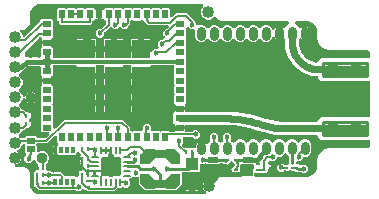
<source format=gbr>
G04 EAGLE Gerber RS-274X export*
G75*
%MOMM*%
%FSLAX34Y34*%
%LPD*%
%INTop Copper*%
%IPPOS*%
%AMOC8*
5,1,8,0,0,1.08239X$1,22.5*%
G01*
%ADD10R,0.350000X0.250000*%
%ADD11R,0.800000X0.500000*%
%ADD12R,0.500000X0.800000*%
%ADD13R,1.600000X1.600000*%
%ADD14R,0.320000X0.630000*%
%ADD15R,1.560000X1.060000*%
%ADD16C,1.016000*%
%ADD17R,0.280000X0.430000*%
%ADD18R,0.250000X0.350000*%
%ADD19R,0.430000X0.280000*%
%ADD20C,0.180000*%
%ADD21C,0.320000*%
%ADD22R,2.540000X0.750000*%
%ADD23R,1.000000X1.100000*%
%ADD24C,0.280000*%
%ADD25C,1.108000*%
%ADD26C,0.230000*%
%ADD27C,0.958000*%
%ADD28C,0.800000*%
%ADD29R,0.900000X0.500000*%
%ADD30R,0.700000X0.500000*%
%ADD31R,0.240000X0.240000*%
%ADD32R,0.520000X0.520000*%
%ADD33C,0.454000*%
%ADD34C,0.152400*%
%ADD35C,0.150000*%
%ADD36C,0.254000*%
%ADD37C,0.406400*%
%ADD38C,0.304800*%
%ADD39C,0.609600*%
%ADD40C,0.203200*%
%ADD41C,0.177800*%

G36*
X246520Y16281D02*
X246520Y16281D01*
X246624Y16285D01*
X247981Y16418D01*
X248084Y16442D01*
X248190Y16457D01*
X248269Y16484D01*
X248291Y16489D01*
X248305Y16496D01*
X248342Y16509D01*
X250848Y17547D01*
X250856Y17552D01*
X250865Y17554D01*
X250994Y17630D01*
X251124Y17705D01*
X251131Y17711D01*
X251139Y17716D01*
X251260Y17822D01*
X253178Y19740D01*
X253184Y19748D01*
X253191Y19753D01*
X253281Y19873D01*
X253373Y19991D01*
X253377Y20000D01*
X253382Y20007D01*
X253453Y20152D01*
X254491Y22658D01*
X254519Y22760D01*
X254556Y22860D01*
X254569Y22944D01*
X254575Y22965D01*
X254575Y22981D01*
X254582Y23019D01*
X254715Y24376D01*
X254715Y24395D01*
X254721Y24500D01*
X254721Y30843D01*
X256514Y35172D01*
X259828Y38486D01*
X264157Y40279D01*
X296500Y40279D01*
X296502Y40279D01*
X296505Y40279D01*
X296666Y40290D01*
X297171Y40356D01*
X297180Y40358D01*
X297189Y40359D01*
X297333Y40399D01*
X297478Y40437D01*
X297487Y40441D01*
X297496Y40444D01*
X297640Y40515D01*
X298515Y41021D01*
X298588Y41076D01*
X298667Y41124D01*
X298715Y41172D01*
X298768Y41213D01*
X298826Y41285D01*
X298890Y41351D01*
X298955Y41449D01*
X298966Y41462D01*
X298969Y41470D01*
X298979Y41485D01*
X299485Y42360D01*
X299488Y42369D01*
X299494Y42376D01*
X299550Y42515D01*
X299608Y42653D01*
X299609Y42662D01*
X299613Y42671D01*
X299644Y42829D01*
X299710Y43334D01*
X299710Y43337D01*
X299711Y43339D01*
X299721Y43500D01*
X299721Y46190D01*
X299706Y46308D01*
X299699Y46427D01*
X299686Y46465D01*
X299681Y46506D01*
X299638Y46616D01*
X299601Y46729D01*
X299579Y46764D01*
X299564Y46801D01*
X299495Y46897D01*
X299431Y46998D01*
X299401Y47026D01*
X299378Y47059D01*
X299286Y47135D01*
X299199Y47216D01*
X299164Y47236D01*
X299133Y47261D01*
X299025Y47312D01*
X298921Y47370D01*
X298881Y47380D01*
X298845Y47397D01*
X298728Y47419D01*
X298613Y47449D01*
X298553Y47453D01*
X298533Y47457D01*
X298512Y47455D01*
X298452Y47459D01*
X257768Y47459D01*
X255459Y49768D01*
X255459Y50142D01*
X255444Y50260D01*
X255437Y50379D01*
X255424Y50417D01*
X255419Y50458D01*
X255376Y50568D01*
X255339Y50681D01*
X255317Y50716D01*
X255302Y50753D01*
X255233Y50849D01*
X255169Y50950D01*
X255139Y50978D01*
X255116Y51011D01*
X255024Y51087D01*
X254937Y51168D01*
X254902Y51188D01*
X254871Y51213D01*
X254763Y51264D01*
X254659Y51322D01*
X254619Y51332D01*
X254583Y51349D01*
X254466Y51371D01*
X254351Y51401D01*
X254291Y51405D01*
X254271Y51409D01*
X254250Y51407D01*
X254190Y51411D01*
X225656Y51411D01*
X225525Y51395D01*
X225395Y51384D01*
X225356Y51373D01*
X225340Y51371D01*
X225320Y51363D01*
X225290Y51355D01*
X224373Y51409D01*
X224354Y51408D01*
X224299Y51411D01*
X223367Y51411D01*
X223303Y51429D01*
X223178Y51469D01*
X223138Y51474D01*
X223123Y51478D01*
X223101Y51479D01*
X223018Y51489D01*
X219203Y51713D01*
X209430Y53613D01*
X204714Y55204D01*
X204707Y55206D01*
X204701Y55209D01*
X204690Y55211D01*
X204668Y55219D01*
X198179Y57136D01*
X198167Y57138D01*
X198038Y57169D01*
X184719Y59497D01*
X184707Y59497D01*
X184575Y59513D01*
X177847Y59909D01*
X177827Y59908D01*
X177772Y59911D01*
X144137Y59911D01*
X144019Y59896D01*
X143900Y59889D01*
X143862Y59876D01*
X143822Y59871D01*
X143711Y59828D01*
X143598Y59791D01*
X143564Y59769D01*
X143526Y59754D01*
X143430Y59685D01*
X143329Y59621D01*
X143301Y59591D01*
X143269Y59568D01*
X143193Y59476D01*
X143111Y59389D01*
X143092Y59354D01*
X143066Y59323D01*
X143015Y59215D01*
X142958Y59111D01*
X142948Y59071D01*
X142930Y59035D01*
X142908Y58918D01*
X142878Y58803D01*
X142876Y58769D01*
X138868Y58769D01*
X138867Y58769D01*
X134867Y58769D01*
X134867Y59190D01*
X134852Y59308D01*
X134844Y59427D01*
X134832Y59465D01*
X134827Y59506D01*
X134783Y59616D01*
X134746Y59729D01*
X134725Y59764D01*
X134710Y59801D01*
X134640Y59897D01*
X134576Y59998D01*
X134547Y60026D01*
X134523Y60059D01*
X134431Y60135D01*
X134344Y60216D01*
X134309Y60236D01*
X134278Y60261D01*
X134170Y60312D01*
X134066Y60370D01*
X134027Y60380D01*
X133990Y60397D01*
X133873Y60419D01*
X133848Y60426D01*
X132327Y61948D01*
X132327Y69052D01*
X133839Y70564D01*
X133873Y70576D01*
X133913Y70581D01*
X134024Y70624D01*
X134137Y70661D01*
X134171Y70683D01*
X134209Y70698D01*
X134305Y70767D01*
X134405Y70831D01*
X134433Y70861D01*
X134466Y70884D01*
X134542Y70976D01*
X134623Y71063D01*
X134643Y71098D01*
X134669Y71129D01*
X134719Y71237D01*
X134777Y71341D01*
X134787Y71381D01*
X134804Y71417D01*
X134827Y71534D01*
X134856Y71649D01*
X134860Y71709D01*
X134864Y71729D01*
X134863Y71750D01*
X134867Y71810D01*
X134867Y72231D01*
X138867Y72231D01*
X138868Y72231D01*
X142884Y72231D01*
X142890Y72121D01*
X142903Y72083D01*
X142908Y72042D01*
X142952Y71932D01*
X142988Y71819D01*
X143010Y71784D01*
X143025Y71747D01*
X143095Y71651D01*
X143159Y71550D01*
X143188Y71522D01*
X143212Y71489D01*
X143304Y71413D01*
X143390Y71332D01*
X143426Y71312D01*
X143457Y71287D01*
X143564Y71236D01*
X143669Y71178D01*
X143708Y71168D01*
X143744Y71151D01*
X143861Y71129D01*
X143977Y71099D01*
X144037Y71095D01*
X144057Y71091D01*
X144077Y71093D01*
X144137Y71089D01*
X176598Y71089D01*
X176754Y71108D01*
X176789Y71113D01*
X177933Y71089D01*
X177941Y71090D01*
X177959Y71089D01*
X179083Y71089D01*
X179134Y71074D01*
X179139Y71074D01*
X179142Y71073D01*
X179149Y71073D01*
X179295Y71061D01*
X185733Y70928D01*
X200962Y68266D01*
X207774Y65968D01*
X208286Y65796D01*
X208299Y65793D01*
X208327Y65783D01*
X212291Y64591D01*
X212310Y64588D01*
X212415Y64560D01*
X220538Y62981D01*
X220557Y62980D01*
X220663Y62963D01*
X224658Y62594D01*
X224679Y62595D01*
X224774Y62589D01*
X254190Y62589D01*
X254308Y62604D01*
X254427Y62611D01*
X254465Y62624D01*
X254506Y62629D01*
X254616Y62672D01*
X254729Y62709D01*
X254764Y62731D01*
X254801Y62746D01*
X254897Y62815D01*
X254998Y62879D01*
X255026Y62909D01*
X255059Y62932D01*
X255135Y63024D01*
X255216Y63111D01*
X255236Y63146D01*
X255261Y63177D01*
X255312Y63285D01*
X255370Y63389D01*
X255380Y63429D01*
X255397Y63465D01*
X255419Y63582D01*
X255449Y63697D01*
X255453Y63757D01*
X255457Y63777D01*
X255455Y63798D01*
X255459Y63858D01*
X255459Y64232D01*
X257768Y66541D01*
X298452Y66541D01*
X298570Y66556D01*
X298689Y66563D01*
X298727Y66576D01*
X298768Y66581D01*
X298878Y66624D01*
X298991Y66661D01*
X299026Y66683D01*
X299063Y66698D01*
X299159Y66767D01*
X299260Y66831D01*
X299288Y66861D01*
X299321Y66884D01*
X299397Y66976D01*
X299478Y67063D01*
X299498Y67098D01*
X299523Y67129D01*
X299574Y67237D01*
X299632Y67341D01*
X299642Y67381D01*
X299659Y67417D01*
X299681Y67534D01*
X299711Y67649D01*
X299715Y67709D01*
X299719Y67729D01*
X299717Y67750D01*
X299721Y67810D01*
X299721Y96190D01*
X299706Y96308D01*
X299699Y96427D01*
X299686Y96465D01*
X299681Y96506D01*
X299638Y96616D01*
X299601Y96729D01*
X299579Y96764D01*
X299564Y96801D01*
X299495Y96897D01*
X299431Y96998D01*
X299401Y97026D01*
X299378Y97059D01*
X299286Y97135D01*
X299199Y97216D01*
X299164Y97236D01*
X299133Y97261D01*
X299025Y97312D01*
X298921Y97370D01*
X298881Y97380D01*
X298845Y97397D01*
X298728Y97419D01*
X298613Y97449D01*
X298553Y97453D01*
X298533Y97457D01*
X298512Y97455D01*
X298452Y97459D01*
X257768Y97459D01*
X255459Y99768D01*
X255459Y100142D01*
X255444Y100260D01*
X255437Y100379D01*
X255424Y100417D01*
X255419Y100458D01*
X255376Y100568D01*
X255339Y100681D01*
X255317Y100716D01*
X255302Y100753D01*
X255233Y100849D01*
X255169Y100950D01*
X255139Y100978D01*
X255116Y101011D01*
X255024Y101087D01*
X254937Y101168D01*
X254902Y101188D01*
X254871Y101213D01*
X254763Y101264D01*
X254659Y101322D01*
X254619Y101332D01*
X254583Y101349D01*
X254466Y101371D01*
X254351Y101401D01*
X254291Y101405D01*
X254271Y101409D01*
X254250Y101407D01*
X254190Y101411D01*
X253384Y101411D01*
X253276Y101441D01*
X253157Y101480D01*
X253107Y101487D01*
X253089Y101492D01*
X253068Y101492D01*
X252998Y101502D01*
X249866Y101718D01*
X241923Y104792D01*
X235246Y110079D01*
X230431Y117105D01*
X227911Y125241D01*
X227911Y131648D01*
X227910Y131657D01*
X227911Y131667D01*
X227890Y131815D01*
X227871Y131964D01*
X227868Y131972D01*
X227867Y131982D01*
X227815Y132134D01*
X227656Y132516D01*
X227646Y132535D01*
X227640Y132551D01*
X227627Y132572D01*
X227615Y132606D01*
X227553Y132697D01*
X227499Y132793D01*
X227464Y132828D01*
X227436Y132869D01*
X227354Y132942D01*
X227277Y133021D01*
X227235Y133047D01*
X227198Y133080D01*
X227100Y133130D01*
X227006Y133187D01*
X226959Y133202D01*
X226915Y133225D01*
X226807Y133249D01*
X226702Y133281D01*
X226653Y133283D01*
X226604Y133294D01*
X226495Y133291D01*
X226385Y133296D01*
X226336Y133286D01*
X226286Y133285D01*
X226181Y133254D01*
X226073Y133232D01*
X226029Y133210D01*
X225981Y133196D01*
X225886Y133140D01*
X225788Y133092D01*
X225750Y133060D01*
X225707Y133035D01*
X225598Y132938D01*
X225596Y132937D01*
X225595Y132936D01*
X225586Y132928D01*
X224957Y132299D01*
X224499Y132035D01*
X224499Y136770D01*
X224484Y136888D01*
X224477Y137007D01*
X224464Y137045D01*
X224459Y137085D01*
X224416Y137196D01*
X224379Y137309D01*
X224357Y137343D01*
X224342Y137381D01*
X224273Y137477D01*
X224262Y137494D01*
X224276Y137518D01*
X224301Y137550D01*
X224352Y137657D01*
X224410Y137762D01*
X224420Y137801D01*
X224437Y137837D01*
X224459Y137954D01*
X224489Y138070D01*
X224493Y138130D01*
X224497Y138150D01*
X224495Y138170D01*
X224499Y138230D01*
X224499Y142965D01*
X224957Y142701D01*
X225586Y142072D01*
X225625Y142041D01*
X225659Y142005D01*
X225751Y141944D01*
X225837Y141877D01*
X225883Y141857D01*
X225924Y141830D01*
X226028Y141794D01*
X226129Y141751D01*
X226178Y141743D01*
X226225Y141727D01*
X226334Y141718D01*
X226443Y141701D01*
X226493Y141705D01*
X226542Y141701D01*
X226650Y141720D01*
X226760Y141730D01*
X226807Y141747D01*
X226856Y141756D01*
X226956Y141801D01*
X227059Y141838D01*
X227100Y141866D01*
X227146Y141886D01*
X227232Y141955D01*
X227322Y142017D01*
X227355Y142054D01*
X227394Y142085D01*
X227460Y142173D01*
X227533Y142255D01*
X227555Y142299D01*
X227585Y142339D01*
X227656Y142484D01*
X227955Y143205D01*
X229795Y145045D01*
X230361Y145279D01*
X230422Y145314D01*
X230486Y145340D01*
X230559Y145392D01*
X230637Y145437D01*
X230687Y145485D01*
X230744Y145526D01*
X230801Y145596D01*
X230866Y145658D01*
X230902Y145718D01*
X230947Y145771D01*
X230985Y145853D01*
X231032Y145929D01*
X231052Y145996D01*
X231082Y146059D01*
X231099Y146147D01*
X231125Y146233D01*
X231129Y146303D01*
X231142Y146372D01*
X231136Y146461D01*
X231141Y146551D01*
X231126Y146619D01*
X231122Y146689D01*
X231095Y146774D01*
X231076Y146862D01*
X231046Y146925D01*
X231024Y146991D01*
X230976Y147067D01*
X230937Y147148D01*
X230891Y147201D01*
X230854Y147260D01*
X230788Y147322D01*
X230730Y147390D01*
X230673Y147430D01*
X230622Y147478D01*
X230544Y147521D01*
X230470Y147573D01*
X230405Y147598D01*
X230344Y147632D01*
X230257Y147654D01*
X230173Y147686D01*
X230104Y147694D01*
X230036Y147711D01*
X229875Y147721D01*
X173318Y147721D01*
X170404Y149404D01*
X169394Y151153D01*
X169318Y151253D01*
X169247Y151357D01*
X169222Y151379D01*
X169201Y151406D01*
X169103Y151484D01*
X169009Y151568D01*
X168979Y151583D01*
X168952Y151604D01*
X168837Y151655D01*
X168725Y151712D01*
X168693Y151719D01*
X168662Y151733D01*
X168538Y151754D01*
X168415Y151782D01*
X168382Y151781D01*
X168348Y151786D01*
X168223Y151776D01*
X168097Y151772D01*
X168065Y151763D01*
X168031Y151760D01*
X167913Y151719D01*
X167792Y151684D01*
X167763Y151667D01*
X167731Y151656D01*
X167626Y151586D01*
X167518Y151522D01*
X167481Y151490D01*
X167466Y151480D01*
X167451Y151464D01*
X167397Y151416D01*
X166097Y150116D01*
X163763Y149149D01*
X161237Y149149D01*
X158903Y150116D01*
X157116Y151903D01*
X156149Y154237D01*
X156149Y156763D01*
X157116Y159097D01*
X158073Y160055D01*
X158158Y160164D01*
X158247Y160271D01*
X158256Y160290D01*
X158268Y160306D01*
X158323Y160433D01*
X158383Y160559D01*
X158386Y160579D01*
X158395Y160598D01*
X158416Y160736D01*
X158442Y160872D01*
X158441Y160892D01*
X158444Y160912D01*
X158431Y161051D01*
X158423Y161189D01*
X158416Y161208D01*
X158415Y161228D01*
X158367Y161360D01*
X158325Y161491D01*
X158314Y161509D01*
X158307Y161528D01*
X158229Y161643D01*
X158154Y161760D01*
X158140Y161774D01*
X158128Y161791D01*
X158024Y161883D01*
X157923Y161978D01*
X157905Y161988D01*
X157890Y162001D01*
X157766Y162064D01*
X157644Y162132D01*
X157625Y162137D01*
X157607Y162146D01*
X157471Y162176D01*
X157336Y162211D01*
X157308Y162213D01*
X157296Y162216D01*
X157276Y162215D01*
X157176Y162221D01*
X21217Y162221D01*
X21135Y162211D01*
X21052Y162211D01*
X20994Y162195D01*
X19993Y162221D01*
X19983Y162220D01*
X19961Y162221D01*
X19912Y162221D01*
X19895Y162219D01*
X19779Y162214D01*
X18048Y162031D01*
X18039Y162029D01*
X18029Y162029D01*
X17884Y161993D01*
X17738Y161959D01*
X17730Y161954D01*
X17721Y161952D01*
X17575Y161884D01*
X14526Y160226D01*
X14451Y160172D01*
X14370Y160127D01*
X14322Y160080D01*
X14267Y160041D01*
X14208Y159970D01*
X14142Y159906D01*
X14074Y159810D01*
X14063Y159797D01*
X14060Y159789D01*
X14049Y159774D01*
X12237Y156813D01*
X12234Y156805D01*
X12228Y156798D01*
X12172Y156670D01*
X12113Y156544D01*
X12111Y156533D01*
X12107Y156524D01*
X12105Y156514D01*
X12101Y156506D01*
X12066Y156349D01*
X11794Y154626D01*
X11794Y154607D01*
X11789Y154589D01*
X11779Y154428D01*
X11779Y145684D01*
X9962Y142538D01*
X6816Y140721D01*
X4683Y140721D01*
X4545Y140704D01*
X4407Y140691D01*
X4388Y140684D01*
X4368Y140681D01*
X4239Y140630D01*
X4108Y140583D01*
X4091Y140572D01*
X4072Y140564D01*
X3960Y140483D01*
X3845Y140405D01*
X3831Y140389D01*
X3815Y140378D01*
X3726Y140270D01*
X3634Y140166D01*
X3625Y140148D01*
X3612Y140133D01*
X3553Y140007D01*
X3490Y139883D01*
X3485Y139863D01*
X3477Y139845D01*
X3450Y139708D01*
X3420Y139573D01*
X3421Y139552D01*
X3417Y139533D01*
X3425Y139394D01*
X3430Y139255D01*
X3435Y139235D01*
X3437Y139215D01*
X3479Y139083D01*
X3518Y138949D01*
X3528Y138932D01*
X3535Y138913D01*
X3609Y138795D01*
X3680Y138675D01*
X3698Y138654D01*
X3705Y138644D01*
X3720Y138630D01*
X3786Y138555D01*
X4599Y137741D01*
X5542Y135466D01*
X5566Y135423D01*
X5583Y135376D01*
X5645Y135285D01*
X5699Y135190D01*
X5734Y135154D01*
X5762Y135113D01*
X5844Y135040D01*
X5920Y134961D01*
X5963Y134935D01*
X6000Y134903D01*
X6098Y134853D01*
X6192Y134795D01*
X6239Y134781D01*
X6283Y134758D01*
X6391Y134734D01*
X6496Y134702D01*
X6545Y134699D01*
X6594Y134688D01*
X6703Y134692D01*
X6813Y134686D01*
X6862Y134696D01*
X6911Y134698D01*
X7017Y134728D01*
X7125Y134751D01*
X7169Y134773D01*
X7217Y134786D01*
X7311Y134842D01*
X7410Y134890D01*
X7448Y134923D01*
X7491Y134948D01*
X7612Y135054D01*
X19971Y147413D01*
X20032Y147492D01*
X20099Y147564D01*
X20129Y147617D01*
X20166Y147665D01*
X20205Y147756D01*
X20253Y147842D01*
X20268Y147901D01*
X20292Y147957D01*
X20308Y148054D01*
X20332Y148150D01*
X20339Y148250D01*
X20342Y148271D01*
X20341Y148283D01*
X20343Y148311D01*
X20343Y148632D01*
X21236Y149525D01*
X30499Y149525D01*
X31392Y148632D01*
X31392Y142360D01*
X31348Y142303D01*
X31269Y142214D01*
X31251Y142178D01*
X31226Y142146D01*
X31179Y142037D01*
X31125Y141931D01*
X31116Y141892D01*
X31100Y141854D01*
X31081Y141737D01*
X31055Y141621D01*
X31056Y141580D01*
X31050Y141540D01*
X31061Y141422D01*
X31065Y141303D01*
X31076Y141264D01*
X31080Y141224D01*
X31120Y141112D01*
X31153Y140997D01*
X31174Y140963D01*
X31187Y140924D01*
X31254Y140826D01*
X31315Y140723D01*
X31355Y140678D01*
X31366Y140661D01*
X31381Y140648D01*
X31392Y140636D01*
X31392Y134368D01*
X30220Y133197D01*
X30202Y133173D01*
X30180Y133154D01*
X30105Y133048D01*
X30026Y132946D01*
X30014Y132918D01*
X29997Y132894D01*
X29951Y132773D01*
X29899Y132654D01*
X29895Y132625D01*
X29884Y132597D01*
X29870Y132468D01*
X29849Y132340D01*
X29852Y132310D01*
X29849Y132281D01*
X29867Y132152D01*
X29868Y132141D01*
X29868Y130769D01*
X25868Y130769D01*
X25867Y130769D01*
X21867Y130769D01*
X21867Y132096D01*
X21873Y132120D01*
X21874Y132150D01*
X21880Y132179D01*
X21876Y132308D01*
X21878Y132438D01*
X21871Y132467D01*
X21871Y132497D01*
X21834Y132621D01*
X21804Y132747D01*
X21790Y132774D01*
X21782Y132802D01*
X21716Y132914D01*
X21656Y133029D01*
X21636Y133050D01*
X21621Y133076D01*
X21514Y133197D01*
X20960Y133751D01*
X20866Y133824D01*
X20777Y133903D01*
X20740Y133921D01*
X20709Y133946D01*
X20599Y133993D01*
X20493Y134048D01*
X20454Y134056D01*
X20417Y134073D01*
X20299Y134091D01*
X20183Y134117D01*
X20143Y134116D01*
X20103Y134122D01*
X19984Y134111D01*
X19865Y134108D01*
X19826Y134096D01*
X19786Y134093D01*
X19674Y134052D01*
X19560Y134019D01*
X19525Y133999D01*
X19487Y133985D01*
X19388Y133918D01*
X19286Y133858D01*
X19240Y133818D01*
X19224Y133806D01*
X19210Y133791D01*
X19165Y133751D01*
X7381Y121967D01*
X7296Y121857D01*
X7207Y121751D01*
X7198Y121732D01*
X7186Y121716D01*
X7131Y121588D01*
X7072Y121463D01*
X7068Y121443D01*
X7060Y121424D01*
X7038Y121286D01*
X7012Y121150D01*
X7013Y121130D01*
X7010Y121110D01*
X7023Y120971D01*
X7032Y120833D01*
X7038Y120814D01*
X7040Y120794D01*
X7087Y120662D01*
X7130Y120531D01*
X7140Y120513D01*
X7147Y120494D01*
X7225Y120379D01*
X7300Y120262D01*
X7315Y120248D01*
X7326Y120231D01*
X7430Y120139D01*
X7531Y120045D01*
X7531Y118550D01*
X7546Y118432D01*
X7553Y118313D01*
X7565Y118275D01*
X7570Y118235D01*
X7614Y118124D01*
X7651Y118011D01*
X7673Y117977D01*
X7687Y117939D01*
X7757Y117843D01*
X7821Y117742D01*
X7822Y117742D01*
X7851Y117714D01*
X7874Y117682D01*
X7875Y117681D01*
X7967Y117605D01*
X8053Y117524D01*
X8089Y117504D01*
X8120Y117478D01*
X8227Y117428D01*
X8332Y117370D01*
X8371Y117360D01*
X8407Y117343D01*
X8524Y117321D01*
X8640Y117291D01*
X8700Y117287D01*
X8720Y117283D01*
X8740Y117284D01*
X8800Y117281D01*
X10875Y117281D01*
X10894Y117253D01*
X10986Y117177D01*
X11073Y117096D01*
X11108Y117076D01*
X11139Y117051D01*
X11247Y117000D01*
X11351Y116942D01*
X11391Y116932D01*
X11427Y116915D01*
X11544Y116893D01*
X11659Y116863D01*
X11719Y116859D01*
X11739Y116855D01*
X11760Y116857D01*
X11820Y116853D01*
X12954Y116853D01*
X13072Y116868D01*
X13191Y116875D01*
X13229Y116888D01*
X13269Y116893D01*
X13380Y116936D01*
X13493Y116973D01*
X13527Y116995D01*
X13565Y117010D01*
X13661Y117079D01*
X13762Y117143D01*
X13790Y117173D01*
X13822Y117196D01*
X13892Y117281D01*
X15973Y117281D01*
X15974Y117281D01*
X18049Y117281D01*
X18068Y117253D01*
X18160Y117177D01*
X18247Y117096D01*
X18282Y117076D01*
X18313Y117051D01*
X18421Y117000D01*
X18525Y116942D01*
X18564Y116932D01*
X18601Y116915D01*
X18718Y116893D01*
X18833Y116863D01*
X18893Y116859D01*
X18913Y116855D01*
X18934Y116857D01*
X18994Y116853D01*
X19327Y116853D01*
X19446Y116868D01*
X19564Y116875D01*
X19603Y116888D01*
X19643Y116893D01*
X19754Y116936D01*
X19867Y116973D01*
X19901Y116995D01*
X19939Y117010D01*
X20035Y117079D01*
X20135Y117143D01*
X20163Y117173D01*
X20196Y117196D01*
X20272Y117288D01*
X20353Y117375D01*
X20373Y117410D01*
X20399Y117441D01*
X20449Y117549D01*
X20507Y117653D01*
X20517Y117693D01*
X20534Y117729D01*
X20557Y117846D01*
X20586Y117961D01*
X20590Y118021D01*
X20594Y118041D01*
X20593Y118062D01*
X20597Y118122D01*
X20597Y124526D01*
X21619Y125549D01*
X21638Y125573D01*
X21660Y125592D01*
X21734Y125697D01*
X21814Y125800D01*
X21826Y125828D01*
X21843Y125852D01*
X21889Y125973D01*
X21941Y126092D01*
X21945Y126122D01*
X21956Y126149D01*
X21970Y126278D01*
X21991Y126406D01*
X21988Y126436D01*
X21991Y126465D01*
X21973Y126594D01*
X21961Y126723D01*
X21951Y126751D01*
X21947Y126780D01*
X21895Y126932D01*
X21867Y127000D01*
X21867Y128231D01*
X25867Y128231D01*
X25868Y128231D01*
X29868Y128231D01*
X29868Y127000D01*
X29840Y126932D01*
X29832Y126904D01*
X29819Y126878D01*
X29791Y126751D01*
X29756Y126626D01*
X29756Y126596D01*
X29749Y126567D01*
X29753Y126438D01*
X29751Y126308D01*
X29758Y126279D01*
X29759Y126249D01*
X29795Y126125D01*
X29825Y125998D01*
X29839Y125972D01*
X29847Y125944D01*
X29913Y125832D01*
X29974Y125717D01*
X29994Y125695D01*
X30009Y125670D01*
X30115Y125549D01*
X31138Y124526D01*
X31138Y118474D01*
X31126Y118462D01*
X31041Y118352D01*
X30952Y118245D01*
X30943Y118226D01*
X30931Y118210D01*
X30876Y118083D01*
X30816Y117957D01*
X30813Y117937D01*
X30805Y117918D01*
X30783Y117781D01*
X30757Y117644D01*
X30758Y117624D01*
X30755Y117604D01*
X30768Y117466D01*
X30776Y117327D01*
X30783Y117308D01*
X30785Y117288D01*
X30832Y117156D01*
X30874Y117025D01*
X30885Y117008D01*
X30892Y116988D01*
X30970Y116873D01*
X31045Y116756D01*
X31059Y116742D01*
X31071Y116725D01*
X31175Y116633D01*
X31276Y116538D01*
X31294Y116528D01*
X31309Y116515D01*
X31433Y116451D01*
X31555Y116384D01*
X31574Y116379D01*
X31592Y116370D01*
X31728Y116340D01*
X31863Y116305D01*
X31891Y116303D01*
X31903Y116300D01*
X31923Y116301D01*
X32023Y116295D01*
X50097Y116295D01*
X50216Y116310D01*
X50334Y116317D01*
X50373Y116330D01*
X50413Y116335D01*
X50524Y116378D01*
X50637Y116415D01*
X50671Y116437D01*
X50709Y116452D01*
X50805Y116521D01*
X50905Y116585D01*
X50933Y116615D01*
X50966Y116638D01*
X51042Y116730D01*
X51123Y116817D01*
X51143Y116852D01*
X51169Y116883D01*
X51219Y116991D01*
X51277Y117095D01*
X51287Y117135D01*
X51304Y117171D01*
X51327Y117288D01*
X51356Y117403D01*
X51360Y117463D01*
X51364Y117483D01*
X51363Y117504D01*
X51367Y117564D01*
X51367Y121961D01*
X58097Y121961D01*
X58215Y121976D01*
X58334Y121983D01*
X58373Y121996D01*
X58413Y122001D01*
X58524Y122044D01*
X58637Y122081D01*
X58671Y122103D01*
X58708Y122118D01*
X58805Y122188D01*
X58905Y122251D01*
X58933Y122281D01*
X58966Y122305D01*
X59042Y122396D01*
X59123Y122483D01*
X59143Y122518D01*
X59169Y122549D01*
X59219Y122657D01*
X59277Y122761D01*
X59287Y122801D01*
X59304Y122837D01*
X59326Y122954D01*
X59356Y123069D01*
X59360Y123130D01*
X59364Y123150D01*
X59363Y123170D01*
X59366Y123230D01*
X59366Y124501D01*
X59368Y124501D01*
X59368Y123230D01*
X59383Y123112D01*
X59391Y122993D01*
X59403Y122955D01*
X59408Y122915D01*
X59452Y122804D01*
X59489Y122691D01*
X59510Y122656D01*
X59525Y122619D01*
X59595Y122523D01*
X59659Y122422D01*
X59688Y122394D01*
X59712Y122361D01*
X59804Y122286D01*
X59890Y122204D01*
X59926Y122184D01*
X59957Y122159D01*
X60065Y122108D01*
X60169Y122050D01*
X60208Y122040D01*
X60245Y122023D01*
X60361Y122001D01*
X60477Y121971D01*
X60537Y121967D01*
X60557Y121963D01*
X60577Y121965D01*
X60637Y121961D01*
X67368Y121961D01*
X67368Y117564D01*
X67383Y117446D01*
X67390Y117327D01*
X67403Y117289D01*
X67408Y117248D01*
X67452Y117138D01*
X67488Y117025D01*
X67510Y116990D01*
X67525Y116953D01*
X67595Y116857D01*
X67659Y116756D01*
X67688Y116728D01*
X67712Y116695D01*
X67804Y116619D01*
X67890Y116538D01*
X67926Y116518D01*
X67957Y116493D01*
X68064Y116442D01*
X68169Y116384D01*
X68208Y116374D01*
X68244Y116357D01*
X68361Y116335D01*
X68477Y116305D01*
X68537Y116301D01*
X68557Y116297D01*
X68577Y116299D01*
X68637Y116295D01*
X73097Y116295D01*
X73216Y116310D01*
X73334Y116317D01*
X73373Y116330D01*
X73413Y116335D01*
X73524Y116378D01*
X73637Y116415D01*
X73671Y116437D01*
X73709Y116452D01*
X73805Y116521D01*
X73905Y116585D01*
X73933Y116615D01*
X73966Y116638D01*
X74042Y116730D01*
X74123Y116817D01*
X74143Y116852D01*
X74169Y116883D01*
X74219Y116991D01*
X74277Y117095D01*
X74287Y117135D01*
X74304Y117171D01*
X74327Y117288D01*
X74356Y117403D01*
X74360Y117463D01*
X74364Y117483D01*
X74363Y117504D01*
X74367Y117564D01*
X74367Y121961D01*
X81097Y121961D01*
X81215Y121976D01*
X81334Y121983D01*
X81373Y121996D01*
X81413Y122001D01*
X81524Y122044D01*
X81637Y122081D01*
X81671Y122103D01*
X81708Y122118D01*
X81805Y122188D01*
X81905Y122251D01*
X81933Y122281D01*
X81966Y122305D01*
X82042Y122396D01*
X82123Y122483D01*
X82143Y122518D01*
X82169Y122549D01*
X82219Y122657D01*
X82277Y122761D01*
X82287Y122801D01*
X82304Y122837D01*
X82326Y122954D01*
X82356Y123069D01*
X82360Y123130D01*
X82364Y123150D01*
X82363Y123170D01*
X82366Y123230D01*
X82366Y124501D01*
X82368Y124501D01*
X82368Y123230D01*
X82383Y123112D01*
X82391Y122993D01*
X82403Y122955D01*
X82408Y122915D01*
X82452Y122804D01*
X82489Y122691D01*
X82510Y122656D01*
X82525Y122619D01*
X82595Y122523D01*
X82659Y122422D01*
X82688Y122394D01*
X82712Y122361D01*
X82804Y122286D01*
X82890Y122204D01*
X82926Y122184D01*
X82957Y122159D01*
X83065Y122108D01*
X83169Y122050D01*
X83208Y122040D01*
X83245Y122023D01*
X83361Y122001D01*
X83477Y121971D01*
X83537Y121967D01*
X83557Y121963D01*
X83577Y121965D01*
X83637Y121961D01*
X90368Y121961D01*
X90368Y117564D01*
X90383Y117446D01*
X90390Y117327D01*
X90403Y117289D01*
X90408Y117248D01*
X90452Y117138D01*
X90488Y117025D01*
X90510Y116990D01*
X90525Y116953D01*
X90595Y116857D01*
X90659Y116756D01*
X90688Y116728D01*
X90712Y116695D01*
X90804Y116619D01*
X90890Y116538D01*
X90926Y116518D01*
X90957Y116493D01*
X91064Y116442D01*
X91169Y116384D01*
X91208Y116374D01*
X91244Y116357D01*
X91361Y116335D01*
X91477Y116305D01*
X91537Y116301D01*
X91557Y116297D01*
X91577Y116299D01*
X91637Y116295D01*
X96097Y116295D01*
X96216Y116310D01*
X96334Y116317D01*
X96373Y116330D01*
X96413Y116335D01*
X96524Y116378D01*
X96637Y116415D01*
X96671Y116437D01*
X96709Y116452D01*
X96805Y116521D01*
X96905Y116585D01*
X96933Y116615D01*
X96966Y116638D01*
X97042Y116730D01*
X97123Y116817D01*
X97143Y116852D01*
X97169Y116883D01*
X97219Y116991D01*
X97277Y117095D01*
X97287Y117135D01*
X97304Y117171D01*
X97327Y117288D01*
X97356Y117403D01*
X97360Y117463D01*
X97364Y117483D01*
X97363Y117504D01*
X97367Y117564D01*
X97367Y121961D01*
X104097Y121961D01*
X104215Y121976D01*
X104334Y121983D01*
X104373Y121996D01*
X104413Y122001D01*
X104524Y122044D01*
X104637Y122081D01*
X104671Y122103D01*
X104708Y122118D01*
X104805Y122188D01*
X104905Y122251D01*
X104933Y122281D01*
X104966Y122305D01*
X105042Y122396D01*
X105123Y122483D01*
X105143Y122518D01*
X105169Y122549D01*
X105219Y122657D01*
X105277Y122761D01*
X105287Y122801D01*
X105304Y122837D01*
X105326Y122954D01*
X105356Y123069D01*
X105360Y123130D01*
X105364Y123150D01*
X105363Y123170D01*
X105366Y123230D01*
X105366Y124501D01*
X105368Y124501D01*
X105368Y123230D01*
X105383Y123112D01*
X105391Y122993D01*
X105403Y122955D01*
X105408Y122915D01*
X105452Y122804D01*
X105489Y122691D01*
X105510Y122656D01*
X105525Y122619D01*
X105595Y122523D01*
X105659Y122422D01*
X105688Y122394D01*
X105712Y122361D01*
X105804Y122286D01*
X105890Y122204D01*
X105926Y122184D01*
X105957Y122159D01*
X106065Y122108D01*
X106169Y122050D01*
X106208Y122040D01*
X106245Y122023D01*
X106361Y122001D01*
X106477Y121971D01*
X106537Y121967D01*
X106557Y121963D01*
X106577Y121965D01*
X106637Y121961D01*
X113928Y121961D01*
X114026Y121973D01*
X114125Y121976D01*
X114183Y121993D01*
X114243Y122001D01*
X114335Y122037D01*
X114430Y122065D01*
X114483Y122095D01*
X114539Y122118D01*
X114619Y122176D01*
X114704Y122226D01*
X114780Y122292D01*
X114796Y122305D01*
X114804Y122314D01*
X114825Y122333D01*
X117033Y124541D01*
X119388Y124541D01*
X119526Y124558D01*
X119664Y124571D01*
X119683Y124578D01*
X119703Y124581D01*
X119833Y124632D01*
X119963Y124679D01*
X119980Y124690D01*
X119999Y124698D01*
X120111Y124779D01*
X120226Y124857D01*
X120240Y124873D01*
X120256Y124884D01*
X120345Y124992D01*
X120437Y125096D01*
X120446Y125114D01*
X120459Y125129D01*
X120518Y125255D01*
X120582Y125379D01*
X120586Y125399D01*
X120595Y125417D01*
X120621Y125554D01*
X120651Y125689D01*
X120651Y125710D01*
X120654Y125729D01*
X120646Y125868D01*
X120642Y126007D01*
X120636Y126027D01*
X120635Y126047D01*
X120592Y126179D01*
X120553Y126313D01*
X120543Y126330D01*
X120537Y126349D01*
X120462Y126467D01*
X120392Y126587D01*
X120373Y126608D01*
X120366Y126618D01*
X120351Y126632D01*
X120285Y126707D01*
X119959Y127033D01*
X119959Y129967D01*
X122033Y132041D01*
X123640Y132041D01*
X123738Y132053D01*
X123837Y132056D01*
X123896Y132073D01*
X123956Y132081D01*
X124048Y132117D01*
X124143Y132145D01*
X124195Y132175D01*
X124251Y132198D01*
X124332Y132256D01*
X124417Y132306D01*
X124492Y132372D01*
X124509Y132384D01*
X124517Y132394D01*
X124538Y132412D01*
X125411Y133286D01*
X125485Y133380D01*
X125563Y133470D01*
X125582Y133505D01*
X125606Y133537D01*
X125654Y133647D01*
X125708Y133753D01*
X125717Y133792D01*
X125733Y133829D01*
X125751Y133947D01*
X125777Y134063D01*
X125776Y134103D01*
X125783Y134143D01*
X125771Y134262D01*
X125768Y134381D01*
X125757Y134420D01*
X125753Y134460D01*
X125713Y134572D01*
X125679Y134686D01*
X125659Y134721D01*
X125645Y134759D01*
X125578Y134858D01*
X125518Y134960D01*
X125478Y135006D01*
X125467Y135022D01*
X125451Y135036D01*
X125411Y135081D01*
X124459Y136033D01*
X124459Y138967D01*
X126533Y141041D01*
X127140Y141041D01*
X127238Y141053D01*
X127337Y141056D01*
X127396Y141073D01*
X127456Y141081D01*
X127548Y141117D01*
X127643Y141145D01*
X127695Y141175D01*
X127751Y141198D01*
X127832Y141256D01*
X127917Y141306D01*
X127992Y141372D01*
X128009Y141384D01*
X128017Y141394D01*
X128038Y141412D01*
X128926Y142301D01*
X129011Y142410D01*
X129100Y142517D01*
X129108Y142536D01*
X129121Y142552D01*
X129176Y142680D01*
X129235Y142805D01*
X129239Y142825D01*
X129247Y142844D01*
X129269Y142982D01*
X129295Y143118D01*
X129294Y143138D01*
X129297Y143158D01*
X129284Y143297D01*
X129275Y143435D01*
X129269Y143454D01*
X129267Y143474D01*
X129220Y143605D01*
X129177Y143737D01*
X129166Y143755D01*
X129160Y143774D01*
X129082Y143888D01*
X129007Y144006D01*
X128992Y144020D01*
X128981Y144037D01*
X128877Y144129D01*
X128775Y144224D01*
X128758Y144234D01*
X128743Y144247D01*
X128619Y144310D01*
X128497Y144378D01*
X128477Y144383D01*
X128459Y144392D01*
X128323Y144422D01*
X128189Y144457D01*
X128161Y144459D01*
X128149Y144462D01*
X128129Y144461D01*
X128028Y144467D01*
X111658Y144467D01*
X108268Y147858D01*
X108189Y147918D01*
X108117Y147986D01*
X108064Y148015D01*
X108016Y148052D01*
X107926Y148092D01*
X107839Y148140D01*
X107780Y148155D01*
X107725Y148179D01*
X107627Y148194D01*
X107531Y148219D01*
X107431Y148225D01*
X107411Y148229D01*
X107398Y148227D01*
X107370Y148229D01*
X107341Y148229D01*
X107265Y148305D01*
X107171Y148378D01*
X107082Y148457D01*
X107046Y148476D01*
X107014Y148500D01*
X106904Y148548D01*
X106798Y148602D01*
X106759Y148611D01*
X106722Y148627D01*
X106604Y148645D01*
X106488Y148671D01*
X106448Y148670D01*
X106408Y148677D01*
X106289Y148665D01*
X106170Y148662D01*
X106131Y148651D01*
X106091Y148647D01*
X105979Y148606D01*
X105865Y148573D01*
X105830Y148553D01*
X105792Y148539D01*
X105693Y148472D01*
X105591Y148412D01*
X105545Y148372D01*
X105529Y148361D01*
X105515Y148345D01*
X105470Y148305D01*
X105394Y148229D01*
X99341Y148229D01*
X99265Y148305D01*
X99171Y148378D01*
X99081Y148457D01*
X99045Y148476D01*
X99014Y148500D01*
X98904Y148548D01*
X98798Y148602D01*
X98759Y148611D01*
X98722Y148627D01*
X98604Y148645D01*
X98488Y148671D01*
X98448Y148670D01*
X98408Y148677D01*
X98289Y148665D01*
X98170Y148662D01*
X98131Y148651D01*
X98091Y148647D01*
X97979Y148606D01*
X97865Y148573D01*
X97830Y148553D01*
X97792Y148539D01*
X97693Y148472D01*
X97591Y148412D01*
X97545Y148372D01*
X97529Y148361D01*
X97515Y148345D01*
X97470Y148305D01*
X97354Y148189D01*
X97243Y148146D01*
X97130Y148109D01*
X97096Y148087D01*
X97058Y148072D01*
X96962Y148003D01*
X96861Y147939D01*
X96833Y147909D01*
X96801Y147886D01*
X96725Y147794D01*
X96643Y147707D01*
X96624Y147672D01*
X96598Y147641D01*
X96547Y147533D01*
X96490Y147429D01*
X96480Y147389D01*
X96462Y147353D01*
X96440Y147236D01*
X96410Y147121D01*
X96406Y147061D01*
X96403Y147041D01*
X96404Y147020D01*
X96400Y146960D01*
X96400Y145025D01*
X95412Y144038D01*
X95352Y143959D01*
X95284Y143887D01*
X95255Y143834D01*
X95218Y143786D01*
X95178Y143696D01*
X95130Y143609D01*
X95115Y143550D01*
X95091Y143495D01*
X95076Y143397D01*
X95051Y143301D01*
X95045Y143201D01*
X95041Y143181D01*
X95043Y143168D01*
X95041Y143140D01*
X95041Y143033D01*
X92967Y140959D01*
X90033Y140959D01*
X88648Y142345D01*
X88553Y142418D01*
X88464Y142497D01*
X88428Y142515D01*
X88396Y142540D01*
X88287Y142587D01*
X88181Y142642D01*
X88142Y142650D01*
X88104Y142666D01*
X87987Y142685D01*
X87871Y142711D01*
X87830Y142710D01*
X87790Y142716D01*
X87672Y142705D01*
X87553Y142702D01*
X87514Y142690D01*
X87474Y142686D01*
X87361Y142646D01*
X87247Y142613D01*
X87213Y142593D01*
X87174Y142579D01*
X87076Y142512D01*
X86973Y142452D01*
X86928Y142412D01*
X86911Y142400D01*
X86898Y142385D01*
X86853Y142345D01*
X85467Y140959D01*
X82533Y140959D01*
X80831Y142661D01*
X80737Y142735D01*
X80648Y142813D01*
X80612Y142832D01*
X80580Y142856D01*
X80470Y142904D01*
X80365Y142958D01*
X80325Y142967D01*
X80288Y142983D01*
X80170Y143001D01*
X80054Y143027D01*
X80014Y143026D01*
X79974Y143033D01*
X79855Y143021D01*
X79736Y143018D01*
X79698Y143007D01*
X79657Y143003D01*
X79545Y142962D01*
X79431Y142929D01*
X79396Y142909D01*
X79358Y142895D01*
X79259Y142828D01*
X79157Y142768D01*
X79112Y142728D01*
X79095Y142717D01*
X79081Y142701D01*
X79036Y142661D01*
X74912Y138538D01*
X74852Y138459D01*
X74784Y138387D01*
X74755Y138334D01*
X74718Y138286D01*
X74678Y138196D01*
X74630Y138109D01*
X74615Y138050D01*
X74591Y137995D01*
X74576Y137897D01*
X74551Y137801D01*
X74545Y137701D01*
X74541Y137681D01*
X74543Y137668D01*
X74541Y137640D01*
X74541Y136033D01*
X73145Y134637D01*
X73102Y134582D01*
X73052Y134534D01*
X73005Y134457D01*
X72950Y134386D01*
X72922Y134322D01*
X72886Y134263D01*
X72859Y134177D01*
X72824Y134094D01*
X72816Y134049D01*
X72755Y134039D01*
X72692Y134010D01*
X72625Y133990D01*
X72572Y133959D01*
X69533Y133959D01*
X67459Y136033D01*
X67459Y138967D01*
X69533Y141041D01*
X71140Y141041D01*
X71238Y141053D01*
X71337Y141056D01*
X71396Y141073D01*
X71456Y141081D01*
X71548Y141117D01*
X71643Y141145D01*
X71695Y141175D01*
X71751Y141198D01*
X71832Y141256D01*
X71917Y141306D01*
X71992Y141372D01*
X72009Y141384D01*
X72017Y141394D01*
X72038Y141412D01*
X75963Y145338D01*
X76024Y145416D01*
X76091Y145488D01*
X76121Y145541D01*
X76158Y145589D01*
X76197Y145680D01*
X76245Y145766D01*
X76260Y145825D01*
X76284Y145881D01*
X76300Y145979D01*
X76324Y146074D01*
X76331Y146174D01*
X76334Y146195D01*
X76333Y146207D01*
X76335Y146235D01*
X76335Y146960D01*
X76320Y147078D01*
X76312Y147197D01*
X76300Y147235D01*
X76295Y147276D01*
X76251Y147386D01*
X76214Y147499D01*
X76193Y147534D01*
X76178Y147571D01*
X76108Y147667D01*
X76044Y147768D01*
X76015Y147796D01*
X75991Y147829D01*
X75899Y147905D01*
X75812Y147986D01*
X75777Y148006D01*
X75746Y148031D01*
X75638Y148082D01*
X75534Y148140D01*
X75495Y148150D01*
X75458Y148167D01*
X75390Y148180D01*
X74318Y149252D01*
X74295Y149270D01*
X74276Y149293D01*
X74169Y149368D01*
X74067Y149447D01*
X74040Y149459D01*
X74016Y149476D01*
X73894Y149522D01*
X73775Y149573D01*
X73746Y149578D01*
X73718Y149589D01*
X73589Y149603D01*
X73461Y149623D01*
X73431Y149620D01*
X73402Y149624D01*
X73274Y149606D01*
X73144Y149593D01*
X73116Y149583D01*
X73087Y149579D01*
X72935Y149527D01*
X72867Y149499D01*
X71637Y149499D01*
X71637Y153500D01*
X71637Y157501D01*
X72867Y157501D01*
X72935Y157473D01*
X72963Y157465D01*
X72990Y157452D01*
X73116Y157423D01*
X73242Y157389D01*
X73271Y157388D01*
X73300Y157382D01*
X73430Y157386D01*
X73560Y157384D01*
X73588Y157391D01*
X73618Y157392D01*
X73743Y157428D01*
X73869Y157458D01*
X73895Y157472D01*
X73923Y157480D01*
X74035Y157546D01*
X74041Y157549D01*
X74052Y157553D01*
X74060Y157559D01*
X74150Y157607D01*
X74172Y157627D01*
X74197Y157642D01*
X74309Y157740D01*
X74310Y157740D01*
X74310Y157741D01*
X74318Y157748D01*
X75341Y158771D01*
X81394Y158771D01*
X81470Y158695D01*
X81564Y158622D01*
X81653Y158543D01*
X81689Y158524D01*
X81721Y158500D01*
X81830Y158452D01*
X81936Y158398D01*
X81976Y158389D01*
X82013Y158373D01*
X82131Y158355D01*
X82247Y158329D01*
X82287Y158330D01*
X82327Y158323D01*
X82446Y158335D01*
X82565Y158338D01*
X82603Y158349D01*
X82644Y158353D01*
X82756Y158394D01*
X82870Y158427D01*
X82905Y158447D01*
X82943Y158461D01*
X83041Y158528D01*
X83144Y158588D01*
X83189Y158628D01*
X83206Y158639D01*
X83220Y158655D01*
X83265Y158695D01*
X83341Y158771D01*
X89394Y158771D01*
X89470Y158695D01*
X89564Y158622D01*
X89653Y158543D01*
X89689Y158524D01*
X89721Y158500D01*
X89830Y158452D01*
X89936Y158398D01*
X89976Y158389D01*
X90013Y158373D01*
X90131Y158355D01*
X90247Y158329D01*
X90287Y158330D01*
X90327Y158323D01*
X90446Y158335D01*
X90565Y158338D01*
X90603Y158349D01*
X90644Y158353D01*
X90756Y158394D01*
X90870Y158427D01*
X90905Y158447D01*
X90943Y158461D01*
X91041Y158528D01*
X91144Y158588D01*
X91189Y158628D01*
X91206Y158639D01*
X91220Y158655D01*
X91265Y158695D01*
X91341Y158771D01*
X97394Y158771D01*
X97470Y158695D01*
X97564Y158622D01*
X97653Y158543D01*
X97689Y158524D01*
X97721Y158500D01*
X97830Y158452D01*
X97936Y158398D01*
X97976Y158389D01*
X98013Y158373D01*
X98130Y158355D01*
X98247Y158329D01*
X98287Y158330D01*
X98327Y158323D01*
X98446Y158335D01*
X98565Y158338D01*
X98603Y158349D01*
X98644Y158353D01*
X98756Y158394D01*
X98870Y158427D01*
X98905Y158447D01*
X98943Y158461D01*
X99041Y158528D01*
X99144Y158588D01*
X99189Y158628D01*
X99206Y158639D01*
X99219Y158655D01*
X99265Y158695D01*
X99341Y158771D01*
X105394Y158771D01*
X105470Y158695D01*
X105564Y158622D01*
X105653Y158543D01*
X105689Y158524D01*
X105721Y158500D01*
X105830Y158452D01*
X105936Y158398D01*
X105976Y158389D01*
X106013Y158373D01*
X106131Y158355D01*
X106247Y158329D01*
X106287Y158330D01*
X106327Y158323D01*
X106446Y158335D01*
X106565Y158338D01*
X106603Y158349D01*
X106644Y158353D01*
X106756Y158394D01*
X106870Y158427D01*
X106905Y158447D01*
X106943Y158461D01*
X107041Y158528D01*
X107144Y158588D01*
X107189Y158628D01*
X107206Y158639D01*
X107220Y158655D01*
X107265Y158695D01*
X107341Y158771D01*
X113394Y158771D01*
X113470Y158695D01*
X113564Y158622D01*
X113653Y158543D01*
X113689Y158524D01*
X113721Y158500D01*
X113830Y158452D01*
X113936Y158398D01*
X113976Y158389D01*
X114013Y158373D01*
X114131Y158355D01*
X114247Y158329D01*
X114287Y158330D01*
X114327Y158323D01*
X114446Y158335D01*
X114565Y158338D01*
X114603Y158349D01*
X114644Y158353D01*
X114756Y158394D01*
X114870Y158427D01*
X114905Y158447D01*
X114943Y158461D01*
X115041Y158528D01*
X115144Y158588D01*
X115189Y158628D01*
X115206Y158639D01*
X115220Y158655D01*
X115265Y158695D01*
X115341Y158771D01*
X121394Y158771D01*
X121470Y158695D01*
X121564Y158622D01*
X121653Y158543D01*
X121689Y158524D01*
X121721Y158500D01*
X121830Y158452D01*
X121936Y158398D01*
X121976Y158389D01*
X122013Y158373D01*
X122131Y158355D01*
X122247Y158329D01*
X122287Y158330D01*
X122327Y158323D01*
X122446Y158335D01*
X122565Y158338D01*
X122603Y158349D01*
X122644Y158353D01*
X122756Y158394D01*
X122870Y158427D01*
X122905Y158447D01*
X122943Y158461D01*
X123041Y158528D01*
X123144Y158588D01*
X123189Y158628D01*
X123206Y158639D01*
X123220Y158655D01*
X123265Y158695D01*
X123341Y158771D01*
X129394Y158771D01*
X130138Y158026D01*
X130138Y152577D01*
X130155Y152440D01*
X130169Y152301D01*
X130175Y152282D01*
X130178Y152261D01*
X130229Y152133D01*
X130276Y152001D01*
X130288Y151985D01*
X130295Y151966D01*
X130377Y151853D01*
X130455Y151738D01*
X130470Y151725D01*
X130482Y151708D01*
X130589Y151620D01*
X130693Y151528D01*
X130711Y151519D01*
X130727Y151506D01*
X130853Y151446D01*
X130976Y151383D01*
X130996Y151379D01*
X131014Y151370D01*
X131151Y151344D01*
X131287Y151314D01*
X131307Y151314D01*
X131327Y151310D01*
X131465Y151319D01*
X131605Y151323D01*
X131624Y151329D01*
X131644Y151330D01*
X131776Y151373D01*
X131910Y151412D01*
X131927Y151422D01*
X131947Y151428D01*
X132065Y151503D01*
X132184Y151573D01*
X132205Y151592D01*
X132215Y151598D01*
X132230Y151613D01*
X132305Y151680D01*
X135158Y154533D01*
X144342Y154533D01*
X151047Y147827D01*
X151048Y147803D01*
X151065Y147745D01*
X151073Y147685D01*
X151109Y147593D01*
X151137Y147498D01*
X151167Y147445D01*
X151190Y147389D01*
X151248Y147309D01*
X151298Y147224D01*
X151364Y147148D01*
X151376Y147132D01*
X151386Y147124D01*
X151404Y147103D01*
X152541Y145967D01*
X152541Y145465D01*
X152547Y145415D01*
X152545Y145366D01*
X152567Y145258D01*
X152581Y145149D01*
X152599Y145103D01*
X152609Y145054D01*
X152657Y144956D01*
X152698Y144853D01*
X152727Y144813D01*
X152749Y144769D01*
X152820Y144685D01*
X152884Y144596D01*
X152923Y144564D01*
X152955Y144527D01*
X153045Y144463D01*
X153129Y144393D01*
X153174Y144372D01*
X153215Y144343D01*
X153318Y144304D01*
X153417Y144258D01*
X153466Y144248D01*
X153512Y144231D01*
X153622Y144219D01*
X153729Y144198D01*
X153779Y144201D01*
X153828Y144195D01*
X153937Y144211D01*
X154047Y144218D01*
X154094Y144233D01*
X154143Y144240D01*
X154296Y144292D01*
X155452Y144771D01*
X157548Y144771D01*
X159486Y143968D01*
X161103Y142351D01*
X161197Y142278D01*
X161286Y142200D01*
X161322Y142181D01*
X161354Y142156D01*
X161463Y142109D01*
X161569Y142055D01*
X161608Y142046D01*
X161646Y142030D01*
X161763Y142011D01*
X161879Y141985D01*
X161920Y141987D01*
X161960Y141980D01*
X162078Y141991D01*
X162197Y141995D01*
X162236Y142006D01*
X162276Y142010D01*
X162388Y142050D01*
X162503Y142083D01*
X162538Y142104D01*
X162576Y142118D01*
X162674Y142185D01*
X162777Y142245D01*
X162822Y142285D01*
X162839Y142296D01*
X162852Y142312D01*
X162898Y142351D01*
X164514Y143968D01*
X166452Y144771D01*
X168548Y144771D01*
X170486Y143968D01*
X172103Y142351D01*
X172197Y142278D01*
X172286Y142200D01*
X172322Y142181D01*
X172354Y142156D01*
X172463Y142109D01*
X172569Y142055D01*
X172608Y142046D01*
X172646Y142030D01*
X172763Y142011D01*
X172879Y141985D01*
X172920Y141987D01*
X172960Y141980D01*
X173078Y141991D01*
X173197Y141995D01*
X173236Y142006D01*
X173276Y142010D01*
X173388Y142050D01*
X173503Y142083D01*
X173538Y142104D01*
X173576Y142118D01*
X173674Y142185D01*
X173777Y142245D01*
X173822Y142285D01*
X173839Y142296D01*
X173852Y142312D01*
X173898Y142351D01*
X175514Y143968D01*
X177452Y144771D01*
X179548Y144771D01*
X181486Y143968D01*
X183103Y142351D01*
X183197Y142278D01*
X183286Y142200D01*
X183322Y142181D01*
X183354Y142156D01*
X183463Y142109D01*
X183569Y142055D01*
X183608Y142046D01*
X183646Y142030D01*
X183763Y142011D01*
X183879Y141985D01*
X183920Y141987D01*
X183960Y141980D01*
X184078Y141991D01*
X184197Y141995D01*
X184236Y142006D01*
X184276Y142010D01*
X184388Y142050D01*
X184503Y142083D01*
X184538Y142104D01*
X184576Y142118D01*
X184674Y142185D01*
X184777Y142245D01*
X184822Y142285D01*
X184839Y142296D01*
X184852Y142312D01*
X184898Y142351D01*
X186514Y143968D01*
X188452Y144771D01*
X190548Y144771D01*
X192486Y143968D01*
X194103Y142351D01*
X194197Y142278D01*
X194286Y142200D01*
X194322Y142181D01*
X194354Y142156D01*
X194463Y142109D01*
X194569Y142055D01*
X194608Y142046D01*
X194646Y142030D01*
X194763Y142011D01*
X194879Y141985D01*
X194920Y141987D01*
X194960Y141980D01*
X195078Y141991D01*
X195197Y141995D01*
X195236Y142006D01*
X195276Y142010D01*
X195388Y142050D01*
X195503Y142083D01*
X195538Y142104D01*
X195576Y142118D01*
X195674Y142185D01*
X195777Y142245D01*
X195822Y142285D01*
X195839Y142296D01*
X195852Y142312D01*
X195898Y142351D01*
X197514Y143968D01*
X199452Y144771D01*
X201548Y144771D01*
X203486Y143968D01*
X205103Y142351D01*
X205197Y142278D01*
X205286Y142200D01*
X205322Y142181D01*
X205354Y142156D01*
X205463Y142109D01*
X205569Y142055D01*
X205608Y142046D01*
X205646Y142030D01*
X205763Y142011D01*
X205879Y141985D01*
X205920Y141987D01*
X205960Y141980D01*
X206078Y141991D01*
X206197Y141995D01*
X206236Y142006D01*
X206276Y142010D01*
X206388Y142050D01*
X206503Y142083D01*
X206538Y142104D01*
X206576Y142118D01*
X206674Y142185D01*
X206777Y142245D01*
X206822Y142285D01*
X206839Y142296D01*
X206852Y142312D01*
X206898Y142351D01*
X208514Y143968D01*
X210452Y144771D01*
X212548Y144771D01*
X214486Y143968D01*
X215968Y142486D01*
X216502Y141197D01*
X216530Y141148D01*
X216550Y141095D01*
X216609Y141010D01*
X216660Y140921D01*
X216699Y140880D01*
X216731Y140834D01*
X216809Y140766D01*
X216881Y140692D01*
X216929Y140663D01*
X216972Y140626D01*
X217064Y140580D01*
X217152Y140526D01*
X217206Y140509D01*
X217257Y140484D01*
X217358Y140463D01*
X217456Y140432D01*
X217512Y140430D01*
X217568Y140418D01*
X217671Y140422D01*
X217774Y140417D01*
X217829Y140428D01*
X217885Y140431D01*
X217984Y140461D01*
X218085Y140481D01*
X218136Y140506D01*
X218190Y140522D01*
X218278Y140576D01*
X218371Y140621D01*
X218414Y140658D01*
X218462Y140687D01*
X218534Y140761D01*
X218613Y140827D01*
X218645Y140874D01*
X218685Y140914D01*
X218774Y141048D01*
X219299Y141957D01*
X220044Y142701D01*
X220501Y142965D01*
X220501Y138230D01*
X220516Y138112D01*
X220523Y137993D01*
X220535Y137955D01*
X220541Y137915D01*
X220584Y137804D01*
X220621Y137691D01*
X220643Y137657D01*
X220658Y137619D01*
X220727Y137523D01*
X220738Y137506D01*
X220724Y137482D01*
X220699Y137450D01*
X220648Y137343D01*
X220590Y137238D01*
X220580Y137199D01*
X220563Y137163D01*
X220541Y137046D01*
X220511Y136930D01*
X220507Y136870D01*
X220503Y136850D01*
X220505Y136830D01*
X220501Y136770D01*
X220501Y132035D01*
X220044Y132299D01*
X219299Y133043D01*
X218774Y133952D01*
X218740Y133997D01*
X218714Y134047D01*
X218644Y134123D01*
X218582Y134205D01*
X218538Y134240D01*
X218500Y134282D01*
X218413Y134339D01*
X218333Y134403D01*
X218281Y134426D01*
X218234Y134457D01*
X218136Y134490D01*
X218042Y134532D01*
X217986Y134542D01*
X217933Y134560D01*
X217830Y134568D01*
X217728Y134586D01*
X217672Y134581D01*
X217616Y134585D01*
X217515Y134568D01*
X217412Y134559D01*
X217358Y134541D01*
X217303Y134531D01*
X217209Y134489D01*
X217111Y134455D01*
X217064Y134424D01*
X217013Y134400D01*
X216932Y134336D01*
X216846Y134279D01*
X216808Y134237D01*
X216764Y134202D01*
X216702Y134119D01*
X216633Y134043D01*
X216607Y133993D01*
X216573Y133948D01*
X216502Y133803D01*
X215968Y132514D01*
X214486Y131032D01*
X212548Y130229D01*
X210452Y130229D01*
X208514Y131032D01*
X206898Y132649D01*
X206803Y132722D01*
X206714Y132800D01*
X206678Y132819D01*
X206646Y132844D01*
X206537Y132891D01*
X206431Y132945D01*
X206392Y132954D01*
X206354Y132970D01*
X206237Y132989D01*
X206121Y133015D01*
X206080Y133013D01*
X206040Y133020D01*
X205922Y133009D01*
X205803Y133005D01*
X205764Y132994D01*
X205724Y132990D01*
X205611Y132950D01*
X205497Y132917D01*
X205463Y132896D01*
X205424Y132882D01*
X205326Y132815D01*
X205223Y132755D01*
X205178Y132715D01*
X205161Y132704D01*
X205148Y132688D01*
X205103Y132649D01*
X203486Y131032D01*
X201548Y130229D01*
X199452Y130229D01*
X197514Y131032D01*
X195898Y132649D01*
X195803Y132722D01*
X195714Y132800D01*
X195678Y132819D01*
X195646Y132844D01*
X195537Y132891D01*
X195431Y132945D01*
X195392Y132954D01*
X195354Y132970D01*
X195237Y132989D01*
X195121Y133015D01*
X195080Y133013D01*
X195040Y133020D01*
X194922Y133009D01*
X194803Y133005D01*
X194764Y132994D01*
X194724Y132990D01*
X194611Y132950D01*
X194497Y132917D01*
X194463Y132896D01*
X194424Y132882D01*
X194326Y132815D01*
X194223Y132755D01*
X194178Y132715D01*
X194161Y132704D01*
X194148Y132688D01*
X194103Y132649D01*
X192486Y131032D01*
X190548Y130229D01*
X188452Y130229D01*
X186514Y131032D01*
X184898Y132649D01*
X184803Y132722D01*
X184714Y132800D01*
X184678Y132819D01*
X184646Y132844D01*
X184537Y132891D01*
X184431Y132945D01*
X184392Y132954D01*
X184354Y132970D01*
X184237Y132989D01*
X184121Y133015D01*
X184080Y133013D01*
X184040Y133020D01*
X183922Y133009D01*
X183803Y133005D01*
X183764Y132994D01*
X183724Y132990D01*
X183611Y132950D01*
X183497Y132917D01*
X183463Y132896D01*
X183424Y132882D01*
X183326Y132815D01*
X183223Y132755D01*
X183178Y132715D01*
X183161Y132704D01*
X183148Y132688D01*
X183103Y132649D01*
X181486Y131032D01*
X179548Y130229D01*
X177452Y130229D01*
X175514Y131032D01*
X173898Y132649D01*
X173803Y132722D01*
X173714Y132800D01*
X173678Y132819D01*
X173646Y132844D01*
X173537Y132891D01*
X173431Y132945D01*
X173392Y132954D01*
X173354Y132970D01*
X173237Y132989D01*
X173121Y133015D01*
X173080Y133013D01*
X173040Y133020D01*
X172922Y133009D01*
X172803Y133005D01*
X172764Y132994D01*
X172724Y132990D01*
X172611Y132950D01*
X172497Y132917D01*
X172463Y132896D01*
X172424Y132882D01*
X172326Y132815D01*
X172223Y132755D01*
X172178Y132715D01*
X172161Y132704D01*
X172148Y132688D01*
X172103Y132649D01*
X170486Y131032D01*
X168548Y130229D01*
X166452Y130229D01*
X164514Y131032D01*
X162898Y132649D01*
X162803Y132722D01*
X162714Y132800D01*
X162678Y132819D01*
X162646Y132844D01*
X162537Y132891D01*
X162431Y132945D01*
X162392Y132954D01*
X162354Y132970D01*
X162237Y132989D01*
X162121Y133015D01*
X162080Y133013D01*
X162040Y133020D01*
X161922Y133009D01*
X161803Y133005D01*
X161764Y132994D01*
X161724Y132990D01*
X161611Y132950D01*
X161497Y132917D01*
X161463Y132896D01*
X161424Y132882D01*
X161326Y132815D01*
X161223Y132755D01*
X161178Y132715D01*
X161161Y132704D01*
X161148Y132688D01*
X161103Y132649D01*
X159486Y131032D01*
X157548Y130229D01*
X155452Y130229D01*
X153514Y131032D01*
X152032Y132514D01*
X151229Y134452D01*
X151229Y139690D01*
X151214Y139808D01*
X151207Y139927D01*
X151194Y139965D01*
X151189Y140006D01*
X151146Y140116D01*
X151109Y140229D01*
X151087Y140264D01*
X151072Y140301D01*
X151003Y140397D01*
X150939Y140498D01*
X150909Y140526D01*
X150886Y140559D01*
X150794Y140635D01*
X150707Y140716D01*
X150672Y140736D01*
X150641Y140761D01*
X150533Y140812D01*
X150429Y140870D01*
X150389Y140880D01*
X150353Y140897D01*
X150236Y140919D01*
X150121Y140949D01*
X150061Y140953D01*
X150041Y140957D01*
X150020Y140955D01*
X149960Y140959D01*
X147533Y140959D01*
X145976Y142517D01*
X145882Y142590D01*
X145793Y142668D01*
X145757Y142687D01*
X145725Y142712D01*
X145615Y142759D01*
X145509Y142813D01*
X145470Y142822D01*
X145433Y142838D01*
X145315Y142857D01*
X145199Y142883D01*
X145159Y142881D01*
X145119Y142888D01*
X145000Y142877D01*
X144881Y142873D01*
X144842Y142862D01*
X144802Y142858D01*
X144690Y142818D01*
X144576Y142785D01*
X144541Y142764D01*
X144503Y142750D01*
X144404Y142683D01*
X144302Y142623D01*
X144257Y142583D01*
X144240Y142572D01*
X144226Y142556D01*
X144181Y142517D01*
X144062Y142397D01*
X143989Y142303D01*
X143910Y142214D01*
X143892Y142178D01*
X143867Y142146D01*
X143820Y142037D01*
X143766Y141931D01*
X143757Y141891D01*
X143741Y141854D01*
X143722Y141737D01*
X143696Y141621D01*
X143697Y141580D01*
X143691Y141540D01*
X143702Y141421D01*
X143706Y141303D01*
X143717Y141264D01*
X143721Y141223D01*
X143761Y141112D01*
X143794Y140997D01*
X143815Y140962D01*
X143828Y140924D01*
X143895Y140826D01*
X143956Y140723D01*
X143996Y140678D01*
X144007Y140661D01*
X144022Y140648D01*
X144062Y140602D01*
X144138Y140526D01*
X144138Y134474D01*
X144062Y134397D01*
X143989Y134303D01*
X143910Y134214D01*
X143892Y134178D01*
X143867Y134146D01*
X143820Y134037D01*
X143766Y133931D01*
X143757Y133891D01*
X143741Y133854D01*
X143722Y133737D01*
X143696Y133621D01*
X143697Y133580D01*
X143691Y133540D01*
X143702Y133421D01*
X143706Y133303D01*
X143717Y133264D01*
X143721Y133224D01*
X143761Y133111D01*
X143794Y132997D01*
X143815Y132962D01*
X143828Y132924D01*
X143895Y132826D01*
X143956Y132723D01*
X143995Y132678D01*
X144007Y132661D01*
X144022Y132648D01*
X144062Y132602D01*
X144138Y132526D01*
X144138Y126474D01*
X144062Y126397D01*
X143989Y126303D01*
X143910Y126214D01*
X143892Y126178D01*
X143867Y126146D01*
X143820Y126037D01*
X143766Y125931D01*
X143757Y125891D01*
X143741Y125854D01*
X143722Y125737D01*
X143696Y125621D01*
X143697Y125580D01*
X143691Y125540D01*
X143702Y125421D01*
X143706Y125303D01*
X143717Y125264D01*
X143721Y125224D01*
X143761Y125111D01*
X143794Y124997D01*
X143815Y124962D01*
X143828Y124924D01*
X143895Y124826D01*
X143956Y124723D01*
X143995Y124678D01*
X144007Y124661D01*
X144022Y124648D01*
X144062Y124602D01*
X144138Y124526D01*
X144138Y118474D01*
X144062Y118397D01*
X143989Y118303D01*
X143910Y118214D01*
X143892Y118178D01*
X143867Y118146D01*
X143820Y118037D01*
X143766Y117931D01*
X143757Y117891D01*
X143741Y117854D01*
X143722Y117737D01*
X143696Y117621D01*
X143697Y117580D01*
X143691Y117540D01*
X143702Y117421D01*
X143706Y117303D01*
X143717Y117264D01*
X143721Y117224D01*
X143761Y117111D01*
X143794Y116997D01*
X143815Y116962D01*
X143828Y116924D01*
X143895Y116826D01*
X143956Y116723D01*
X143995Y116678D01*
X144007Y116661D01*
X144022Y116648D01*
X144062Y116602D01*
X144138Y116526D01*
X144138Y110474D01*
X144062Y110397D01*
X143989Y110303D01*
X143910Y110214D01*
X143892Y110178D01*
X143867Y110146D01*
X143820Y110037D01*
X143766Y109931D01*
X143757Y109891D01*
X143741Y109854D01*
X143722Y109737D01*
X143696Y109621D01*
X143697Y109580D01*
X143691Y109540D01*
X143702Y109421D01*
X143706Y109303D01*
X143717Y109264D01*
X143721Y109224D01*
X143761Y109111D01*
X143794Y108997D01*
X143815Y108962D01*
X143828Y108924D01*
X143895Y108826D01*
X143956Y108723D01*
X143995Y108678D01*
X144007Y108661D01*
X144022Y108648D01*
X144062Y108602D01*
X144138Y108526D01*
X144138Y102474D01*
X144062Y102397D01*
X143989Y102303D01*
X143910Y102214D01*
X143892Y102178D01*
X143867Y102146D01*
X143820Y102037D01*
X143766Y101931D01*
X143757Y101891D01*
X143741Y101854D01*
X143722Y101737D01*
X143696Y101621D01*
X143697Y101580D01*
X143691Y101540D01*
X143702Y101421D01*
X143706Y101303D01*
X143717Y101264D01*
X143721Y101224D01*
X143761Y101111D01*
X143794Y100997D01*
X143815Y100962D01*
X143828Y100924D01*
X143895Y100826D01*
X143956Y100723D01*
X143995Y100678D01*
X144007Y100661D01*
X144022Y100648D01*
X144062Y100602D01*
X144138Y100526D01*
X144138Y94474D01*
X144062Y94397D01*
X143989Y94303D01*
X143910Y94214D01*
X143892Y94178D01*
X143867Y94146D01*
X143820Y94037D01*
X143766Y93931D01*
X143757Y93891D01*
X143741Y93854D01*
X143722Y93737D01*
X143696Y93621D01*
X143697Y93580D01*
X143691Y93540D01*
X143702Y93421D01*
X143706Y93303D01*
X143717Y93264D01*
X143721Y93224D01*
X143761Y93111D01*
X143794Y92997D01*
X143815Y92962D01*
X143828Y92924D01*
X143895Y92826D01*
X143956Y92723D01*
X143995Y92678D01*
X144007Y92661D01*
X144022Y92648D01*
X144062Y92602D01*
X144138Y92526D01*
X144138Y86474D01*
X144062Y86397D01*
X143989Y86303D01*
X143910Y86214D01*
X143892Y86178D01*
X143867Y86146D01*
X143820Y86037D01*
X143766Y85931D01*
X143757Y85891D01*
X143741Y85854D01*
X143722Y85737D01*
X143696Y85621D01*
X143697Y85580D01*
X143691Y85540D01*
X143702Y85421D01*
X143706Y85303D01*
X143717Y85264D01*
X143721Y85224D01*
X143761Y85111D01*
X143794Y84997D01*
X143815Y84962D01*
X143828Y84924D01*
X143895Y84826D01*
X143956Y84723D01*
X143995Y84678D01*
X144007Y84661D01*
X144022Y84648D01*
X144062Y84602D01*
X144138Y84526D01*
X144138Y78474D01*
X143115Y77451D01*
X143097Y77427D01*
X143075Y77408D01*
X143000Y77302D01*
X142920Y77200D01*
X142909Y77172D01*
X142892Y77148D01*
X142846Y77027D01*
X142794Y76908D01*
X142789Y76878D01*
X142779Y76851D01*
X142765Y76722D01*
X142744Y76594D01*
X142747Y76564D01*
X142744Y76535D01*
X142762Y76406D01*
X142774Y76277D01*
X142784Y76249D01*
X142788Y76220D01*
X142840Y76068D01*
X142868Y76000D01*
X142868Y74769D01*
X138868Y74769D01*
X138867Y74769D01*
X134867Y74769D01*
X134867Y76000D01*
X134895Y76068D01*
X134902Y76096D01*
X134916Y76122D01*
X134944Y76249D01*
X134978Y76374D01*
X134979Y76404D01*
X134985Y76433D01*
X134981Y76562D01*
X134984Y76692D01*
X134977Y76721D01*
X134976Y76751D01*
X134940Y76875D01*
X134909Y77002D01*
X134896Y77028D01*
X134887Y77056D01*
X134821Y77168D01*
X134761Y77283D01*
X134741Y77305D01*
X134726Y77330D01*
X134619Y77451D01*
X133597Y78474D01*
X133597Y84526D01*
X133673Y84602D01*
X133746Y84697D01*
X133825Y84786D01*
X133843Y84822D01*
X133868Y84854D01*
X133915Y84963D01*
X133969Y85069D01*
X133978Y85109D01*
X133994Y85146D01*
X134013Y85263D01*
X134039Y85379D01*
X134038Y85420D01*
X134044Y85460D01*
X134033Y85578D01*
X134029Y85697D01*
X134018Y85736D01*
X134014Y85776D01*
X133974Y85889D01*
X133941Y86003D01*
X133920Y86037D01*
X133907Y86076D01*
X133840Y86174D01*
X133779Y86277D01*
X133739Y86322D01*
X133728Y86339D01*
X133713Y86352D01*
X133673Y86397D01*
X133597Y86474D01*
X133597Y92526D01*
X133673Y92602D01*
X133746Y92697D01*
X133825Y92786D01*
X133843Y92822D01*
X133868Y92854D01*
X133915Y92963D01*
X133969Y93069D01*
X133978Y93109D01*
X133994Y93146D01*
X134013Y93263D01*
X134039Y93379D01*
X134038Y93420D01*
X134044Y93460D01*
X134033Y93578D01*
X134029Y93697D01*
X134018Y93736D01*
X134014Y93776D01*
X133974Y93889D01*
X133941Y94003D01*
X133920Y94037D01*
X133907Y94076D01*
X133840Y94174D01*
X133779Y94277D01*
X133739Y94322D01*
X133728Y94339D01*
X133713Y94352D01*
X133673Y94397D01*
X133597Y94474D01*
X133597Y100526D01*
X133673Y100602D01*
X133746Y100697D01*
X133825Y100786D01*
X133843Y100822D01*
X133868Y100854D01*
X133915Y100963D01*
X133969Y101069D01*
X133978Y101109D01*
X133994Y101146D01*
X134013Y101263D01*
X134039Y101379D01*
X134038Y101420D01*
X134044Y101460D01*
X134033Y101578D01*
X134029Y101697D01*
X134018Y101736D01*
X134014Y101776D01*
X133974Y101889D01*
X133941Y102003D01*
X133920Y102037D01*
X133907Y102076D01*
X133840Y102174D01*
X133779Y102277D01*
X133739Y102322D01*
X133728Y102339D01*
X133713Y102352D01*
X133673Y102397D01*
X133597Y102474D01*
X133597Y108526D01*
X133609Y108538D01*
X133694Y108648D01*
X133783Y108755D01*
X133791Y108774D01*
X133804Y108790D01*
X133859Y108917D01*
X133918Y109043D01*
X133922Y109063D01*
X133930Y109082D01*
X133952Y109219D01*
X133978Y109356D01*
X133977Y109376D01*
X133980Y109396D01*
X133967Y109534D01*
X133958Y109673D01*
X133952Y109692D01*
X133950Y109712D01*
X133903Y109844D01*
X133860Y109975D01*
X133849Y109992D01*
X133843Y110012D01*
X133764Y110127D01*
X133690Y110244D01*
X133675Y110258D01*
X133664Y110275D01*
X133560Y110367D01*
X133458Y110462D01*
X133441Y110472D01*
X133426Y110485D01*
X133301Y110549D01*
X133180Y110616D01*
X133160Y110621D01*
X133142Y110630D01*
X133006Y110660D01*
X132872Y110695D01*
X132844Y110697D01*
X132832Y110700D01*
X132811Y110699D01*
X132711Y110705D01*
X114637Y110705D01*
X114519Y110690D01*
X114400Y110683D01*
X114362Y110670D01*
X114322Y110665D01*
X114211Y110622D01*
X114098Y110585D01*
X114064Y110563D01*
X114026Y110548D01*
X113930Y110479D01*
X113829Y110415D01*
X113801Y110385D01*
X113769Y110362D01*
X113693Y110270D01*
X113611Y110183D01*
X113592Y110148D01*
X113566Y110117D01*
X113515Y110009D01*
X113458Y109905D01*
X113448Y109865D01*
X113430Y109829D01*
X113408Y109712D01*
X113378Y109597D01*
X113374Y109537D01*
X113371Y109517D01*
X113372Y109496D01*
X113368Y109436D01*
X113368Y104039D01*
X106637Y104039D01*
X106519Y104024D01*
X106401Y104017D01*
X106362Y104004D01*
X106322Y103999D01*
X106211Y103955D01*
X106098Y103919D01*
X106064Y103897D01*
X106026Y103882D01*
X105930Y103812D01*
X105829Y103749D01*
X105802Y103719D01*
X105769Y103695D01*
X105693Y103604D01*
X105611Y103517D01*
X105592Y103482D01*
X105566Y103450D01*
X105515Y103343D01*
X105458Y103239D01*
X105448Y103199D01*
X105431Y103163D01*
X105408Y103046D01*
X105378Y102931D01*
X105375Y102870D01*
X105371Y102850D01*
X105372Y102830D01*
X105368Y102770D01*
X105368Y101499D01*
X105366Y101499D01*
X105366Y102770D01*
X105352Y102888D01*
X105344Y103007D01*
X105332Y103045D01*
X105327Y103085D01*
X105283Y103196D01*
X105246Y103309D01*
X105224Y103344D01*
X105210Y103381D01*
X105140Y103477D01*
X105076Y103578D01*
X105047Y103606D01*
X105023Y103638D01*
X104931Y103714D01*
X104844Y103796D01*
X104809Y103815D01*
X104778Y103841D01*
X104670Y103892D01*
X104566Y103949D01*
X104527Y103960D01*
X104490Y103977D01*
X104373Y103999D01*
X104258Y104029D01*
X104198Y104033D01*
X104178Y104037D01*
X104157Y104035D01*
X104097Y104039D01*
X97367Y104039D01*
X97367Y109436D01*
X97352Y109554D01*
X97344Y109673D01*
X97332Y109711D01*
X97327Y109752D01*
X97283Y109862D01*
X97246Y109975D01*
X97225Y110010D01*
X97210Y110047D01*
X97140Y110143D01*
X97076Y110244D01*
X97047Y110272D01*
X97023Y110305D01*
X96931Y110381D01*
X96844Y110462D01*
X96809Y110482D01*
X96778Y110507D01*
X96670Y110558D01*
X96566Y110616D01*
X96527Y110626D01*
X96490Y110643D01*
X96373Y110665D01*
X96258Y110695D01*
X96198Y110699D01*
X96178Y110703D01*
X96158Y110701D01*
X96097Y110705D01*
X91637Y110705D01*
X91519Y110690D01*
X91400Y110683D01*
X91362Y110670D01*
X91322Y110665D01*
X91211Y110622D01*
X91098Y110585D01*
X91064Y110563D01*
X91026Y110548D01*
X90930Y110479D01*
X90829Y110415D01*
X90801Y110385D01*
X90769Y110362D01*
X90693Y110270D01*
X90611Y110183D01*
X90592Y110148D01*
X90566Y110117D01*
X90515Y110009D01*
X90458Y109905D01*
X90448Y109865D01*
X90430Y109829D01*
X90408Y109712D01*
X90378Y109597D01*
X90374Y109537D01*
X90371Y109517D01*
X90372Y109496D01*
X90368Y109436D01*
X90368Y104039D01*
X83637Y104039D01*
X83519Y104024D01*
X83401Y104017D01*
X83362Y104004D01*
X83322Y103999D01*
X83211Y103955D01*
X83098Y103919D01*
X83064Y103897D01*
X83026Y103882D01*
X82930Y103812D01*
X82829Y103749D01*
X82802Y103719D01*
X82769Y103695D01*
X82693Y103604D01*
X82611Y103517D01*
X82592Y103482D01*
X82566Y103450D01*
X82515Y103343D01*
X82458Y103239D01*
X82448Y103199D01*
X82431Y103163D01*
X82408Y103046D01*
X82378Y102931D01*
X82375Y102870D01*
X82371Y102850D01*
X82372Y102830D01*
X82368Y102770D01*
X82368Y101499D01*
X82366Y101499D01*
X82366Y102770D01*
X82352Y102888D01*
X82344Y103007D01*
X82332Y103045D01*
X82327Y103085D01*
X82283Y103196D01*
X82246Y103309D01*
X82224Y103344D01*
X82210Y103381D01*
X82140Y103477D01*
X82076Y103578D01*
X82047Y103606D01*
X82023Y103638D01*
X81931Y103714D01*
X81844Y103796D01*
X81809Y103815D01*
X81778Y103841D01*
X81670Y103892D01*
X81566Y103949D01*
X81527Y103960D01*
X81490Y103977D01*
X81373Y103999D01*
X81258Y104029D01*
X81198Y104033D01*
X81178Y104037D01*
X81157Y104035D01*
X81097Y104039D01*
X74367Y104039D01*
X74367Y109436D01*
X74352Y109554D01*
X74344Y109673D01*
X74332Y109711D01*
X74327Y109752D01*
X74283Y109862D01*
X74246Y109975D01*
X74225Y110010D01*
X74210Y110047D01*
X74140Y110143D01*
X74076Y110244D01*
X74047Y110272D01*
X74023Y110305D01*
X73931Y110381D01*
X73844Y110462D01*
X73809Y110482D01*
X73778Y110507D01*
X73670Y110558D01*
X73566Y110616D01*
X73527Y110626D01*
X73490Y110643D01*
X73373Y110665D01*
X73258Y110695D01*
X73198Y110699D01*
X73178Y110703D01*
X73158Y110701D01*
X73097Y110705D01*
X68637Y110705D01*
X68519Y110690D01*
X68400Y110683D01*
X68362Y110670D01*
X68322Y110665D01*
X68211Y110622D01*
X68098Y110585D01*
X68064Y110563D01*
X68026Y110548D01*
X67930Y110479D01*
X67829Y110415D01*
X67801Y110385D01*
X67769Y110362D01*
X67693Y110270D01*
X67611Y110183D01*
X67592Y110148D01*
X67566Y110117D01*
X67515Y110009D01*
X67458Y109905D01*
X67448Y109865D01*
X67430Y109829D01*
X67408Y109712D01*
X67378Y109597D01*
X67374Y109537D01*
X67371Y109517D01*
X67372Y109496D01*
X67368Y109436D01*
X67368Y104039D01*
X60637Y104039D01*
X60519Y104024D01*
X60401Y104017D01*
X60362Y104004D01*
X60322Y103999D01*
X60211Y103955D01*
X60098Y103919D01*
X60064Y103897D01*
X60026Y103882D01*
X59930Y103812D01*
X59829Y103749D01*
X59802Y103719D01*
X59769Y103695D01*
X59693Y103604D01*
X59611Y103517D01*
X59592Y103482D01*
X59566Y103450D01*
X59515Y103343D01*
X59458Y103239D01*
X59448Y103199D01*
X59431Y103163D01*
X59408Y103046D01*
X59378Y102931D01*
X59375Y102870D01*
X59371Y102850D01*
X59372Y102830D01*
X59368Y102770D01*
X59368Y101499D01*
X59366Y101499D01*
X59366Y102770D01*
X59352Y102888D01*
X59344Y103007D01*
X59332Y103045D01*
X59327Y103085D01*
X59283Y103196D01*
X59246Y103309D01*
X59224Y103344D01*
X59210Y103381D01*
X59140Y103477D01*
X59076Y103578D01*
X59047Y103606D01*
X59023Y103638D01*
X58931Y103714D01*
X58844Y103796D01*
X58809Y103815D01*
X58778Y103841D01*
X58670Y103892D01*
X58566Y103949D01*
X58527Y103960D01*
X58490Y103977D01*
X58373Y103999D01*
X58258Y104029D01*
X58198Y104033D01*
X58178Y104037D01*
X58157Y104035D01*
X58097Y104039D01*
X51367Y104039D01*
X51367Y109436D01*
X51352Y109554D01*
X51344Y109673D01*
X51332Y109711D01*
X51327Y109752D01*
X51283Y109862D01*
X51246Y109975D01*
X51225Y110010D01*
X51210Y110047D01*
X51140Y110143D01*
X51076Y110244D01*
X51047Y110272D01*
X51023Y110305D01*
X50931Y110381D01*
X50844Y110462D01*
X50809Y110482D01*
X50778Y110507D01*
X50670Y110558D01*
X50566Y110616D01*
X50527Y110626D01*
X50490Y110643D01*
X50373Y110665D01*
X50258Y110695D01*
X50198Y110699D01*
X50178Y110703D01*
X50158Y110701D01*
X50097Y110705D01*
X32023Y110705D01*
X31885Y110688D01*
X31747Y110675D01*
X31728Y110668D01*
X31708Y110665D01*
X31579Y110614D01*
X31448Y110567D01*
X31431Y110556D01*
X31412Y110548D01*
X31300Y110467D01*
X31185Y110389D01*
X31171Y110373D01*
X31155Y110362D01*
X31066Y110254D01*
X30974Y110150D01*
X30965Y110132D01*
X30952Y110117D01*
X30893Y109991D01*
X30830Y109867D01*
X30825Y109847D01*
X30816Y109829D01*
X30790Y109693D01*
X30760Y109557D01*
X30761Y109536D01*
X30757Y109517D01*
X30765Y109378D01*
X30770Y109239D01*
X30775Y109219D01*
X30776Y109199D01*
X30819Y109067D01*
X30858Y108933D01*
X30868Y108916D01*
X30874Y108897D01*
X30949Y108779D01*
X31020Y108659D01*
X31038Y108638D01*
X31045Y108628D01*
X31060Y108614D01*
X31126Y108538D01*
X31138Y108526D01*
X31138Y102474D01*
X30115Y101451D01*
X30097Y101427D01*
X30075Y101408D01*
X30000Y101302D01*
X29920Y101200D01*
X29909Y101172D01*
X29892Y101148D01*
X29846Y101027D01*
X29794Y100908D01*
X29789Y100878D01*
X29779Y100851D01*
X29765Y100722D01*
X29744Y100594D01*
X29747Y100564D01*
X29744Y100535D01*
X29762Y100406D01*
X29774Y100277D01*
X29784Y100249D01*
X29788Y100220D01*
X29840Y100068D01*
X29868Y100000D01*
X29868Y98769D01*
X25868Y98769D01*
X25867Y98769D01*
X21867Y98769D01*
X21867Y100000D01*
X21895Y100068D01*
X21902Y100096D01*
X21916Y100122D01*
X21944Y100249D01*
X21978Y100374D01*
X21979Y100404D01*
X21985Y100433D01*
X21981Y100562D01*
X21984Y100692D01*
X21977Y100721D01*
X21976Y100751D01*
X21940Y100875D01*
X21909Y101002D01*
X21896Y101028D01*
X21887Y101056D01*
X21821Y101168D01*
X21761Y101283D01*
X21741Y101305D01*
X21726Y101330D01*
X21619Y101451D01*
X20597Y102474D01*
X20597Y108978D01*
X20582Y109096D01*
X20574Y109215D01*
X20562Y109253D01*
X20557Y109294D01*
X20513Y109404D01*
X20476Y109517D01*
X20455Y109552D01*
X20440Y109589D01*
X20370Y109685D01*
X20306Y109786D01*
X20277Y109814D01*
X20253Y109847D01*
X20161Y109923D01*
X20074Y110004D01*
X20039Y110024D01*
X20008Y110049D01*
X19900Y110100D01*
X19796Y110158D01*
X19757Y110168D01*
X19720Y110185D01*
X19603Y110207D01*
X19488Y110237D01*
X19428Y110241D01*
X19408Y110245D01*
X19388Y110243D01*
X19327Y110247D01*
X17968Y110247D01*
X17869Y110235D01*
X17770Y110232D01*
X17712Y110215D01*
X17652Y110207D01*
X17626Y110197D01*
X14431Y110197D01*
X14337Y110212D01*
X14241Y110237D01*
X14141Y110243D01*
X14121Y110247D01*
X14108Y110245D01*
X14080Y110247D01*
X10694Y110247D01*
X10596Y110235D01*
X10497Y110232D01*
X10438Y110215D01*
X10378Y110207D01*
X10286Y110171D01*
X10191Y110143D01*
X10139Y110113D01*
X10083Y110090D01*
X10003Y110032D01*
X9917Y109982D01*
X9842Y109916D01*
X9825Y109904D01*
X9817Y109894D01*
X9796Y109876D01*
X5218Y105297D01*
X5204Y105297D01*
X5106Y105285D01*
X5007Y105282D01*
X4949Y105265D01*
X4889Y105257D01*
X4797Y105221D01*
X4702Y105193D01*
X4649Y105163D01*
X4593Y105140D01*
X4513Y105082D01*
X4428Y105032D01*
X4352Y104966D01*
X4336Y104954D01*
X4328Y104944D01*
X4307Y104926D01*
X2529Y103148D01*
X2456Y103053D01*
X2377Y102964D01*
X2359Y102928D01*
X2334Y102896D01*
X2287Y102787D01*
X2232Y102681D01*
X2224Y102642D01*
X2208Y102604D01*
X2189Y102487D01*
X2163Y102371D01*
X2164Y102330D01*
X2158Y102290D01*
X2169Y102172D01*
X2172Y102053D01*
X2184Y102014D01*
X2187Y101974D01*
X2228Y101861D01*
X2261Y101747D01*
X2281Y101713D01*
X2295Y101674D01*
X2362Y101576D01*
X2422Y101473D01*
X2462Y101428D01*
X2474Y101411D01*
X2489Y101398D01*
X2529Y101353D01*
X4384Y99497D01*
X5351Y97163D01*
X5351Y94637D01*
X4384Y92303D01*
X2529Y90448D01*
X2456Y90353D01*
X2377Y90264D01*
X2359Y90228D01*
X2334Y90196D01*
X2287Y90087D01*
X2232Y89981D01*
X2224Y89942D01*
X2208Y89904D01*
X2189Y89787D01*
X2163Y89671D01*
X2164Y89630D01*
X2158Y89590D01*
X2169Y89472D01*
X2172Y89353D01*
X2184Y89314D01*
X2187Y89274D01*
X2228Y89161D01*
X2261Y89047D01*
X2281Y89013D01*
X2295Y88974D01*
X2362Y88876D01*
X2422Y88773D01*
X2462Y88728D01*
X2474Y88711D01*
X2489Y88698D01*
X2529Y88653D01*
X4384Y86797D01*
X5354Y84455D01*
X5353Y84432D01*
X5375Y84309D01*
X5391Y84186D01*
X5403Y84154D01*
X5410Y84119D01*
X5462Y84006D01*
X5508Y83890D01*
X5528Y83862D01*
X5543Y83830D01*
X5621Y83734D01*
X5694Y83633D01*
X5721Y83611D01*
X5744Y83584D01*
X5844Y83510D01*
X5939Y83430D01*
X5971Y83415D01*
X5999Y83394D01*
X6115Y83348D01*
X6227Y83295D01*
X6261Y83288D01*
X6294Y83275D01*
X6418Y83258D01*
X6539Y83235D01*
X6574Y83237D01*
X6609Y83232D01*
X6733Y83247D01*
X6857Y83255D01*
X6890Y83265D01*
X6925Y83270D01*
X7041Y83314D01*
X7159Y83353D01*
X7189Y83371D01*
X7222Y83384D01*
X7323Y83456D01*
X7428Y83523D01*
X7452Y83548D01*
X7481Y83569D01*
X7561Y83664D01*
X7646Y83754D01*
X7663Y83785D01*
X7685Y83812D01*
X7739Y83924D01*
X7800Y84033D01*
X7808Y84067D01*
X7823Y84098D01*
X7865Y84254D01*
X7893Y84397D01*
X8254Y85269D01*
X8779Y86054D01*
X9446Y86721D01*
X10231Y87246D01*
X11102Y87607D01*
X11231Y87632D01*
X11231Y83000D01*
X11231Y78368D01*
X11102Y78393D01*
X10231Y78754D01*
X9446Y79279D01*
X8779Y79946D01*
X8254Y80731D01*
X7893Y81603D01*
X7840Y81872D01*
X7807Y81970D01*
X7782Y82072D01*
X7757Y82121D01*
X7739Y82173D01*
X7683Y82261D01*
X7634Y82353D01*
X7597Y82394D01*
X7567Y82440D01*
X7490Y82511D01*
X7420Y82589D01*
X7374Y82619D01*
X7333Y82656D01*
X7241Y82706D01*
X7154Y82763D01*
X7102Y82781D01*
X7054Y82808D01*
X6952Y82833D01*
X6853Y82867D01*
X6798Y82871D01*
X6745Y82884D01*
X6641Y82884D01*
X6536Y82892D01*
X6482Y82882D01*
X6427Y82882D01*
X6326Y82855D01*
X6223Y82837D01*
X6173Y82815D01*
X6119Y82801D01*
X6028Y82750D01*
X5933Y82707D01*
X5890Y82672D01*
X5842Y82646D01*
X5766Y82574D01*
X5685Y82508D01*
X5651Y82464D01*
X5612Y82426D01*
X5556Y82338D01*
X5493Y82254D01*
X5454Y82175D01*
X5443Y82157D01*
X5438Y82142D01*
X5422Y82110D01*
X4384Y79603D01*
X2529Y77748D01*
X2456Y77653D01*
X2377Y77564D01*
X2359Y77528D01*
X2334Y77496D01*
X2287Y77387D01*
X2232Y77281D01*
X2224Y77242D01*
X2208Y77204D01*
X2189Y77087D01*
X2163Y76971D01*
X2164Y76930D01*
X2158Y76890D01*
X2169Y76772D01*
X2172Y76653D01*
X2184Y76614D01*
X2187Y76574D01*
X2228Y76461D01*
X2261Y76347D01*
X2281Y76313D01*
X2295Y76274D01*
X2362Y76176D01*
X2422Y76073D01*
X2462Y76028D01*
X2474Y76011D01*
X2489Y75998D01*
X2529Y75953D01*
X4384Y74097D01*
X4707Y73316D01*
X4722Y73291D01*
X4731Y73263D01*
X4801Y73153D01*
X4865Y73040D01*
X4886Y73019D01*
X4901Y72994D01*
X4996Y72905D01*
X5086Y72812D01*
X5111Y72796D01*
X5133Y72776D01*
X5247Y72713D01*
X5357Y72645D01*
X5386Y72637D01*
X5411Y72622D01*
X5537Y72590D01*
X5661Y72552D01*
X5691Y72550D01*
X5719Y72543D01*
X5880Y72533D01*
X6492Y72533D01*
X7482Y71542D01*
X7560Y71482D01*
X7633Y71414D01*
X7686Y71385D01*
X7733Y71348D01*
X7824Y71308D01*
X7911Y71260D01*
X7970Y71245D01*
X8025Y71221D01*
X8123Y71206D01*
X8219Y71181D01*
X8319Y71175D01*
X8339Y71171D01*
X8352Y71173D01*
X8380Y71171D01*
X10326Y71171D01*
X11225Y70272D01*
X11303Y70212D01*
X11375Y70144D01*
X11428Y70115D01*
X11476Y70078D01*
X11567Y70038D01*
X11653Y69990D01*
X11712Y69975D01*
X11768Y69951D01*
X11866Y69936D01*
X11961Y69911D01*
X12061Y69905D01*
X12082Y69901D01*
X12094Y69903D01*
X12122Y69901D01*
X12231Y69901D01*
X12231Y67750D01*
X12231Y65599D01*
X12122Y65599D01*
X12024Y65587D01*
X11925Y65584D01*
X11867Y65567D01*
X11807Y65559D01*
X11714Y65523D01*
X11619Y65495D01*
X11567Y65465D01*
X11511Y65442D01*
X11431Y65384D01*
X11345Y65334D01*
X11270Y65268D01*
X11254Y65256D01*
X11246Y65246D01*
X11225Y65228D01*
X10770Y64772D01*
X10697Y64678D01*
X10618Y64589D01*
X10599Y64553D01*
X10575Y64521D01*
X10527Y64412D01*
X10473Y64306D01*
X10464Y64266D01*
X10448Y64229D01*
X10430Y64112D01*
X10404Y63996D01*
X10405Y63955D01*
X10398Y63915D01*
X10410Y63796D01*
X10413Y63678D01*
X10424Y63639D01*
X10428Y63599D01*
X10469Y63486D01*
X10502Y63372D01*
X10522Y63337D01*
X10536Y63299D01*
X10603Y63201D01*
X10663Y63098D01*
X10703Y63053D01*
X10714Y63036D01*
X10730Y63023D01*
X10770Y62977D01*
X11075Y62672D01*
X11153Y62612D01*
X11225Y62544D01*
X11278Y62515D01*
X11326Y62478D01*
X11417Y62438D01*
X11503Y62390D01*
X11562Y62375D01*
X11618Y62351D01*
X11716Y62336D01*
X11811Y62311D01*
X11912Y62305D01*
X11932Y62301D01*
X11944Y62303D01*
X11972Y62301D01*
X12131Y62301D01*
X12131Y60550D01*
X12131Y58799D01*
X11972Y58799D01*
X11874Y58787D01*
X11775Y58784D01*
X11717Y58767D01*
X11657Y58759D01*
X11564Y58723D01*
X11469Y58695D01*
X11417Y58665D01*
X11361Y58642D01*
X11281Y58584D01*
X11195Y58534D01*
X11120Y58468D01*
X11104Y58456D01*
X11096Y58446D01*
X11075Y58428D01*
X10176Y57529D01*
X9280Y57529D01*
X9182Y57517D01*
X9083Y57514D01*
X9024Y57497D01*
X8964Y57489D01*
X8872Y57453D01*
X8777Y57425D01*
X8725Y57395D01*
X8669Y57372D01*
X8588Y57314D01*
X8503Y57264D01*
X8428Y57198D01*
X8411Y57186D01*
X8403Y57176D01*
X8382Y57158D01*
X6592Y55367D01*
X5880Y55367D01*
X5851Y55364D01*
X5821Y55366D01*
X5693Y55344D01*
X5565Y55327D01*
X5537Y55317D01*
X5508Y55312D01*
X5389Y55258D01*
X5269Y55210D01*
X5245Y55193D01*
X5218Y55181D01*
X5116Y55100D01*
X5012Y55024D01*
X4993Y55001D01*
X4970Y54982D01*
X4892Y54879D01*
X4809Y54779D01*
X4796Y54752D01*
X4778Y54728D01*
X4707Y54584D01*
X4384Y53803D01*
X2529Y51948D01*
X2456Y51853D01*
X2377Y51764D01*
X2359Y51728D01*
X2334Y51696D01*
X2286Y51587D01*
X2232Y51481D01*
X2224Y51442D01*
X2208Y51404D01*
X2189Y51287D01*
X2163Y51171D01*
X2164Y51130D01*
X2158Y51090D01*
X2169Y50972D01*
X2172Y50853D01*
X2184Y50814D01*
X2187Y50774D01*
X2228Y50662D01*
X2261Y50547D01*
X2281Y50512D01*
X2295Y50474D01*
X2362Y50376D01*
X2422Y50273D01*
X2462Y50228D01*
X2474Y50211D01*
X2489Y50198D01*
X2529Y50153D01*
X3527Y49155D01*
X3605Y49094D01*
X3677Y49026D01*
X3730Y48997D01*
X3778Y48960D01*
X3869Y48920D01*
X3956Y48872D01*
X4014Y48857D01*
X4070Y48833D01*
X4168Y48818D01*
X4264Y48793D01*
X4364Y48787D01*
X4384Y48783D01*
X4396Y48785D01*
X4424Y48783D01*
X6460Y48783D01*
X6578Y48798D01*
X6697Y48805D01*
X6735Y48818D01*
X6776Y48823D01*
X6886Y48866D01*
X6999Y48903D01*
X7034Y48925D01*
X7071Y48940D01*
X7167Y49009D01*
X7268Y49073D01*
X7296Y49103D01*
X7329Y49126D01*
X7405Y49218D01*
X7486Y49305D01*
X7506Y49340D01*
X7531Y49371D01*
X7582Y49479D01*
X7640Y49583D01*
X7650Y49623D01*
X7667Y49659D01*
X7680Y49727D01*
X8474Y50521D01*
X16526Y50521D01*
X17274Y49773D01*
X17286Y49684D01*
X17293Y49565D01*
X17306Y49527D01*
X17311Y49486D01*
X17354Y49376D01*
X17391Y49263D01*
X17413Y49228D01*
X17428Y49191D01*
X17497Y49095D01*
X17561Y48994D01*
X17591Y48966D01*
X17614Y48933D01*
X17706Y48857D01*
X17793Y48776D01*
X17828Y48756D01*
X17859Y48731D01*
X17967Y48680D01*
X18071Y48622D01*
X18111Y48612D01*
X18147Y48595D01*
X18264Y48573D01*
X18379Y48543D01*
X18439Y48539D01*
X18459Y48535D01*
X18480Y48537D01*
X18540Y48533D01*
X24132Y48533D01*
X24230Y48545D01*
X24329Y48548D01*
X24388Y48565D01*
X24448Y48573D01*
X24540Y48609D01*
X24635Y48637D01*
X24687Y48667D01*
X24743Y48690D01*
X24824Y48748D01*
X24909Y48798D01*
X24984Y48864D01*
X25001Y48876D01*
X25009Y48886D01*
X25030Y48904D01*
X27688Y51563D01*
X27773Y51672D01*
X27862Y51779D01*
X27870Y51798D01*
X27883Y51814D01*
X27938Y51942D01*
X27997Y52067D01*
X28001Y52087D01*
X28009Y52106D01*
X28031Y52244D01*
X28057Y52380D01*
X28056Y52400D01*
X28059Y52420D01*
X28046Y52559D01*
X28037Y52697D01*
X28031Y52716D01*
X28029Y52736D01*
X27982Y52868D01*
X27939Y52999D01*
X27928Y53017D01*
X27922Y53036D01*
X27843Y53151D01*
X27769Y53268D01*
X27754Y53282D01*
X27743Y53299D01*
X27639Y53391D01*
X27537Y53486D01*
X27520Y53496D01*
X27505Y53509D01*
X27380Y53573D01*
X27259Y53640D01*
X27239Y53645D01*
X27221Y53654D01*
X27085Y53684D01*
X26951Y53719D01*
X26923Y53721D01*
X26911Y53724D01*
X26891Y53723D01*
X26790Y53729D01*
X21341Y53729D01*
X20597Y54474D01*
X20597Y60526D01*
X20673Y60603D01*
X20746Y60697D01*
X20825Y60786D01*
X20843Y60822D01*
X20868Y60854D01*
X20915Y60963D01*
X20969Y61069D01*
X20978Y61109D01*
X20994Y61146D01*
X21013Y61263D01*
X21039Y61379D01*
X21038Y61420D01*
X21044Y61460D01*
X21033Y61579D01*
X21029Y61697D01*
X21018Y61736D01*
X21014Y61776D01*
X20974Y61889D01*
X20941Y62003D01*
X20920Y62038D01*
X20906Y62076D01*
X20840Y62174D01*
X20779Y62277D01*
X20739Y62322D01*
X20728Y62339D01*
X20713Y62352D01*
X20673Y62398D01*
X20597Y62474D01*
X20597Y68526D01*
X20673Y68603D01*
X20746Y68697D01*
X20825Y68786D01*
X20843Y68822D01*
X20868Y68854D01*
X20915Y68963D01*
X20969Y69069D01*
X20978Y69109D01*
X20994Y69146D01*
X21013Y69263D01*
X21039Y69379D01*
X21038Y69420D01*
X21044Y69460D01*
X21033Y69579D01*
X21029Y69697D01*
X21018Y69736D01*
X21014Y69776D01*
X20974Y69889D01*
X20941Y70003D01*
X20920Y70038D01*
X20906Y70076D01*
X20840Y70174D01*
X20779Y70277D01*
X20739Y70322D01*
X20728Y70339D01*
X20713Y70352D01*
X20673Y70398D01*
X20597Y70474D01*
X20597Y76526D01*
X20673Y76603D01*
X20746Y76697D01*
X20825Y76786D01*
X20843Y76822D01*
X20868Y76854D01*
X20915Y76963D01*
X20969Y77069D01*
X20978Y77109D01*
X20994Y77146D01*
X21013Y77263D01*
X21039Y77379D01*
X21038Y77420D01*
X21044Y77460D01*
X21033Y77579D01*
X21029Y77697D01*
X21018Y77736D01*
X21014Y77776D01*
X20974Y77889D01*
X20941Y78003D01*
X20920Y78038D01*
X20906Y78076D01*
X20840Y78174D01*
X20779Y78277D01*
X20739Y78322D01*
X20728Y78339D01*
X20713Y78352D01*
X20673Y78398D01*
X20597Y78474D01*
X20597Y84526D01*
X20673Y84603D01*
X20746Y84697D01*
X20825Y84786D01*
X20843Y84822D01*
X20868Y84854D01*
X20915Y84963D01*
X20969Y85069D01*
X20978Y85109D01*
X20994Y85146D01*
X21013Y85263D01*
X21039Y85379D01*
X21038Y85420D01*
X21044Y85460D01*
X21033Y85579D01*
X21029Y85697D01*
X21018Y85736D01*
X21014Y85776D01*
X20974Y85889D01*
X20941Y86003D01*
X20920Y86038D01*
X20906Y86076D01*
X20840Y86174D01*
X20779Y86277D01*
X20739Y86322D01*
X20728Y86339D01*
X20713Y86352D01*
X20673Y86398D01*
X20597Y86474D01*
X20597Y92526D01*
X21619Y93549D01*
X21638Y93573D01*
X21660Y93592D01*
X21735Y93698D01*
X21814Y93800D01*
X21826Y93828D01*
X21843Y93852D01*
X21889Y93973D01*
X21941Y94092D01*
X21945Y94122D01*
X21956Y94149D01*
X21970Y94278D01*
X21991Y94406D01*
X21988Y94436D01*
X21991Y94465D01*
X21973Y94594D01*
X21961Y94723D01*
X21951Y94751D01*
X21947Y94780D01*
X21895Y94932D01*
X21867Y95000D01*
X21867Y96231D01*
X25867Y96231D01*
X25868Y96231D01*
X29868Y96231D01*
X29868Y95000D01*
X29840Y94932D01*
X29832Y94904D01*
X29819Y94878D01*
X29791Y94751D01*
X29756Y94626D01*
X29756Y94596D01*
X29749Y94567D01*
X29753Y94438D01*
X29751Y94308D01*
X29758Y94279D01*
X29759Y94249D01*
X29795Y94125D01*
X29825Y93998D01*
X29839Y93972D01*
X29847Y93944D01*
X29913Y93832D01*
X29974Y93717D01*
X29994Y93695D01*
X30009Y93670D01*
X30115Y93549D01*
X31138Y92526D01*
X31138Y86474D01*
X31062Y86398D01*
X30989Y86303D01*
X30910Y86214D01*
X30892Y86178D01*
X30867Y86146D01*
X30820Y86037D01*
X30766Y85931D01*
X30757Y85891D01*
X30741Y85854D01*
X30722Y85737D01*
X30696Y85621D01*
X30697Y85580D01*
X30691Y85540D01*
X30702Y85422D01*
X30706Y85303D01*
X30717Y85264D01*
X30721Y85224D01*
X30761Y85111D01*
X30794Y84997D01*
X30814Y84963D01*
X30828Y84924D01*
X30895Y84826D01*
X30956Y84723D01*
X30995Y84678D01*
X31007Y84661D01*
X31022Y84648D01*
X31062Y84603D01*
X31138Y84526D01*
X31138Y78474D01*
X31062Y78398D01*
X30989Y78303D01*
X30910Y78214D01*
X30892Y78178D01*
X30867Y78146D01*
X30820Y78037D01*
X30766Y77931D01*
X30757Y77891D01*
X30741Y77854D01*
X30722Y77737D01*
X30696Y77621D01*
X30697Y77580D01*
X30691Y77540D01*
X30702Y77422D01*
X30706Y77303D01*
X30717Y77264D01*
X30721Y77224D01*
X30761Y77111D01*
X30794Y76997D01*
X30814Y76963D01*
X30828Y76924D01*
X30895Y76826D01*
X30956Y76723D01*
X30995Y76678D01*
X31007Y76661D01*
X31022Y76648D01*
X31062Y76603D01*
X31138Y76526D01*
X31138Y70474D01*
X31062Y70398D01*
X30989Y70303D01*
X30910Y70214D01*
X30892Y70178D01*
X30867Y70146D01*
X30820Y70037D01*
X30766Y69931D01*
X30757Y69891D01*
X30741Y69854D01*
X30722Y69737D01*
X30696Y69621D01*
X30697Y69580D01*
X30691Y69540D01*
X30702Y69422D01*
X30706Y69303D01*
X30717Y69264D01*
X30721Y69224D01*
X30761Y69111D01*
X30794Y68997D01*
X30814Y68963D01*
X30828Y68924D01*
X30895Y68826D01*
X30956Y68723D01*
X30995Y68678D01*
X31007Y68661D01*
X31022Y68648D01*
X31062Y68603D01*
X31138Y68526D01*
X31138Y62474D01*
X31062Y62398D01*
X30989Y62303D01*
X30910Y62214D01*
X30892Y62178D01*
X30867Y62146D01*
X30820Y62037D01*
X30766Y61931D01*
X30757Y61891D01*
X30741Y61854D01*
X30722Y61737D01*
X30696Y61621D01*
X30697Y61580D01*
X30691Y61540D01*
X30702Y61422D01*
X30706Y61303D01*
X30717Y61264D01*
X30721Y61224D01*
X30761Y61111D01*
X30794Y60997D01*
X30814Y60963D01*
X30828Y60924D01*
X30895Y60826D01*
X30956Y60723D01*
X30995Y60678D01*
X31007Y60661D01*
X31022Y60648D01*
X31062Y60603D01*
X31138Y60526D01*
X31138Y58077D01*
X31155Y57939D01*
X31169Y57801D01*
X31175Y57782D01*
X31178Y57761D01*
X31229Y57632D01*
X31276Y57501D01*
X31288Y57485D01*
X31295Y57466D01*
X31376Y57354D01*
X31455Y57238D01*
X31470Y57225D01*
X31482Y57208D01*
X31589Y57120D01*
X31693Y57028D01*
X31711Y57019D01*
X31727Y57006D01*
X31853Y56946D01*
X31976Y56883D01*
X31996Y56879D01*
X32014Y56870D01*
X32151Y56844D01*
X32287Y56814D01*
X32307Y56814D01*
X32327Y56810D01*
X32465Y56819D01*
X32605Y56823D01*
X32624Y56829D01*
X32644Y56830D01*
X32776Y56873D01*
X32910Y56912D01*
X32927Y56922D01*
X32947Y56928D01*
X33065Y57003D01*
X33184Y57073D01*
X33205Y57092D01*
X33215Y57098D01*
X33230Y57113D01*
X33305Y57180D01*
X40158Y64033D01*
X90342Y64033D01*
X91904Y62470D01*
X96400Y57975D01*
X96400Y56040D01*
X96415Y55922D01*
X96422Y55803D01*
X96435Y55765D01*
X96440Y55724D01*
X96484Y55614D01*
X96520Y55501D01*
X96542Y55466D01*
X96557Y55429D01*
X96627Y55333D01*
X96691Y55232D01*
X96720Y55204D01*
X96744Y55171D01*
X96836Y55095D01*
X96922Y55014D01*
X96958Y54994D01*
X96989Y54969D01*
X97096Y54918D01*
X97201Y54860D01*
X97240Y54850D01*
X97276Y54833D01*
X97344Y54820D01*
X97470Y54695D01*
X97564Y54622D01*
X97653Y54543D01*
X97689Y54524D01*
X97721Y54500D01*
X97830Y54452D01*
X97936Y54398D01*
X97976Y54389D01*
X98013Y54373D01*
X98130Y54355D01*
X98247Y54329D01*
X98287Y54330D01*
X98327Y54323D01*
X98446Y54335D01*
X98565Y54338D01*
X98603Y54349D01*
X98644Y54353D01*
X98756Y54394D01*
X98870Y54427D01*
X98905Y54447D01*
X98943Y54461D01*
X99041Y54528D01*
X99144Y54588D01*
X99189Y54628D01*
X99206Y54639D01*
X99219Y54655D01*
X99265Y54695D01*
X99341Y54771D01*
X105690Y54771D01*
X105808Y54786D01*
X105927Y54793D01*
X105965Y54806D01*
X106006Y54811D01*
X106116Y54854D01*
X106229Y54891D01*
X106264Y54913D01*
X106301Y54928D01*
X106397Y54997D01*
X106498Y55061D01*
X106526Y55091D01*
X106559Y55114D01*
X106635Y55206D01*
X106716Y55293D01*
X106736Y55328D01*
X106761Y55359D01*
X106812Y55467D01*
X106870Y55571D01*
X106880Y55611D01*
X106897Y55647D01*
X106919Y55764D01*
X106949Y55879D01*
X106953Y55939D01*
X106957Y55959D01*
X106955Y55980D01*
X106959Y56040D01*
X106959Y58967D01*
X109033Y61041D01*
X111967Y61041D01*
X114041Y58967D01*
X114041Y56040D01*
X114056Y55922D01*
X114063Y55803D01*
X114076Y55765D01*
X114081Y55724D01*
X114124Y55614D01*
X114161Y55501D01*
X114183Y55466D01*
X114198Y55429D01*
X114267Y55333D01*
X114331Y55232D01*
X114361Y55204D01*
X114384Y55171D01*
X114476Y55095D01*
X114563Y55014D01*
X114598Y54994D01*
X114629Y54969D01*
X114737Y54918D01*
X114841Y54860D01*
X114881Y54850D01*
X114917Y54833D01*
X115034Y54811D01*
X115149Y54781D01*
X115209Y54777D01*
X115229Y54773D01*
X115250Y54775D01*
X115310Y54771D01*
X121394Y54771D01*
X121470Y54695D01*
X121564Y54622D01*
X121653Y54543D01*
X121689Y54524D01*
X121721Y54500D01*
X121830Y54452D01*
X121936Y54398D01*
X121976Y54389D01*
X122013Y54373D01*
X122130Y54355D01*
X122247Y54329D01*
X122287Y54330D01*
X122327Y54323D01*
X122446Y54335D01*
X122565Y54338D01*
X122603Y54349D01*
X122644Y54353D01*
X122756Y54394D01*
X122870Y54427D01*
X122905Y54447D01*
X122943Y54461D01*
X123041Y54528D01*
X123144Y54588D01*
X123189Y54628D01*
X123206Y54639D01*
X123219Y54655D01*
X123265Y54695D01*
X123341Y54771D01*
X129394Y54771D01*
X129760Y54405D01*
X129838Y54344D01*
X129910Y54276D01*
X129963Y54247D01*
X130011Y54210D01*
X130102Y54170D01*
X130189Y54122D01*
X130247Y54107D01*
X130303Y54083D01*
X130401Y54068D01*
X130497Y54043D01*
X130597Y54037D01*
X130617Y54033D01*
X130629Y54035D01*
X130657Y54033D01*
X133597Y54033D01*
X133716Y54048D01*
X133834Y54055D01*
X133873Y54068D01*
X133913Y54073D01*
X134024Y54116D01*
X134137Y54153D01*
X134171Y54175D01*
X134209Y54190D01*
X134305Y54259D01*
X134405Y54323D01*
X134433Y54353D01*
X134466Y54376D01*
X134542Y54468D01*
X134623Y54555D01*
X134643Y54590D01*
X134669Y54621D01*
X134719Y54729D01*
X134777Y54833D01*
X134787Y54873D01*
X134804Y54909D01*
X134827Y55026D01*
X134856Y55141D01*
X134860Y55201D01*
X134864Y55221D01*
X134863Y55242D01*
X134867Y55302D01*
X134867Y56231D01*
X138867Y56231D01*
X138868Y56231D01*
X142868Y56231D01*
X142868Y55302D01*
X142883Y55184D01*
X142890Y55065D01*
X142903Y55027D01*
X142908Y54986D01*
X142952Y54876D01*
X142988Y54763D01*
X143010Y54728D01*
X143025Y54691D01*
X143095Y54595D01*
X143159Y54494D01*
X143188Y54466D01*
X143212Y54433D01*
X143304Y54357D01*
X143390Y54276D01*
X143426Y54256D01*
X143457Y54231D01*
X143564Y54180D01*
X143669Y54122D01*
X143708Y54112D01*
X143744Y54095D01*
X143861Y54073D01*
X143977Y54043D01*
X144037Y54039D01*
X144057Y54035D01*
X144077Y54037D01*
X144137Y54033D01*
X148500Y54033D01*
X148598Y54045D01*
X148697Y54048D01*
X148755Y54065D01*
X148815Y54073D01*
X148907Y54109D01*
X149002Y54137D01*
X149055Y54167D01*
X149111Y54190D01*
X149191Y54248D01*
X149276Y54298D01*
X149352Y54364D01*
X149368Y54376D01*
X149376Y54386D01*
X149397Y54404D01*
X150533Y55541D01*
X153467Y55541D01*
X155541Y53467D01*
X155541Y50533D01*
X153467Y48459D01*
X150533Y48459D01*
X149397Y49596D01*
X149319Y49656D01*
X149247Y49724D01*
X149194Y49753D01*
X149146Y49790D01*
X149055Y49830D01*
X148968Y49878D01*
X148910Y49893D01*
X148854Y49917D01*
X148756Y49932D01*
X148660Y49957D01*
X148560Y49963D01*
X148540Y49967D01*
X148528Y49965D01*
X148500Y49967D01*
X142266Y49967D01*
X142128Y49950D01*
X141990Y49937D01*
X141971Y49930D01*
X141951Y49927D01*
X141821Y49876D01*
X141691Y49829D01*
X141674Y49818D01*
X141655Y49810D01*
X141543Y49729D01*
X141427Y49651D01*
X141414Y49635D01*
X141398Y49624D01*
X141309Y49517D01*
X141217Y49412D01*
X141208Y49394D01*
X141195Y49379D01*
X141136Y49253D01*
X141072Y49129D01*
X141068Y49109D01*
X141059Y49091D01*
X141033Y48955D01*
X141003Y48819D01*
X141003Y48798D01*
X141000Y48779D01*
X141008Y48640D01*
X141012Y48501D01*
X141018Y48481D01*
X141019Y48461D01*
X141062Y48329D01*
X141101Y48195D01*
X141111Y48178D01*
X141117Y48159D01*
X141192Y48041D01*
X141262Y47921D01*
X141281Y47900D01*
X141288Y47890D01*
X141302Y47876D01*
X141369Y47800D01*
X141441Y47729D01*
X141441Y44795D01*
X140783Y44137D01*
X140710Y44043D01*
X140631Y43954D01*
X140612Y43918D01*
X140588Y43886D01*
X140540Y43777D01*
X140486Y43671D01*
X140477Y43631D01*
X140461Y43594D01*
X140443Y43476D01*
X140417Y43360D01*
X140418Y43320D01*
X140411Y43280D01*
X140423Y43161D01*
X140426Y43042D01*
X140437Y43004D01*
X140441Y42963D01*
X140482Y42851D01*
X140515Y42737D01*
X140535Y42702D01*
X140549Y42664D01*
X140616Y42566D01*
X140676Y42463D01*
X140716Y42418D01*
X140727Y42401D01*
X140743Y42387D01*
X140783Y42342D01*
X142432Y40692D01*
X142510Y40632D01*
X142583Y40564D01*
X142636Y40535D01*
X142683Y40498D01*
X142774Y40458D01*
X142861Y40410D01*
X142920Y40395D01*
X142975Y40371D01*
X143073Y40356D01*
X143169Y40331D01*
X143269Y40325D01*
X143289Y40321D01*
X143302Y40323D01*
X143330Y40321D01*
X145425Y40321D01*
X145469Y40298D01*
X145508Y40289D01*
X145545Y40273D01*
X145663Y40255D01*
X145779Y40229D01*
X145820Y40230D01*
X145860Y40223D01*
X145978Y40235D01*
X146097Y40238D01*
X146136Y40249D01*
X146176Y40253D01*
X146288Y40294D01*
X146382Y40321D01*
X150389Y40321D01*
X150442Y40280D01*
X150549Y40191D01*
X150568Y40182D01*
X150584Y40170D01*
X150712Y40114D01*
X150837Y40055D01*
X150857Y40051D01*
X150876Y40043D01*
X151013Y40021D01*
X151150Y39995D01*
X151170Y39997D01*
X151190Y39993D01*
X151328Y40006D01*
X151467Y40015D01*
X151486Y40021D01*
X151506Y40023D01*
X151637Y40070D01*
X151769Y40113D01*
X151787Y40124D01*
X151806Y40131D01*
X151921Y40209D01*
X152038Y40283D01*
X152052Y40298D01*
X152069Y40309D01*
X152161Y40414D01*
X152256Y40515D01*
X152266Y40533D01*
X152279Y40548D01*
X152342Y40672D01*
X152410Y40793D01*
X152415Y40813D01*
X152424Y40831D01*
X152454Y40967D01*
X152489Y41101D01*
X152491Y41129D01*
X152494Y41141D01*
X152493Y41162D01*
X152499Y41262D01*
X152499Y43027D01*
X152772Y44044D01*
X153299Y44956D01*
X154044Y45701D01*
X154501Y45965D01*
X154501Y41230D01*
X154516Y41112D01*
X154523Y40993D01*
X154535Y40955D01*
X154541Y40915D01*
X154584Y40804D01*
X154621Y40691D01*
X154643Y40657D01*
X154658Y40619D01*
X154727Y40523D01*
X154791Y40422D01*
X154821Y40394D01*
X154844Y40362D01*
X154936Y40286D01*
X155023Y40204D01*
X155058Y40185D01*
X155089Y40159D01*
X155197Y40108D01*
X155301Y40051D01*
X155341Y40041D01*
X155377Y40023D01*
X155494Y40001D01*
X155609Y39971D01*
X155669Y39967D01*
X155689Y39964D01*
X155710Y39965D01*
X155770Y39961D01*
X157230Y39961D01*
X157348Y39976D01*
X157467Y39983D01*
X157505Y39996D01*
X157546Y40001D01*
X157656Y40045D01*
X157769Y40081D01*
X157804Y40103D01*
X157841Y40118D01*
X157937Y40188D01*
X158038Y40251D01*
X158066Y40281D01*
X158099Y40305D01*
X158175Y40396D01*
X158256Y40483D01*
X158276Y40518D01*
X158301Y40550D01*
X158352Y40657D01*
X158410Y40762D01*
X158420Y40801D01*
X158437Y40837D01*
X158459Y40954D01*
X158489Y41070D01*
X158493Y41130D01*
X158497Y41150D01*
X158495Y41170D01*
X158499Y41230D01*
X158499Y45965D01*
X158956Y45701D01*
X159701Y44957D01*
X160226Y44048D01*
X160260Y44003D01*
X160286Y43953D01*
X160356Y43877D01*
X160418Y43795D01*
X160462Y43760D01*
X160500Y43718D01*
X160587Y43661D01*
X160667Y43597D01*
X160719Y43574D01*
X160766Y43543D01*
X160864Y43510D01*
X160958Y43468D01*
X161014Y43458D01*
X161067Y43440D01*
X161170Y43432D01*
X161272Y43414D01*
X161328Y43419D01*
X161384Y43415D01*
X161485Y43432D01*
X161588Y43441D01*
X161642Y43459D01*
X161697Y43469D01*
X161791Y43511D01*
X161889Y43545D01*
X161936Y43576D01*
X161987Y43600D01*
X162068Y43664D01*
X162154Y43721D01*
X162192Y43763D01*
X162236Y43798D01*
X162298Y43881D01*
X162367Y43957D01*
X162393Y44007D01*
X162427Y44052D01*
X162498Y44197D01*
X163032Y45486D01*
X164122Y46576D01*
X164195Y46670D01*
X164274Y46759D01*
X164292Y46795D01*
X164317Y46827D01*
X164364Y46936D01*
X164418Y47042D01*
X164427Y47082D01*
X164443Y47119D01*
X164462Y47237D01*
X164488Y47353D01*
X164487Y47393D01*
X164493Y47433D01*
X164482Y47552D01*
X164478Y47671D01*
X164467Y47709D01*
X164463Y47750D01*
X164423Y47862D01*
X164390Y47976D01*
X164369Y48011D01*
X164356Y48049D01*
X164289Y48147D01*
X164228Y48250D01*
X164188Y48295D01*
X164177Y48312D01*
X164162Y48326D01*
X164122Y48371D01*
X163959Y48533D01*
X163959Y51467D01*
X166033Y53541D01*
X168967Y53541D01*
X171041Y51467D01*
X171041Y48533D01*
X170878Y48371D01*
X170805Y48277D01*
X170726Y48187D01*
X170708Y48151D01*
X170683Y48120D01*
X170636Y48010D01*
X170582Y47904D01*
X170573Y47865D01*
X170557Y47828D01*
X170538Y47710D01*
X170512Y47594D01*
X170513Y47554D01*
X170507Y47514D01*
X170518Y47395D01*
X170522Y47276D01*
X170533Y47237D01*
X170537Y47197D01*
X170577Y47085D01*
X170610Y46971D01*
X170631Y46936D01*
X170644Y46898D01*
X170711Y46799D01*
X170772Y46697D01*
X170812Y46651D01*
X170823Y46635D01*
X170838Y46621D01*
X170878Y46576D01*
X172102Y45351D01*
X172197Y45278D01*
X172286Y45200D01*
X172322Y45181D01*
X172354Y45156D01*
X172463Y45109D01*
X172569Y45055D01*
X172608Y45046D01*
X172646Y45030D01*
X172763Y45011D01*
X172879Y44985D01*
X172920Y44987D01*
X172960Y44980D01*
X173078Y44991D01*
X173197Y44995D01*
X173236Y45006D01*
X173276Y45010D01*
X173389Y45050D01*
X173503Y45083D01*
X173537Y45104D01*
X173576Y45118D01*
X173674Y45185D01*
X173777Y45245D01*
X173822Y45285D01*
X173839Y45296D01*
X173852Y45312D01*
X173897Y45351D01*
X175122Y46576D01*
X175195Y46670D01*
X175274Y46759D01*
X175292Y46795D01*
X175317Y46827D01*
X175364Y46936D01*
X175418Y47042D01*
X175427Y47082D01*
X175443Y47119D01*
X175462Y47237D01*
X175488Y47353D01*
X175487Y47393D01*
X175493Y47433D01*
X175482Y47552D01*
X175478Y47671D01*
X175467Y47709D01*
X175463Y47750D01*
X175423Y47862D01*
X175390Y47976D01*
X175369Y48011D01*
X175356Y48049D01*
X175289Y48147D01*
X175228Y48250D01*
X175188Y48295D01*
X175177Y48312D01*
X175162Y48326D01*
X175122Y48371D01*
X174959Y48533D01*
X174959Y51467D01*
X177033Y53541D01*
X179967Y53541D01*
X182041Y51467D01*
X182041Y48533D01*
X181878Y48371D01*
X181805Y48277D01*
X181726Y48187D01*
X181708Y48151D01*
X181683Y48120D01*
X181636Y48010D01*
X181582Y47904D01*
X181573Y47865D01*
X181557Y47828D01*
X181538Y47710D01*
X181512Y47594D01*
X181513Y47554D01*
X181507Y47514D01*
X181518Y47395D01*
X181522Y47276D01*
X181533Y47237D01*
X181537Y47197D01*
X181577Y47085D01*
X181610Y46971D01*
X181631Y46936D01*
X181644Y46898D01*
X181711Y46799D01*
X181772Y46697D01*
X181812Y46651D01*
X181823Y46635D01*
X181838Y46621D01*
X181878Y46576D01*
X183102Y45351D01*
X183197Y45278D01*
X183286Y45200D01*
X183322Y45181D01*
X183354Y45156D01*
X183463Y45109D01*
X183569Y45055D01*
X183608Y45046D01*
X183646Y45030D01*
X183763Y45011D01*
X183879Y44985D01*
X183920Y44987D01*
X183960Y44980D01*
X184078Y44991D01*
X184197Y44995D01*
X184236Y45006D01*
X184276Y45010D01*
X184389Y45050D01*
X184503Y45083D01*
X184537Y45104D01*
X184576Y45118D01*
X184674Y45185D01*
X184777Y45245D01*
X184822Y45285D01*
X184839Y45296D01*
X184852Y45312D01*
X184897Y45351D01*
X186514Y46968D01*
X188452Y47771D01*
X190548Y47771D01*
X192486Y46968D01*
X194102Y45351D01*
X194197Y45278D01*
X194286Y45200D01*
X194322Y45181D01*
X194354Y45156D01*
X194463Y45109D01*
X194569Y45055D01*
X194608Y45046D01*
X194646Y45030D01*
X194763Y45011D01*
X194879Y44985D01*
X194920Y44987D01*
X194960Y44980D01*
X195078Y44991D01*
X195197Y44995D01*
X195236Y45006D01*
X195276Y45010D01*
X195389Y45050D01*
X195503Y45083D01*
X195537Y45104D01*
X195576Y45118D01*
X195674Y45185D01*
X195777Y45245D01*
X195822Y45285D01*
X195839Y45296D01*
X195852Y45312D01*
X195897Y45351D01*
X197514Y46968D01*
X199452Y47771D01*
X201548Y47771D01*
X203486Y46968D01*
X205102Y45351D01*
X205197Y45278D01*
X205286Y45200D01*
X205322Y45181D01*
X205354Y45156D01*
X205463Y45109D01*
X205569Y45055D01*
X205608Y45046D01*
X205646Y45030D01*
X205763Y45011D01*
X205879Y44985D01*
X205920Y44987D01*
X205960Y44980D01*
X206078Y44991D01*
X206197Y44995D01*
X206236Y45006D01*
X206276Y45010D01*
X206389Y45050D01*
X206503Y45083D01*
X206537Y45104D01*
X206576Y45118D01*
X206674Y45185D01*
X206777Y45245D01*
X206822Y45285D01*
X206839Y45296D01*
X206852Y45312D01*
X206897Y45351D01*
X208514Y46968D01*
X210452Y47771D01*
X212548Y47771D01*
X214486Y46968D01*
X216102Y45351D01*
X216197Y45278D01*
X216286Y45200D01*
X216322Y45181D01*
X216354Y45156D01*
X216463Y45109D01*
X216569Y45055D01*
X216608Y45046D01*
X216646Y45030D01*
X216763Y45011D01*
X216879Y44985D01*
X216920Y44987D01*
X216960Y44980D01*
X217078Y44991D01*
X217197Y44995D01*
X217236Y45006D01*
X217276Y45010D01*
X217389Y45050D01*
X217503Y45083D01*
X217537Y45104D01*
X217576Y45118D01*
X217674Y45185D01*
X217777Y45245D01*
X217822Y45285D01*
X217839Y45296D01*
X217852Y45312D01*
X217897Y45351D01*
X219514Y46968D01*
X221452Y47771D01*
X223548Y47771D01*
X225486Y46968D01*
X227102Y45351D01*
X227197Y45278D01*
X227286Y45200D01*
X227322Y45181D01*
X227354Y45156D01*
X227463Y45109D01*
X227569Y45055D01*
X227608Y45046D01*
X227646Y45030D01*
X227763Y45011D01*
X227879Y44985D01*
X227920Y44987D01*
X227960Y44980D01*
X228078Y44991D01*
X228197Y44995D01*
X228236Y45006D01*
X228276Y45010D01*
X228389Y45050D01*
X228503Y45083D01*
X228537Y45104D01*
X228576Y45118D01*
X228674Y45185D01*
X228777Y45245D01*
X228822Y45285D01*
X228839Y45296D01*
X228852Y45312D01*
X228897Y45351D01*
X230514Y46968D01*
X232452Y47771D01*
X234548Y47771D01*
X236486Y46968D01*
X238102Y45351D01*
X238197Y45278D01*
X238286Y45200D01*
X238322Y45181D01*
X238354Y45156D01*
X238463Y45109D01*
X238569Y45055D01*
X238608Y45046D01*
X238646Y45030D01*
X238763Y45011D01*
X238879Y44985D01*
X238920Y44987D01*
X238960Y44980D01*
X239078Y44991D01*
X239197Y44995D01*
X239236Y45006D01*
X239276Y45010D01*
X239389Y45050D01*
X239503Y45083D01*
X239537Y45104D01*
X239576Y45118D01*
X239674Y45185D01*
X239777Y45245D01*
X239822Y45285D01*
X239839Y45296D01*
X239852Y45312D01*
X239897Y45351D01*
X241514Y46968D01*
X243452Y47771D01*
X245548Y47771D01*
X247486Y46968D01*
X248968Y45486D01*
X249771Y43548D01*
X249771Y37452D01*
X248968Y35514D01*
X247486Y34032D01*
X245548Y33229D01*
X243810Y33229D01*
X243692Y33214D01*
X243573Y33207D01*
X243535Y33194D01*
X243494Y33189D01*
X243384Y33146D01*
X243271Y33109D01*
X243236Y33087D01*
X243199Y33072D01*
X243103Y33003D01*
X243002Y32939D01*
X242974Y32909D01*
X242941Y32886D01*
X242865Y32794D01*
X242784Y32707D01*
X242764Y32672D01*
X242739Y32641D01*
X242688Y32533D01*
X242630Y32429D01*
X242620Y32389D01*
X242603Y32353D01*
X242581Y32236D01*
X242551Y32121D01*
X242547Y32061D01*
X242543Y32041D01*
X242545Y32020D01*
X242541Y31960D01*
X242541Y31533D01*
X240622Y29615D01*
X240562Y29537D01*
X240494Y29465D01*
X240465Y29412D01*
X240428Y29364D01*
X240388Y29273D01*
X240386Y29269D01*
X238500Y29269D01*
X238382Y29254D01*
X238263Y29247D01*
X238225Y29235D01*
X238185Y29230D01*
X238074Y29186D01*
X237961Y29149D01*
X237927Y29127D01*
X237889Y29113D01*
X237793Y29043D01*
X237692Y28979D01*
X237664Y28949D01*
X237632Y28926D01*
X237556Y28834D01*
X237474Y28747D01*
X237455Y28712D01*
X237429Y28681D01*
X237378Y28573D01*
X237321Y28469D01*
X237311Y28430D01*
X237293Y28393D01*
X237271Y28276D01*
X237241Y28161D01*
X237237Y28101D01*
X237234Y28081D01*
X237234Y28080D01*
X237235Y28060D01*
X237231Y28000D01*
X237246Y27882D01*
X237253Y27763D01*
X237266Y27724D01*
X237271Y27684D01*
X237315Y27574D01*
X237351Y27460D01*
X237373Y27426D01*
X237388Y27389D01*
X237458Y27292D01*
X237522Y27192D01*
X237551Y27164D01*
X237575Y27131D01*
X237667Y27055D01*
X237753Y26974D01*
X237789Y26954D01*
X237820Y26928D01*
X237927Y26878D01*
X238032Y26820D01*
X238071Y26810D01*
X238107Y26793D01*
X238224Y26771D01*
X238340Y26741D01*
X238400Y26737D01*
X238420Y26733D01*
X238440Y26734D01*
X238500Y26731D01*
X240547Y26731D01*
X240567Y26700D01*
X240583Y26687D01*
X240594Y26670D01*
X240702Y26581D01*
X240806Y26490D01*
X240824Y26480D01*
X240839Y26468D01*
X240965Y26408D01*
X241089Y26345D01*
X241109Y26341D01*
X241127Y26332D01*
X241264Y26306D01*
X241399Y26275D01*
X241420Y26276D01*
X241439Y26272D01*
X241578Y26281D01*
X241717Y26285D01*
X241737Y26291D01*
X241757Y26292D01*
X241889Y26335D01*
X242023Y26374D01*
X242040Y26384D01*
X242059Y26390D01*
X242133Y26437D01*
X245146Y26437D01*
X247220Y24363D01*
X247220Y21429D01*
X245146Y19355D01*
X242213Y19355D01*
X241585Y19984D01*
X241506Y20044D01*
X241434Y20112D01*
X241381Y20141D01*
X241333Y20178D01*
X241242Y20218D01*
X241156Y20266D01*
X241097Y20281D01*
X241041Y20305D01*
X240943Y20320D01*
X240848Y20345D01*
X240748Y20351D01*
X240727Y20355D01*
X240715Y20353D01*
X240687Y20355D01*
X237433Y20355D01*
X237370Y20390D01*
X237312Y20405D01*
X237256Y20429D01*
X237158Y20444D01*
X237063Y20469D01*
X236962Y20475D01*
X236942Y20479D01*
X236930Y20477D01*
X236902Y20479D01*
X236224Y20479D01*
X235935Y20768D01*
X235857Y20828D01*
X235785Y20896D01*
X235732Y20925D01*
X235684Y20962D01*
X235593Y21002D01*
X235507Y21050D01*
X235448Y21065D01*
X235392Y21089D01*
X235294Y21104D01*
X235199Y21129D01*
X235099Y21135D01*
X235078Y21139D01*
X235066Y21137D01*
X235038Y21139D01*
X232537Y21139D01*
X232448Y21229D01*
X232364Y21294D01*
X232311Y21344D01*
X232299Y21351D01*
X232264Y21381D01*
X232228Y21399D01*
X232196Y21424D01*
X232087Y21471D01*
X231981Y21525D01*
X231942Y21534D01*
X231904Y21550D01*
X231787Y21569D01*
X231671Y21595D01*
X231630Y21594D01*
X231590Y21600D01*
X231472Y21589D01*
X231353Y21585D01*
X231314Y21574D01*
X231274Y21570D01*
X231162Y21530D01*
X231047Y21497D01*
X231012Y21476D01*
X230974Y21463D01*
X230928Y21431D01*
X230925Y21430D01*
X230907Y21417D01*
X230876Y21396D01*
X230773Y21335D01*
X230728Y21296D01*
X230711Y21284D01*
X230698Y21269D01*
X230673Y21247D01*
X230667Y21243D01*
X230665Y21240D01*
X230653Y21229D01*
X230563Y21139D01*
X228557Y21139D01*
X228541Y21156D01*
X228463Y21216D01*
X228391Y21284D01*
X228338Y21313D01*
X228290Y21350D01*
X228199Y21390D01*
X228112Y21438D01*
X228054Y21453D01*
X227998Y21477D01*
X227900Y21492D01*
X227804Y21517D01*
X227704Y21523D01*
X227684Y21527D01*
X227672Y21525D01*
X227644Y21527D01*
X227600Y21527D01*
X227502Y21515D01*
X227403Y21512D01*
X227345Y21495D01*
X227285Y21487D01*
X227193Y21451D01*
X227098Y21423D01*
X227045Y21393D01*
X226989Y21370D01*
X226909Y21312D01*
X226824Y21262D01*
X226748Y21196D01*
X226732Y21184D01*
X226724Y21174D01*
X226703Y21156D01*
X226007Y20459D01*
X223073Y20459D01*
X220999Y22533D01*
X220999Y25467D01*
X223073Y27541D01*
X226007Y27541D01*
X226295Y27252D01*
X226335Y27221D01*
X226368Y27185D01*
X226460Y27124D01*
X226547Y27057D01*
X226592Y27037D01*
X226634Y27010D01*
X226652Y27003D01*
X226653Y27001D01*
X226659Y26992D01*
X226662Y26983D01*
X226744Y26858D01*
X226823Y26732D01*
X226831Y26725D01*
X226836Y26717D01*
X226948Y26601D01*
X226949Y26601D01*
X227005Y26561D01*
X227055Y26514D01*
X227135Y26470D01*
X227209Y26418D01*
X227274Y26394D01*
X227334Y26360D01*
X227422Y26338D01*
X227507Y26306D01*
X227575Y26298D01*
X227642Y26281D01*
X227803Y26271D01*
X229560Y26271D01*
X229678Y26286D01*
X229797Y26293D01*
X229835Y26305D01*
X229875Y26310D01*
X229986Y26354D01*
X230099Y26391D01*
X230133Y26413D01*
X230171Y26427D01*
X230267Y26497D01*
X230368Y26561D01*
X230396Y26591D01*
X230428Y26614D01*
X230429Y26615D01*
X230505Y26706D01*
X230580Y26787D01*
X230586Y26793D01*
X230606Y26829D01*
X230632Y26860D01*
X230682Y26967D01*
X230740Y27072D01*
X230750Y27111D01*
X230767Y27147D01*
X230789Y27264D01*
X230819Y27380D01*
X230823Y27440D01*
X230827Y27460D01*
X230826Y27480D01*
X230829Y27540D01*
X230829Y29418D01*
X230870Y29491D01*
X230880Y29531D01*
X230897Y29567D01*
X230919Y29684D01*
X230949Y29799D01*
X230953Y29859D01*
X230957Y29879D01*
X230955Y29900D01*
X230959Y29960D01*
X230959Y33061D01*
X230947Y33159D01*
X230944Y33258D01*
X230927Y33317D01*
X230919Y33377D01*
X230883Y33469D01*
X230855Y33564D01*
X230825Y33616D01*
X230802Y33672D01*
X230744Y33752D01*
X230694Y33838D01*
X230628Y33913D01*
X230616Y33930D01*
X230606Y33937D01*
X230588Y33959D01*
X228897Y35649D01*
X228803Y35722D01*
X228714Y35800D01*
X228678Y35819D01*
X228646Y35844D01*
X228537Y35891D01*
X228431Y35945D01*
X228391Y35954D01*
X228354Y35970D01*
X228237Y35989D01*
X228121Y36015D01*
X228080Y36013D01*
X228040Y36020D01*
X227922Y36009D01*
X227803Y36005D01*
X227764Y35994D01*
X227724Y35990D01*
X227611Y35950D01*
X227497Y35917D01*
X227462Y35896D01*
X227424Y35882D01*
X227326Y35815D01*
X227223Y35755D01*
X227178Y35715D01*
X227161Y35704D01*
X227148Y35688D01*
X227102Y35649D01*
X225486Y34032D01*
X223548Y33229D01*
X221810Y33229D01*
X221692Y33214D01*
X221573Y33207D01*
X221535Y33194D01*
X221494Y33189D01*
X221384Y33146D01*
X221271Y33109D01*
X221236Y33087D01*
X221199Y33072D01*
X221103Y33003D01*
X221002Y32939D01*
X220974Y32909D01*
X220941Y32886D01*
X220865Y32794D01*
X220784Y32707D01*
X220764Y32672D01*
X220739Y32641D01*
X220688Y32533D01*
X220630Y32429D01*
X220620Y32389D01*
X220603Y32353D01*
X220581Y32236D01*
X220551Y32121D01*
X220547Y32061D01*
X220543Y32041D01*
X220545Y32020D01*
X220541Y31960D01*
X220541Y31533D01*
X218467Y29459D01*
X217070Y29459D01*
X216952Y29444D01*
X216833Y29437D01*
X216795Y29424D01*
X216754Y29419D01*
X216644Y29376D01*
X216531Y29339D01*
X216496Y29317D01*
X216459Y29302D01*
X216363Y29233D01*
X216262Y29169D01*
X216234Y29139D01*
X216201Y29116D01*
X216125Y29024D01*
X216121Y29019D01*
X214550Y29019D01*
X214432Y29004D01*
X214313Y28997D01*
X214275Y28985D01*
X214235Y28980D01*
X214124Y28936D01*
X214011Y28899D01*
X213977Y28877D01*
X213939Y28863D01*
X213843Y28793D01*
X213742Y28729D01*
X213714Y28699D01*
X213682Y28676D01*
X213606Y28584D01*
X213524Y28497D01*
X213505Y28462D01*
X213479Y28431D01*
X213428Y28323D01*
X213371Y28219D01*
X213361Y28180D01*
X213343Y28143D01*
X213321Y28026D01*
X213291Y27911D01*
X213287Y27851D01*
X213284Y27831D01*
X213284Y27830D01*
X213285Y27810D01*
X213281Y27750D01*
X213296Y27632D01*
X213303Y27513D01*
X213316Y27474D01*
X213321Y27434D01*
X213365Y27324D01*
X213401Y27210D01*
X213423Y27176D01*
X213438Y27139D01*
X213508Y27042D01*
X213572Y26942D01*
X213601Y26914D01*
X213625Y26881D01*
X213717Y26805D01*
X213803Y26724D01*
X213839Y26704D01*
X213870Y26678D01*
X213977Y26628D01*
X214082Y26570D01*
X214121Y26560D01*
X214157Y26543D01*
X214274Y26521D01*
X214390Y26491D01*
X214450Y26487D01*
X214470Y26483D01*
X214490Y26484D01*
X214550Y26481D01*
X215801Y26481D01*
X215801Y26000D01*
X215730Y25829D01*
X215722Y25801D01*
X215709Y25774D01*
X215680Y25648D01*
X215646Y25522D01*
X215646Y25493D01*
X215639Y25464D01*
X215643Y25334D01*
X215641Y25204D01*
X215648Y25176D01*
X215649Y25146D01*
X215685Y25022D01*
X215715Y24895D01*
X215729Y24869D01*
X215737Y24841D01*
X215803Y24729D01*
X215864Y24614D01*
X215884Y24592D01*
X215899Y24567D01*
X216000Y24452D01*
X216001Y24450D01*
X216001Y23569D01*
X214600Y23569D01*
X214482Y23554D01*
X214363Y23547D01*
X214325Y23535D01*
X214285Y23530D01*
X214174Y23486D01*
X214061Y23449D01*
X214027Y23427D01*
X213989Y23413D01*
X213893Y23343D01*
X213792Y23279D01*
X213792Y23278D01*
X213764Y23249D01*
X213732Y23226D01*
X213732Y23225D01*
X213731Y23225D01*
X213655Y23133D01*
X213574Y23047D01*
X213554Y23011D01*
X213528Y22980D01*
X213478Y22873D01*
X213420Y22768D01*
X213410Y22729D01*
X213393Y22693D01*
X213371Y22576D01*
X213341Y22460D01*
X213337Y22400D01*
X213333Y22380D01*
X213334Y22360D01*
X213331Y22300D01*
X213331Y20149D01*
X213222Y20149D01*
X213124Y20137D01*
X213025Y20134D01*
X212967Y20117D01*
X212907Y20109D01*
X212814Y20073D01*
X212719Y20045D01*
X212667Y20015D01*
X212611Y19992D01*
X212531Y19934D01*
X212445Y19884D01*
X212370Y19818D01*
X212354Y19806D01*
X212346Y19796D01*
X212325Y19778D01*
X211426Y18879D01*
X207574Y18879D01*
X207495Y18958D01*
X207417Y19018D01*
X207345Y19086D01*
X207292Y19115D01*
X207244Y19152D01*
X207153Y19192D01*
X207067Y19240D01*
X207008Y19255D01*
X206952Y19279D01*
X206854Y19294D01*
X206759Y19319D01*
X206659Y19325D01*
X206638Y19329D01*
X206626Y19327D01*
X206598Y19329D01*
X202270Y19329D01*
X202152Y19314D01*
X202033Y19307D01*
X201995Y19294D01*
X201954Y19289D01*
X201844Y19246D01*
X201731Y19209D01*
X201696Y19187D01*
X201659Y19172D01*
X201563Y19103D01*
X201462Y19039D01*
X201434Y19009D01*
X201401Y18986D01*
X201325Y18894D01*
X201244Y18807D01*
X201224Y18772D01*
X201199Y18741D01*
X201148Y18633D01*
X201090Y18529D01*
X201080Y18489D01*
X201063Y18453D01*
X201041Y18336D01*
X201011Y18221D01*
X201007Y18160D01*
X201003Y18141D01*
X201005Y18120D01*
X201001Y18060D01*
X201001Y17548D01*
X201016Y17430D01*
X201023Y17311D01*
X201036Y17273D01*
X201041Y17232D01*
X201084Y17122D01*
X201121Y17009D01*
X201143Y16974D01*
X201158Y16937D01*
X201227Y16841D01*
X201291Y16740D01*
X201321Y16712D01*
X201344Y16679D01*
X201436Y16603D01*
X201523Y16522D01*
X201558Y16502D01*
X201589Y16477D01*
X201697Y16426D01*
X201801Y16368D01*
X201841Y16358D01*
X201877Y16341D01*
X201994Y16319D01*
X202109Y16289D01*
X202169Y16285D01*
X202189Y16281D01*
X202210Y16283D01*
X202270Y16279D01*
X246500Y16279D01*
X246520Y16281D01*
G37*
G36*
X159833Y1292D02*
X159833Y1292D01*
X159938Y1296D01*
X159991Y1312D01*
X160045Y1319D01*
X160143Y1357D01*
X160243Y1387D01*
X160290Y1415D01*
X160341Y1436D01*
X160426Y1497D01*
X160515Y1551D01*
X160554Y1590D01*
X160598Y1622D01*
X160665Y1703D01*
X160738Y1777D01*
X160766Y1825D01*
X160801Y1867D01*
X160846Y1962D01*
X160898Y2052D01*
X160913Y2105D01*
X160937Y2155D01*
X160956Y2257D01*
X160985Y2358D01*
X160986Y2413D01*
X160997Y2467D01*
X160990Y2572D01*
X160993Y2676D01*
X160980Y2730D01*
X160977Y2785D01*
X160945Y2884D01*
X160921Y2986D01*
X160896Y3035D01*
X160879Y3087D01*
X160823Y3176D01*
X160775Y3268D01*
X160738Y3309D01*
X160709Y3356D01*
X160632Y3428D01*
X160563Y3506D01*
X160493Y3559D01*
X160477Y3574D01*
X160464Y3581D01*
X160435Y3603D01*
X159761Y4053D01*
X159054Y4761D01*
X158498Y5593D01*
X158115Y6518D01*
X158072Y6731D01*
X163000Y6731D01*
X163118Y6746D01*
X163237Y6753D01*
X163275Y6765D01*
X163315Y6770D01*
X163426Y6814D01*
X163539Y6851D01*
X163573Y6873D01*
X163611Y6887D01*
X163707Y6957D01*
X163808Y7021D01*
X163836Y7051D01*
X163868Y7074D01*
X163869Y7075D01*
X163945Y7167D01*
X164026Y7253D01*
X164046Y7289D01*
X164072Y7320D01*
X164122Y7427D01*
X164180Y7532D01*
X164190Y7571D01*
X164207Y7607D01*
X164229Y7724D01*
X164259Y7840D01*
X164263Y7900D01*
X164267Y7920D01*
X164266Y7940D01*
X164269Y8000D01*
X164269Y12928D01*
X164482Y12885D01*
X165407Y12502D01*
X166239Y11946D01*
X166874Y11312D01*
X166973Y11235D01*
X167068Y11152D01*
X167098Y11137D01*
X167125Y11117D01*
X167240Y11067D01*
X167353Y11011D01*
X167386Y11004D01*
X167417Y10990D01*
X167541Y10971D01*
X167664Y10944D01*
X167697Y10946D01*
X167731Y10940D01*
X167856Y10952D01*
X167982Y10957D01*
X168014Y10967D01*
X168047Y10970D01*
X168166Y11013D01*
X168286Y11049D01*
X168315Y11067D01*
X168347Y11078D01*
X168450Y11148D01*
X168558Y11213D01*
X168582Y11238D01*
X168610Y11256D01*
X168693Y11351D01*
X168781Y11440D01*
X168808Y11481D01*
X168820Y11495D01*
X168830Y11514D01*
X168870Y11574D01*
X170538Y14462D01*
X170829Y14631D01*
X170946Y14719D01*
X171063Y14804D01*
X171072Y14815D01*
X171083Y14823D01*
X171173Y14937D01*
X171266Y15049D01*
X171272Y15062D01*
X171280Y15072D01*
X171339Y15205D01*
X171402Y15337D01*
X171404Y15350D01*
X171410Y15363D01*
X171434Y15507D01*
X171461Y15650D01*
X171461Y15663D01*
X171463Y15676D01*
X171451Y15822D01*
X171442Y15967D01*
X171438Y15980D01*
X171437Y15983D01*
X171446Y15975D01*
X171545Y15886D01*
X171569Y15874D01*
X171589Y15857D01*
X171709Y15800D01*
X171826Y15739D01*
X171853Y15733D01*
X171877Y15721D01*
X172007Y15696D01*
X172136Y15666D01*
X172163Y15667D01*
X172189Y15661D01*
X172321Y15670D01*
X172454Y15672D01*
X172480Y15680D01*
X172507Y15681D01*
X172633Y15722D01*
X172760Y15757D01*
X172795Y15774D01*
X172809Y15779D01*
X172828Y15791D01*
X172905Y15829D01*
X173684Y16279D01*
X190730Y16279D01*
X190848Y16294D01*
X190967Y16301D01*
X191005Y16314D01*
X191046Y16319D01*
X191156Y16362D01*
X191269Y16399D01*
X191304Y16421D01*
X191341Y16436D01*
X191437Y16505D01*
X191538Y16569D01*
X191566Y16599D01*
X191599Y16622D01*
X191675Y16714D01*
X191756Y16801D01*
X191776Y16836D01*
X191801Y16867D01*
X191852Y16975D01*
X191910Y17079D01*
X191920Y17119D01*
X191937Y17155D01*
X191959Y17272D01*
X191989Y17387D01*
X191993Y17447D01*
X191997Y17467D01*
X191995Y17488D01*
X191999Y17548D01*
X191999Y18231D01*
X196500Y18231D01*
X196618Y18246D01*
X196737Y18253D01*
X196775Y18265D01*
X196815Y18270D01*
X196926Y18314D01*
X197039Y18351D01*
X197073Y18373D01*
X197111Y18387D01*
X197207Y18457D01*
X197308Y18521D01*
X197336Y18551D01*
X197368Y18574D01*
X197369Y18575D01*
X197445Y18666D01*
X197477Y18701D01*
X197526Y18753D01*
X197546Y18789D01*
X197572Y18820D01*
X197622Y18927D01*
X197680Y19032D01*
X197690Y19071D01*
X197707Y19107D01*
X197729Y19224D01*
X197759Y19340D01*
X197763Y19400D01*
X197767Y19420D01*
X197766Y19440D01*
X197769Y19500D01*
X197769Y22001D01*
X199860Y22001D01*
X199978Y22016D01*
X200097Y22023D01*
X200135Y22035D01*
X200176Y22041D01*
X200286Y22084D01*
X200399Y22121D01*
X200434Y22143D01*
X200471Y22158D01*
X200567Y22227D01*
X200668Y22291D01*
X200696Y22321D01*
X200729Y22344D01*
X200805Y22436D01*
X200886Y22523D01*
X200906Y22558D01*
X200931Y22589D01*
X200982Y22697D01*
X201040Y22801D01*
X201050Y22841D01*
X201067Y22877D01*
X201089Y22994D01*
X201119Y23109D01*
X201123Y23169D01*
X201127Y23189D01*
X201125Y23210D01*
X201129Y23270D01*
X201129Y24075D01*
X201152Y24119D01*
X201161Y24158D01*
X201177Y24195D01*
X201195Y24313D01*
X201221Y24429D01*
X201220Y24470D01*
X201227Y24510D01*
X201215Y24628D01*
X201212Y24747D01*
X201201Y24786D01*
X201197Y24826D01*
X201156Y24938D01*
X201129Y25032D01*
X201129Y25460D01*
X201114Y25578D01*
X201107Y25697D01*
X201094Y25735D01*
X201089Y25776D01*
X201046Y25886D01*
X201009Y25999D01*
X200987Y26034D01*
X200972Y26071D01*
X200903Y26167D01*
X200839Y26268D01*
X200809Y26296D01*
X200786Y26329D01*
X200694Y26405D01*
X200607Y26486D01*
X200572Y26506D01*
X200541Y26531D01*
X200433Y26582D01*
X200329Y26640D01*
X200289Y26650D01*
X200253Y26667D01*
X200136Y26689D01*
X200021Y26719D01*
X199961Y26723D01*
X199941Y26727D01*
X199920Y26725D01*
X199860Y26729D01*
X191011Y26729D01*
X190893Y26714D01*
X190774Y26707D01*
X190736Y26694D01*
X190695Y26689D01*
X190585Y26646D01*
X190472Y26609D01*
X190437Y26587D01*
X190400Y26572D01*
X190303Y26503D01*
X190203Y26439D01*
X190175Y26409D01*
X190142Y26386D01*
X190066Y26294D01*
X189985Y26207D01*
X189965Y26172D01*
X189940Y26141D01*
X189889Y26033D01*
X189831Y25929D01*
X189821Y25889D01*
X189804Y25853D01*
X189782Y25736D01*
X189752Y25621D01*
X189748Y25561D01*
X189744Y25541D01*
X189746Y25520D01*
X189742Y25460D01*
X189742Y24316D01*
X189642Y24217D01*
X189582Y24139D01*
X189514Y24067D01*
X189485Y24014D01*
X189448Y23966D01*
X189408Y23875D01*
X189360Y23788D01*
X189345Y23730D01*
X189321Y23674D01*
X189306Y23576D01*
X189281Y23480D01*
X189275Y23380D01*
X189271Y23360D01*
X189273Y23348D01*
X189271Y23320D01*
X189271Y20474D01*
X188526Y19729D01*
X183574Y19729D01*
X182829Y20474D01*
X182829Y21131D01*
X182826Y21160D01*
X182828Y21189D01*
X182806Y21317D01*
X182789Y21446D01*
X182779Y21474D01*
X182773Y21503D01*
X182720Y21621D01*
X182672Y21742D01*
X182655Y21766D01*
X182643Y21793D01*
X182562Y21894D01*
X182486Y21999D01*
X182463Y22018D01*
X182444Y22041D01*
X182340Y22119D01*
X182241Y22202D01*
X182214Y22215D01*
X182190Y22232D01*
X182046Y22303D01*
X181958Y22340D01*
X181851Y22428D01*
X181832Y22437D01*
X181816Y22449D01*
X181688Y22505D01*
X181563Y22564D01*
X181543Y22568D01*
X181525Y22576D01*
X181460Y22586D01*
X181422Y22698D01*
X181376Y22839D01*
X181371Y22848D01*
X181367Y22857D01*
X181286Y22982D01*
X181206Y23108D01*
X181199Y23115D01*
X181193Y23123D01*
X181081Y23239D01*
X181024Y23279D01*
X180975Y23326D01*
X180974Y23326D01*
X180895Y23370D01*
X180820Y23422D01*
X180756Y23446D01*
X180696Y23480D01*
X180608Y23502D01*
X180523Y23534D01*
X180454Y23542D01*
X180388Y23559D01*
X180227Y23569D01*
X178469Y23569D01*
X178469Y23899D01*
X178496Y23917D01*
X178509Y23933D01*
X178526Y23944D01*
X178614Y24051D01*
X178706Y24156D01*
X178716Y24174D01*
X178728Y24189D01*
X178788Y24315D01*
X178851Y24439D01*
X178855Y24459D01*
X178864Y24477D01*
X178890Y24613D01*
X178921Y24749D01*
X178920Y24770D01*
X178924Y24789D01*
X178915Y24928D01*
X178911Y25067D01*
X178905Y25087D01*
X178904Y25107D01*
X178861Y25239D01*
X178823Y25373D01*
X178812Y25390D01*
X178806Y25409D01*
X178732Y25527D01*
X178661Y25647D01*
X178642Y25668D01*
X178636Y25678D01*
X178621Y25692D01*
X178555Y25768D01*
X178322Y26000D01*
X178303Y26046D01*
X178300Y26097D01*
X178288Y26135D01*
X178282Y26176D01*
X178239Y26286D01*
X178202Y26399D01*
X178180Y26434D01*
X178165Y26471D01*
X178096Y26567D01*
X178032Y26668D01*
X178002Y26696D01*
X177979Y26729D01*
X177887Y26805D01*
X177800Y26886D01*
X177765Y26906D01*
X177734Y26931D01*
X177626Y26982D01*
X177522Y27040D01*
X177482Y27050D01*
X177446Y27067D01*
X177329Y27089D01*
X177214Y27119D01*
X177154Y27123D01*
X177134Y27127D01*
X177113Y27125D01*
X177053Y27129D01*
X175474Y27129D01*
X175015Y27588D01*
X174937Y27648D01*
X174865Y27716D01*
X174812Y27745D01*
X174764Y27782D01*
X174673Y27822D01*
X174587Y27870D01*
X174528Y27885D01*
X174472Y27909D01*
X174374Y27924D01*
X174279Y27949D01*
X174179Y27955D01*
X174158Y27959D01*
X174146Y27957D01*
X174118Y27959D01*
X173282Y27959D01*
X173184Y27947D01*
X173085Y27944D01*
X173027Y27927D01*
X172967Y27919D01*
X172875Y27883D01*
X172779Y27855D01*
X172727Y27825D01*
X172671Y27802D01*
X172591Y27744D01*
X172505Y27694D01*
X172430Y27628D01*
X172414Y27616D01*
X172406Y27606D01*
X172385Y27587D01*
X171526Y26729D01*
X161474Y26729D01*
X161253Y26950D01*
X161159Y27023D01*
X161069Y27102D01*
X161033Y27120D01*
X161001Y27145D01*
X160892Y27193D01*
X160786Y27247D01*
X160747Y27255D01*
X160710Y27272D01*
X160592Y27290D01*
X160476Y27316D01*
X160435Y27315D01*
X160395Y27321D01*
X160277Y27310D01*
X160158Y27307D01*
X160119Y27295D01*
X160079Y27292D01*
X159967Y27251D01*
X159852Y27218D01*
X159818Y27198D01*
X159780Y27184D01*
X159681Y27117D01*
X159578Y27057D01*
X159533Y27017D01*
X159516Y27005D01*
X159503Y26990D01*
X159468Y26959D01*
X156540Y26959D01*
X156422Y26944D01*
X156303Y26937D01*
X156265Y26924D01*
X156224Y26919D01*
X156114Y26876D01*
X156001Y26839D01*
X155966Y26817D01*
X155929Y26802D01*
X155833Y26733D01*
X155732Y26669D01*
X155704Y26639D01*
X155671Y26616D01*
X155595Y26524D01*
X155514Y26437D01*
X155494Y26402D01*
X155469Y26371D01*
X155418Y26263D01*
X155360Y26159D01*
X155350Y26119D01*
X155333Y26083D01*
X155311Y25966D01*
X155281Y25851D01*
X155277Y25791D01*
X155273Y25771D01*
X155275Y25750D01*
X155271Y25690D01*
X155271Y20574D01*
X154526Y19829D01*
X143474Y19829D01*
X143215Y20088D01*
X143137Y20148D01*
X143065Y20216D01*
X143012Y20245D01*
X142964Y20282D01*
X142873Y20322D01*
X142787Y20370D01*
X142728Y20385D01*
X142672Y20409D01*
X142574Y20424D01*
X142479Y20449D01*
X142379Y20455D01*
X142358Y20459D01*
X142346Y20457D01*
X142318Y20459D01*
X141291Y20459D01*
X141153Y20442D01*
X141014Y20429D01*
X140995Y20422D01*
X140975Y20419D01*
X140846Y20368D01*
X140715Y20321D01*
X140698Y20310D01*
X140680Y20302D01*
X140567Y20221D01*
X140452Y20143D01*
X140439Y20127D01*
X140422Y20116D01*
X140333Y20008D01*
X140242Y19904D01*
X140232Y19886D01*
X140219Y19871D01*
X140160Y19745D01*
X140097Y19621D01*
X140093Y19601D01*
X140084Y19583D01*
X140058Y19447D01*
X140027Y19311D01*
X140028Y19290D01*
X140024Y19271D01*
X140033Y19132D01*
X140037Y18993D01*
X140043Y18973D01*
X140044Y18953D01*
X140087Y18821D01*
X140125Y18687D01*
X140136Y18670D01*
X140142Y18651D01*
X140152Y18635D01*
X140152Y9666D01*
X135184Y4698D01*
X126203Y4698D01*
X126128Y4740D01*
X126069Y4755D01*
X126013Y4779D01*
X125915Y4794D01*
X125820Y4819D01*
X125720Y4825D01*
X125699Y4829D01*
X125687Y4827D01*
X125659Y4829D01*
X118341Y4829D01*
X118243Y4817D01*
X118144Y4814D01*
X118085Y4797D01*
X118025Y4789D01*
X117933Y4753D01*
X117838Y4725D01*
X117792Y4698D01*
X108816Y4698D01*
X103848Y9666D01*
X103848Y14780D01*
X103833Y14898D01*
X103826Y15017D01*
X103813Y15055D01*
X103808Y15096D01*
X103765Y15206D01*
X103728Y15319D01*
X103706Y15354D01*
X103691Y15391D01*
X103622Y15487D01*
X103558Y15588D01*
X103528Y15616D01*
X103505Y15649D01*
X103413Y15725D01*
X103326Y15806D01*
X103291Y15826D01*
X103260Y15851D01*
X103152Y15902D01*
X103048Y15960D01*
X103008Y15970D01*
X102972Y15987D01*
X102855Y16009D01*
X102740Y16039D01*
X102680Y16043D01*
X102660Y16047D01*
X102639Y16045D01*
X102579Y16049D01*
X99045Y16049D01*
X98947Y16037D01*
X98848Y16034D01*
X98789Y16017D01*
X98729Y16009D01*
X98637Y15973D01*
X98542Y15945D01*
X98490Y15915D01*
X98434Y15892D01*
X98354Y15834D01*
X98268Y15784D01*
X98193Y15718D01*
X98176Y15706D01*
X98169Y15696D01*
X98147Y15678D01*
X97199Y14729D01*
X96842Y14729D01*
X96704Y14712D01*
X96566Y14699D01*
X96547Y14692D01*
X96527Y14689D01*
X96398Y14638D01*
X96267Y14591D01*
X96250Y14580D01*
X96231Y14572D01*
X96119Y14491D01*
X96004Y14413D01*
X95990Y14397D01*
X95974Y14386D01*
X95885Y14278D01*
X95793Y14174D01*
X95784Y14156D01*
X95771Y14141D01*
X95712Y14015D01*
X95648Y13891D01*
X95644Y13871D01*
X95635Y13853D01*
X95609Y13716D01*
X95579Y13581D01*
X95579Y13560D01*
X95576Y13541D01*
X95584Y13402D01*
X95588Y13263D01*
X95594Y13243D01*
X95595Y13223D01*
X95638Y13091D01*
X95677Y12957D01*
X95687Y12940D01*
X95693Y12921D01*
X95768Y12803D01*
X95838Y12683D01*
X95857Y12662D01*
X95864Y12652D01*
X95879Y12638D01*
X95945Y12563D01*
X96541Y11967D01*
X96541Y9033D01*
X94467Y6959D01*
X91533Y6959D01*
X91379Y7114D01*
X91285Y7187D01*
X91195Y7266D01*
X91159Y7284D01*
X91128Y7309D01*
X91018Y7356D01*
X90912Y7410D01*
X90873Y7419D01*
X90836Y7435D01*
X90718Y7454D01*
X90602Y7480D01*
X90562Y7479D01*
X90522Y7485D01*
X90403Y7474D01*
X90284Y7470D01*
X90245Y7459D01*
X90205Y7455D01*
X90093Y7415D01*
X89979Y7382D01*
X89944Y7361D01*
X89906Y7348D01*
X89807Y7281D01*
X89705Y7220D01*
X89659Y7181D01*
X89643Y7169D01*
X89629Y7154D01*
X89584Y7114D01*
X89099Y6629D01*
X87176Y6629D01*
X87083Y6677D01*
X87044Y6685D01*
X87007Y6701D01*
X86889Y6720D01*
X86773Y6746D01*
X86733Y6745D01*
X86693Y6751D01*
X86574Y6740D01*
X86455Y6737D01*
X86416Y6725D01*
X86376Y6722D01*
X86264Y6681D01*
X86150Y6648D01*
X86115Y6628D01*
X86077Y6614D01*
X85978Y6547D01*
X85876Y6487D01*
X85831Y6447D01*
X85814Y6435D01*
X85800Y6420D01*
X85755Y6380D01*
X84773Y5398D01*
X84772Y5398D01*
X83210Y3835D01*
X60916Y3835D01*
X60344Y4408D01*
X60266Y4468D01*
X60194Y4536D01*
X60141Y4565D01*
X60093Y4602D01*
X60002Y4642D01*
X59915Y4690D01*
X59857Y4705D01*
X59801Y4729D01*
X59703Y4744D01*
X59607Y4769D01*
X59507Y4775D01*
X59487Y4779D01*
X59475Y4777D01*
X59447Y4779D01*
X57824Y4779D01*
X57363Y5240D01*
X57268Y5313D01*
X57179Y5392D01*
X57143Y5410D01*
X57111Y5435D01*
X57002Y5483D01*
X56896Y5537D01*
X56857Y5545D01*
X56819Y5562D01*
X56702Y5580D01*
X56586Y5606D01*
X56545Y5605D01*
X56505Y5611D01*
X56387Y5600D01*
X56268Y5597D01*
X56229Y5585D01*
X56189Y5582D01*
X56077Y5541D01*
X55962Y5508D01*
X55928Y5488D01*
X55889Y5474D01*
X55791Y5407D01*
X55688Y5347D01*
X55643Y5307D01*
X55626Y5295D01*
X55613Y5280D01*
X55568Y5240D01*
X54335Y4007D01*
X51401Y4007D01*
X51313Y4096D01*
X51235Y4156D01*
X51163Y4224D01*
X51110Y4253D01*
X51062Y4290D01*
X50971Y4330D01*
X50884Y4378D01*
X50826Y4393D01*
X50770Y4417D01*
X50672Y4432D01*
X50576Y4457D01*
X50476Y4463D01*
X50456Y4467D01*
X50444Y4465D01*
X50416Y4467D01*
X19658Y4467D01*
X16918Y7208D01*
X16839Y7268D01*
X16767Y7336D01*
X16714Y7365D01*
X16666Y7402D01*
X16576Y7442D01*
X16489Y7490D01*
X16430Y7505D01*
X16375Y7529D01*
X16277Y7544D01*
X16181Y7569D01*
X16081Y7575D01*
X16061Y7579D01*
X16048Y7577D01*
X16024Y7579D01*
X15279Y8324D01*
X15279Y13912D01*
X15295Y14013D01*
X15321Y14129D01*
X15320Y14170D01*
X15327Y14209D01*
X15315Y14328D01*
X15312Y14447D01*
X15301Y14486D01*
X15297Y14526D01*
X15279Y14575D01*
X15279Y20176D01*
X16378Y21275D01*
X16438Y21353D01*
X16506Y21425D01*
X16535Y21478D01*
X16572Y21526D01*
X16612Y21617D01*
X16660Y21703D01*
X16675Y21762D01*
X16699Y21818D01*
X16701Y21831D01*
X18000Y21831D01*
X18118Y21846D01*
X18237Y21853D01*
X18275Y21865D01*
X18315Y21870D01*
X18426Y21914D01*
X18539Y21951D01*
X18573Y21973D01*
X18611Y21987D01*
X18707Y22057D01*
X18808Y22121D01*
X18836Y22151D01*
X18868Y22174D01*
X18944Y22266D01*
X19026Y22353D01*
X19045Y22388D01*
X19071Y22419D01*
X19122Y22527D01*
X19179Y22631D01*
X19189Y22670D01*
X19207Y22707D01*
X19229Y22824D01*
X19259Y22939D01*
X19263Y22999D01*
X19266Y23019D01*
X19266Y23020D01*
X19265Y23040D01*
X19269Y23100D01*
X19254Y23218D01*
X19247Y23337D01*
X19234Y23375D01*
X19229Y23416D01*
X19185Y23526D01*
X19149Y23640D01*
X19127Y23674D01*
X19112Y23711D01*
X19042Y23808D01*
X18978Y23908D01*
X18949Y23936D01*
X18925Y23969D01*
X18833Y24045D01*
X18747Y24126D01*
X18711Y24146D01*
X18680Y24172D01*
X18573Y24222D01*
X18468Y24280D01*
X18429Y24290D01*
X18393Y24307D01*
X18276Y24329D01*
X18160Y24359D01*
X18100Y24363D01*
X18080Y24367D01*
X18060Y24366D01*
X18000Y24369D01*
X16749Y24369D01*
X16749Y24850D01*
X16750Y24851D01*
X17514Y24851D01*
X17651Y24868D01*
X17790Y24881D01*
X17809Y24888D01*
X17829Y24891D01*
X17958Y24942D01*
X18089Y24989D01*
X18106Y25000D01*
X18125Y25008D01*
X18238Y25089D01*
X18353Y25167D01*
X18366Y25183D01*
X18382Y25194D01*
X18471Y25302D01*
X18563Y25406D01*
X18572Y25424D01*
X18585Y25439D01*
X18644Y25565D01*
X18708Y25689D01*
X18712Y25709D01*
X18721Y25727D01*
X18747Y25864D01*
X18777Y25999D01*
X18777Y26020D01*
X18781Y26039D01*
X18772Y26178D01*
X18768Y26317D01*
X18762Y26337D01*
X18761Y26357D01*
X18718Y26489D01*
X18679Y26623D01*
X18669Y26640D01*
X18663Y26659D01*
X18588Y26777D01*
X18518Y26897D01*
X18499Y26918D01*
X18493Y26928D01*
X18478Y26942D01*
X18411Y27017D01*
X16862Y28567D01*
X16333Y29844D01*
X16308Y29887D01*
X16292Y29934D01*
X16230Y30025D01*
X16175Y30120D01*
X16141Y30156D01*
X16113Y30197D01*
X16031Y30270D01*
X15954Y30348D01*
X15912Y30374D01*
X15875Y30407D01*
X15777Y30457D01*
X15683Y30515D01*
X15636Y30529D01*
X15591Y30552D01*
X15484Y30576D01*
X15379Y30608D01*
X15330Y30611D01*
X15281Y30622D01*
X15171Y30618D01*
X15061Y30623D01*
X15013Y30613D01*
X14963Y30612D01*
X14858Y30581D01*
X14750Y30559D01*
X14705Y30537D01*
X14658Y30524D01*
X14563Y30468D01*
X14464Y30419D01*
X14426Y30387D01*
X14384Y30362D01*
X14263Y30256D01*
X11967Y27959D01*
X9033Y27959D01*
X6959Y30033D01*
X6959Y32967D01*
X8075Y34083D01*
X8148Y34177D01*
X8227Y34266D01*
X8245Y34302D01*
X8270Y34334D01*
X8317Y34443D01*
X8372Y34549D01*
X8380Y34589D01*
X8397Y34626D01*
X8415Y34743D01*
X8441Y34859D01*
X8440Y34900D01*
X8446Y34940D01*
X8435Y35058D01*
X8432Y35177D01*
X8420Y35216D01*
X8417Y35256D01*
X8376Y35369D01*
X8343Y35483D01*
X8323Y35518D01*
X8309Y35556D01*
X8242Y35654D01*
X8182Y35757D01*
X8142Y35802D01*
X8130Y35819D01*
X8115Y35832D01*
X8075Y35878D01*
X7729Y36224D01*
X7729Y42798D01*
X7721Y42867D01*
X7722Y42937D01*
X7701Y43025D01*
X7689Y43114D01*
X7664Y43179D01*
X7647Y43246D01*
X7605Y43326D01*
X7572Y43409D01*
X7531Y43466D01*
X7499Y43528D01*
X7438Y43594D01*
X7386Y43667D01*
X7332Y43711D01*
X7285Y43763D01*
X7210Y43812D01*
X7141Y43870D01*
X7077Y43899D01*
X7019Y43938D01*
X6934Y43967D01*
X6853Y44005D01*
X6784Y44018D01*
X6718Y44041D01*
X6629Y44048D01*
X6541Y44065D01*
X6471Y44060D01*
X6401Y44066D01*
X6313Y44051D01*
X6223Y44045D01*
X6157Y44024D01*
X6088Y44012D01*
X6006Y43975D01*
X5921Y43947D01*
X5862Y43910D01*
X5798Y43881D01*
X5728Y43825D01*
X5652Y43777D01*
X5604Y43726D01*
X5550Y43682D01*
X5495Y43611D01*
X5434Y43545D01*
X5400Y43484D01*
X5358Y43428D01*
X5287Y43284D01*
X4384Y41103D01*
X2597Y39316D01*
X1437Y38835D01*
X1316Y38766D01*
X1193Y38701D01*
X1178Y38688D01*
X1160Y38678D01*
X1060Y38581D01*
X957Y38487D01*
X946Y38470D01*
X932Y38456D01*
X859Y38338D01*
X783Y38221D01*
X776Y38202D01*
X766Y38185D01*
X725Y38052D01*
X680Y37921D01*
X678Y37901D01*
X672Y37881D01*
X666Y37743D01*
X655Y37604D01*
X658Y37584D01*
X657Y37564D01*
X685Y37428D01*
X709Y37290D01*
X717Y37272D01*
X721Y37252D01*
X783Y37127D01*
X840Y37000D01*
X852Y36985D01*
X861Y36967D01*
X952Y36860D01*
X1038Y36752D01*
X1054Y36740D01*
X1067Y36725D01*
X1182Y36644D01*
X1292Y36561D01*
X1317Y36549D01*
X1327Y36542D01*
X1346Y36534D01*
X1394Y36511D01*
X2239Y35946D01*
X2946Y35239D01*
X3502Y34407D01*
X3885Y33482D01*
X3928Y33269D01*
X-1000Y33269D01*
X-1118Y33254D01*
X-1237Y33247D01*
X-1275Y33235D01*
X-1315Y33230D01*
X-1426Y33186D01*
X-1539Y33149D01*
X-1573Y33127D01*
X-1611Y33113D01*
X-1707Y33043D01*
X-1808Y32979D01*
X-1836Y32949D01*
X-1868Y32926D01*
X-1944Y32834D01*
X-2026Y32747D01*
X-2045Y32712D01*
X-2071Y32681D01*
X-2122Y32573D01*
X-2179Y32469D01*
X-2189Y32430D01*
X-2207Y32393D01*
X-2229Y32276D01*
X-2259Y32161D01*
X-2263Y32101D01*
X-2266Y32081D01*
X-2266Y32080D01*
X-2265Y32060D01*
X-2269Y32000D01*
X-2254Y31882D01*
X-2247Y31763D01*
X-2234Y31724D01*
X-2229Y31684D01*
X-2185Y31574D01*
X-2149Y31460D01*
X-2127Y31426D01*
X-2112Y31389D01*
X-2042Y31292D01*
X-1978Y31192D01*
X-1949Y31164D01*
X-1925Y31131D01*
X-1833Y31055D01*
X-1747Y30974D01*
X-1711Y30954D01*
X-1680Y30928D01*
X-1573Y30878D01*
X-1468Y30820D01*
X-1429Y30810D01*
X-1393Y30793D01*
X-1276Y30771D01*
X-1160Y30741D01*
X-1100Y30737D01*
X-1080Y30733D01*
X-1060Y30734D01*
X-1000Y30731D01*
X3928Y30731D01*
X3885Y30518D01*
X3502Y29593D01*
X2946Y28761D01*
X2239Y28054D01*
X1407Y27498D01*
X482Y27115D01*
X-221Y26975D01*
X-320Y26942D01*
X-421Y26917D01*
X-470Y26892D01*
X-522Y26874D01*
X-610Y26817D01*
X-702Y26769D01*
X-743Y26732D01*
X-789Y26702D01*
X-860Y26625D01*
X-938Y26555D01*
X-968Y26509D01*
X-1005Y26468D01*
X-1055Y26376D01*
X-1112Y26289D01*
X-1130Y26237D01*
X-1157Y26188D01*
X-1182Y26087D01*
X-1216Y25988D01*
X-1220Y25933D01*
X-1233Y25880D01*
X-1233Y25775D01*
X-1241Y25671D01*
X-1231Y25617D01*
X-1231Y25562D01*
X-1204Y25461D01*
X-1187Y25358D01*
X-1164Y25308D01*
X-1150Y25254D01*
X-1099Y25163D01*
X-1056Y25068D01*
X-1022Y25025D01*
X-995Y24977D01*
X-923Y24901D01*
X-857Y24819D01*
X-813Y24786D01*
X-775Y24746D01*
X-687Y24691D01*
X-603Y24628D01*
X-524Y24589D01*
X-506Y24578D01*
X-491Y24573D01*
X-459Y24557D01*
X-342Y24509D01*
X-239Y24481D01*
X-140Y24444D01*
X-56Y24431D01*
X-35Y24425D01*
X-19Y24425D01*
X19Y24418D01*
X1376Y24285D01*
X1395Y24285D01*
X1500Y24279D01*
X6816Y24279D01*
X9962Y22462D01*
X11779Y19316D01*
X11779Y9500D01*
X11781Y9480D01*
X11785Y9376D01*
X11918Y8019D01*
X11942Y7916D01*
X11957Y7810D01*
X11984Y7731D01*
X11989Y7709D01*
X11996Y7695D01*
X12009Y7658D01*
X13047Y5152D01*
X13052Y5144D01*
X13054Y5135D01*
X13130Y5006D01*
X13205Y4876D01*
X13211Y4869D01*
X13216Y4861D01*
X13322Y4740D01*
X15240Y2822D01*
X15248Y2816D01*
X15253Y2809D01*
X15373Y2719D01*
X15491Y2627D01*
X15500Y2623D01*
X15507Y2618D01*
X15652Y2547D01*
X18158Y1509D01*
X18260Y1481D01*
X18360Y1444D01*
X18444Y1431D01*
X18465Y1425D01*
X18481Y1425D01*
X18519Y1418D01*
X19876Y1285D01*
X19895Y1285D01*
X20000Y1279D01*
X159730Y1279D01*
X159833Y1292D01*
G37*
G36*
X254218Y112695D02*
X254218Y112695D01*
X254326Y112693D01*
X254376Y112705D01*
X254427Y112708D01*
X254530Y112742D01*
X254635Y112767D01*
X254681Y112790D01*
X254729Y112806D01*
X254821Y112864D01*
X254917Y112915D01*
X254955Y112949D01*
X254998Y112976D01*
X255072Y113055D01*
X255153Y113128D01*
X255181Y113171D01*
X255216Y113208D01*
X255268Y113303D01*
X255328Y113393D01*
X255345Y113442D01*
X255370Y113487D01*
X255397Y113591D01*
X255432Y113694D01*
X255436Y113745D01*
X255449Y113794D01*
X255459Y113955D01*
X255459Y114232D01*
X257768Y116541D01*
X298452Y116541D01*
X298570Y116556D01*
X298689Y116563D01*
X298727Y116576D01*
X298768Y116581D01*
X298878Y116624D01*
X298991Y116661D01*
X299026Y116683D01*
X299063Y116698D01*
X299159Y116767D01*
X299260Y116831D01*
X299288Y116861D01*
X299321Y116884D01*
X299397Y116976D01*
X299478Y117063D01*
X299498Y117098D01*
X299523Y117129D01*
X299574Y117237D01*
X299632Y117341D01*
X299642Y117381D01*
X299659Y117417D01*
X299681Y117534D01*
X299711Y117649D01*
X299715Y117709D01*
X299719Y117729D01*
X299717Y117750D01*
X299721Y117810D01*
X299721Y120500D01*
X299721Y120502D01*
X299721Y120505D01*
X299710Y120666D01*
X299644Y121171D01*
X299642Y121180D01*
X299641Y121189D01*
X299601Y121333D01*
X299563Y121478D01*
X299559Y121487D01*
X299556Y121496D01*
X299485Y121640D01*
X298979Y122515D01*
X298924Y122588D01*
X298876Y122667D01*
X298828Y122715D01*
X298787Y122768D01*
X298715Y122826D01*
X298649Y122890D01*
X298551Y122955D01*
X298538Y122966D01*
X298530Y122969D01*
X298515Y122979D01*
X297640Y123485D01*
X297631Y123488D01*
X297624Y123494D01*
X297485Y123550D01*
X297347Y123608D01*
X297338Y123609D01*
X297329Y123613D01*
X297171Y123644D01*
X296666Y123710D01*
X296663Y123710D01*
X296661Y123711D01*
X296500Y123721D01*
X264157Y123721D01*
X259828Y125514D01*
X256514Y128828D01*
X254721Y133157D01*
X254721Y139500D01*
X254719Y139520D01*
X254715Y139624D01*
X254582Y140981D01*
X254558Y141084D01*
X254543Y141190D01*
X254516Y141269D01*
X254511Y141291D01*
X254504Y141305D01*
X254491Y141342D01*
X253453Y143848D01*
X253448Y143856D01*
X253446Y143865D01*
X253370Y143994D01*
X253295Y144124D01*
X253289Y144131D01*
X253284Y144139D01*
X253178Y144260D01*
X251260Y146178D01*
X251252Y146184D01*
X251247Y146191D01*
X251127Y146281D01*
X251009Y146373D01*
X251000Y146377D01*
X250993Y146382D01*
X250848Y146453D01*
X248342Y147491D01*
X248240Y147519D01*
X248140Y147556D01*
X248056Y147569D01*
X248035Y147575D01*
X248019Y147575D01*
X247981Y147582D01*
X246624Y147715D01*
X246605Y147715D01*
X246500Y147721D01*
X237125Y147721D01*
X237056Y147713D01*
X236986Y147714D01*
X236898Y147693D01*
X236809Y147681D01*
X236744Y147656D01*
X236676Y147639D01*
X236597Y147597D01*
X236514Y147564D01*
X236457Y147523D01*
X236395Y147491D01*
X236329Y147430D01*
X236256Y147378D01*
X236212Y147324D01*
X236160Y147277D01*
X236111Y147202D01*
X236053Y147133D01*
X236024Y147069D01*
X235985Y147011D01*
X235956Y146926D01*
X235918Y146845D01*
X235905Y146776D01*
X235882Y146710D01*
X235875Y146621D01*
X235858Y146533D01*
X235862Y146463D01*
X235857Y146393D01*
X235872Y146305D01*
X235878Y146215D01*
X235899Y146149D01*
X235911Y146080D01*
X235948Y145998D01*
X235976Y145913D01*
X236013Y145854D01*
X236042Y145790D01*
X236098Y145720D01*
X236146Y145644D01*
X236197Y145596D01*
X236240Y145542D01*
X236312Y145488D01*
X236378Y145426D01*
X236439Y145392D01*
X236495Y145350D01*
X236639Y145279D01*
X237205Y145045D01*
X239045Y143205D01*
X239344Y142484D01*
X239368Y142440D01*
X239385Y142394D01*
X239447Y142303D01*
X239501Y142207D01*
X239536Y142172D01*
X239564Y142131D01*
X239646Y142058D01*
X239723Y141979D01*
X239765Y141953D01*
X239802Y141920D01*
X239900Y141870D01*
X239994Y141813D01*
X240041Y141798D01*
X240085Y141775D01*
X240193Y141751D01*
X240298Y141719D01*
X240347Y141717D01*
X240396Y141706D01*
X240506Y141709D01*
X240615Y141704D01*
X240664Y141714D01*
X240714Y141715D01*
X240819Y141746D01*
X240927Y141768D01*
X240971Y141790D01*
X241019Y141804D01*
X241114Y141860D01*
X241212Y141908D01*
X241250Y141940D01*
X241293Y141965D01*
X241414Y142072D01*
X242043Y142701D01*
X242501Y142965D01*
X242501Y138230D01*
X242516Y138112D01*
X242523Y137993D01*
X242535Y137955D01*
X242541Y137915D01*
X242584Y137804D01*
X242621Y137691D01*
X242643Y137657D01*
X242658Y137619D01*
X242727Y137523D01*
X242738Y137506D01*
X242724Y137482D01*
X242699Y137450D01*
X242648Y137343D01*
X242590Y137238D01*
X242580Y137199D01*
X242563Y137163D01*
X242541Y137046D01*
X242511Y136930D01*
X242507Y136870D01*
X242503Y136850D01*
X242505Y136830D01*
X242501Y136770D01*
X242501Y132035D01*
X242043Y132299D01*
X241414Y132928D01*
X241375Y132959D01*
X241341Y132995D01*
X241296Y133025D01*
X241283Y133038D01*
X241249Y133056D01*
X241163Y133123D01*
X241117Y133143D01*
X241076Y133170D01*
X240972Y133206D01*
X240871Y133249D01*
X240822Y133257D01*
X240775Y133273D01*
X240666Y133282D01*
X240557Y133299D01*
X240507Y133295D01*
X240458Y133299D01*
X240350Y133280D01*
X240240Y133270D01*
X240193Y133253D01*
X240144Y133244D01*
X240044Y133199D01*
X239941Y133162D01*
X239900Y133134D01*
X239854Y133114D01*
X239769Y133045D01*
X239678Y132983D01*
X239645Y132946D01*
X239606Y132915D01*
X239540Y132827D01*
X239467Y132745D01*
X239445Y132702D01*
X239437Y132692D01*
X239435Y132688D01*
X239415Y132661D01*
X239344Y132516D01*
X239185Y132134D01*
X239183Y132125D01*
X239178Y132117D01*
X239141Y131972D01*
X239101Y131827D01*
X239101Y131818D01*
X239099Y131809D01*
X239089Y131648D01*
X239089Y129500D01*
X239091Y129478D01*
X239092Y129405D01*
X239269Y127056D01*
X239281Y126995D01*
X239284Y126933D01*
X239322Y126776D01*
X240712Y122290D01*
X240757Y122189D01*
X240795Y122086D01*
X240834Y122020D01*
X240843Y122000D01*
X240854Y121986D01*
X240877Y121948D01*
X243532Y118073D01*
X243605Y117991D01*
X243672Y117903D01*
X243729Y117852D01*
X243743Y117835D01*
X243758Y117826D01*
X243791Y117795D01*
X247474Y114880D01*
X247568Y114823D01*
X247657Y114759D01*
X247727Y114727D01*
X247746Y114715D01*
X247762Y114710D01*
X247803Y114691D01*
X252184Y112996D01*
X252244Y112981D01*
X252302Y112957D01*
X252460Y112924D01*
X254008Y112699D01*
X254059Y112698D01*
X254110Y112688D01*
X254218Y112695D01*
G37*
G36*
X51609Y15583D02*
X51609Y15583D01*
X51747Y15591D01*
X51766Y15597D01*
X51786Y15599D01*
X51917Y15646D01*
X52049Y15689D01*
X52067Y15700D01*
X52086Y15707D01*
X52200Y15785D01*
X52318Y15859D01*
X52332Y15874D01*
X52349Y15885D01*
X52441Y15989D01*
X52536Y16091D01*
X52546Y16109D01*
X52559Y16124D01*
X52622Y16248D01*
X52690Y16369D01*
X52695Y16389D01*
X52704Y16407D01*
X52734Y16543D01*
X52769Y16677D01*
X52771Y16705D01*
X52774Y16717D01*
X52773Y16738D01*
X52779Y16838D01*
X52779Y20576D01*
X53524Y21321D01*
X53973Y21321D01*
X54043Y21329D01*
X54112Y21328D01*
X54200Y21349D01*
X54289Y21361D01*
X54354Y21386D01*
X54422Y21403D01*
X54501Y21445D01*
X54585Y21478D01*
X54641Y21519D01*
X54703Y21551D01*
X54735Y21581D01*
X54753Y21564D01*
X54788Y21544D01*
X54819Y21519D01*
X54927Y21468D01*
X55031Y21410D01*
X55070Y21400D01*
X55107Y21383D01*
X55224Y21361D01*
X55339Y21331D01*
X55399Y21327D01*
X55419Y21323D01*
X55420Y21323D01*
X55440Y21325D01*
X55500Y21321D01*
X55618Y21336D01*
X55737Y21343D01*
X55775Y21356D01*
X55816Y21361D01*
X55926Y21404D01*
X56040Y21441D01*
X56074Y21463D01*
X56111Y21478D01*
X56208Y21547D01*
X56308Y21611D01*
X56336Y21641D01*
X56369Y21664D01*
X56445Y21756D01*
X56526Y21843D01*
X56546Y21878D01*
X56572Y21909D01*
X56622Y22017D01*
X56680Y22121D01*
X56690Y22161D01*
X56707Y22197D01*
X56729Y22314D01*
X56759Y22429D01*
X56763Y22489D01*
X56767Y22509D01*
X56766Y22530D01*
X56769Y22590D01*
X56769Y25600D01*
X56754Y25718D01*
X56747Y25837D01*
X56735Y25875D01*
X56730Y25915D01*
X56686Y26026D01*
X56649Y26139D01*
X56627Y26173D01*
X56613Y26211D01*
X56543Y26307D01*
X56479Y26408D01*
X56478Y26408D01*
X56449Y26436D01*
X56426Y26468D01*
X56425Y26469D01*
X56333Y26545D01*
X56247Y26626D01*
X56211Y26646D01*
X56180Y26672D01*
X56073Y26722D01*
X55968Y26780D01*
X55929Y26790D01*
X55893Y26807D01*
X55776Y26829D01*
X55660Y26859D01*
X55600Y26863D01*
X55580Y26867D01*
X55560Y26866D01*
X55500Y26869D01*
X54249Y26869D01*
X54249Y27350D01*
X54261Y27362D01*
X54292Y27401D01*
X54329Y27435D01*
X54389Y27527D01*
X54456Y27613D01*
X54476Y27659D01*
X54503Y27701D01*
X54539Y27804D01*
X54582Y27905D01*
X54590Y27954D01*
X54606Y28002D01*
X54615Y28111D01*
X54632Y28219D01*
X54628Y28269D01*
X54632Y28319D01*
X54613Y28427D01*
X54602Y28536D01*
X54586Y28583D01*
X54577Y28632D01*
X54532Y28732D01*
X54495Y28835D01*
X54467Y28876D01*
X54446Y28922D01*
X54378Y29008D01*
X54316Y29098D01*
X54279Y29131D01*
X54248Y29170D01*
X54170Y29229D01*
X54049Y29350D01*
X54049Y30231D01*
X55450Y30231D01*
X55568Y30246D01*
X55687Y30253D01*
X55725Y30265D01*
X55765Y30270D01*
X55876Y30314D01*
X55989Y30351D01*
X56023Y30373D01*
X56061Y30387D01*
X56157Y30457D01*
X56258Y30521D01*
X56286Y30551D01*
X56318Y30574D01*
X56394Y30666D01*
X56476Y30753D01*
X56495Y30788D01*
X56521Y30819D01*
X56572Y30927D01*
X56629Y31031D01*
X56639Y31070D01*
X56657Y31107D01*
X56679Y31224D01*
X56709Y31339D01*
X56713Y31399D01*
X56716Y31419D01*
X56716Y31420D01*
X56715Y31440D01*
X56719Y31500D01*
X56704Y31618D01*
X56697Y31737D01*
X56684Y31775D01*
X56679Y31816D01*
X56635Y31926D01*
X56599Y32040D01*
X56577Y32074D01*
X56562Y32111D01*
X56492Y32208D01*
X56428Y32308D01*
X56399Y32336D01*
X56375Y32369D01*
X56283Y32445D01*
X56197Y32526D01*
X56161Y32546D01*
X56130Y32572D01*
X56023Y32622D01*
X55918Y32680D01*
X55879Y32690D01*
X55843Y32707D01*
X55726Y32729D01*
X55610Y32759D01*
X55550Y32763D01*
X55530Y32767D01*
X55510Y32766D01*
X55450Y32769D01*
X54049Y32769D01*
X54049Y33650D01*
X54061Y33662D01*
X54078Y33672D01*
X54143Y33698D01*
X54216Y33750D01*
X54294Y33795D01*
X54344Y33843D01*
X54401Y33884D01*
X54458Y33954D01*
X54522Y34016D01*
X54559Y34076D01*
X54603Y34129D01*
X54642Y34211D01*
X54689Y34287D01*
X54709Y34354D01*
X54739Y34417D01*
X54756Y34505D01*
X54782Y34591D01*
X54786Y34661D01*
X54799Y34730D01*
X54793Y34819D01*
X54797Y34909D01*
X54783Y34977D01*
X54779Y35047D01*
X54751Y35132D01*
X54733Y35220D01*
X54702Y35283D01*
X54681Y35349D01*
X54633Y35425D01*
X54593Y35506D01*
X54548Y35559D01*
X54511Y35618D01*
X54445Y35680D01*
X54387Y35748D01*
X54330Y35788D01*
X54279Y35836D01*
X54200Y35879D01*
X54127Y35931D01*
X54062Y35956D01*
X54001Y35990D01*
X53914Y36012D01*
X53830Y36044D01*
X53760Y36052D01*
X53693Y36069D01*
X53532Y36079D01*
X53524Y36079D01*
X53017Y36585D01*
X52908Y36670D01*
X52801Y36759D01*
X52782Y36768D01*
X52766Y36780D01*
X52638Y36836D01*
X52513Y36895D01*
X52493Y36899D01*
X52474Y36907D01*
X52336Y36929D01*
X52200Y36955D01*
X52180Y36953D01*
X52160Y36957D01*
X52021Y36943D01*
X51883Y36935D01*
X51864Y36929D01*
X51844Y36927D01*
X51713Y36880D01*
X51581Y36837D01*
X51563Y36826D01*
X51544Y36819D01*
X51430Y36741D01*
X51312Y36667D01*
X51298Y36652D01*
X51281Y36641D01*
X51189Y36537D01*
X51094Y36435D01*
X51084Y36417D01*
X51071Y36402D01*
X51008Y36278D01*
X50940Y36157D01*
X50935Y36137D01*
X50926Y36119D01*
X50896Y35983D01*
X50861Y35849D01*
X50859Y35821D01*
X50856Y35809D01*
X50857Y35788D01*
X50851Y35688D01*
X50851Y34950D01*
X50106Y34205D01*
X35854Y34205D01*
X34955Y35104D01*
X34877Y35164D01*
X34805Y35232D01*
X34752Y35261D01*
X34704Y35298D01*
X34613Y35338D01*
X34527Y35386D01*
X34468Y35401D01*
X34412Y35425D01*
X34314Y35440D01*
X34249Y35457D01*
X34249Y38626D01*
X34249Y41792D01*
X34255Y41792D01*
X34313Y41809D01*
X34373Y41817D01*
X34465Y41853D01*
X34561Y41881D01*
X34613Y41911D01*
X34669Y41934D01*
X34749Y41992D01*
X34835Y42042D01*
X34910Y42108D01*
X34926Y42120D01*
X34934Y42130D01*
X34955Y42148D01*
X35291Y42484D01*
X35364Y42578D01*
X35443Y42667D01*
X35461Y42703D01*
X35486Y42735D01*
X35533Y42845D01*
X35587Y42951D01*
X35596Y42990D01*
X35612Y43027D01*
X35631Y43145D01*
X35657Y43261D01*
X35656Y43301D01*
X35662Y43341D01*
X35651Y43460D01*
X35647Y43579D01*
X35636Y43618D01*
X35632Y43658D01*
X35592Y43770D01*
X35559Y43884D01*
X35539Y43919D01*
X35525Y43957D01*
X35458Y44056D01*
X35397Y44158D01*
X35358Y44203D01*
X35346Y44220D01*
X35331Y44234D01*
X35291Y44279D01*
X34597Y44974D01*
X34597Y49658D01*
X34579Y49795D01*
X34566Y49934D01*
X34559Y49953D01*
X34557Y49973D01*
X34506Y50102D01*
X34459Y50233D01*
X34447Y50250D01*
X34440Y50269D01*
X34358Y50381D01*
X34280Y50496D01*
X34265Y50510D01*
X34253Y50526D01*
X34146Y50615D01*
X34042Y50707D01*
X34024Y50716D01*
X34008Y50729D01*
X33882Y50788D01*
X33758Y50852D01*
X33738Y50856D01*
X33720Y50865D01*
X33584Y50891D01*
X33448Y50921D01*
X33428Y50921D01*
X33408Y50924D01*
X33269Y50916D01*
X33130Y50912D01*
X33111Y50906D01*
X33090Y50905D01*
X32958Y50862D01*
X32825Y50823D01*
X32807Y50813D01*
X32788Y50807D01*
X32670Y50732D01*
X32551Y50662D01*
X32530Y50643D01*
X32519Y50636D01*
X32505Y50621D01*
X32430Y50555D01*
X27904Y46030D01*
X26342Y44467D01*
X18540Y44467D01*
X18441Y44455D01*
X18343Y44452D01*
X18324Y44446D01*
X18303Y44445D01*
X18265Y44432D01*
X18224Y44427D01*
X18131Y44391D01*
X18037Y44363D01*
X18020Y44353D01*
X18001Y44347D01*
X17966Y44325D01*
X17929Y44310D01*
X17848Y44252D01*
X17763Y44202D01*
X17743Y44184D01*
X17732Y44177D01*
X17717Y44161D01*
X17689Y44136D01*
X17671Y44124D01*
X17663Y44114D01*
X17642Y44095D01*
X17445Y43897D01*
X17372Y43803D01*
X17293Y43714D01*
X17274Y43678D01*
X17250Y43646D01*
X17202Y43537D01*
X17148Y43431D01*
X17139Y43391D01*
X17123Y43354D01*
X17105Y43236D01*
X17079Y43121D01*
X17080Y43080D01*
X17073Y43040D01*
X17085Y42921D01*
X17088Y42803D01*
X17099Y42764D01*
X17103Y42724D01*
X17144Y42611D01*
X17177Y42497D01*
X17197Y42462D01*
X17211Y42424D01*
X17271Y42336D01*
X17271Y38501D01*
X17277Y38451D01*
X17275Y38402D01*
X17297Y38294D01*
X17311Y38185D01*
X17329Y38139D01*
X17339Y38090D01*
X17387Y37991D01*
X17428Y37890D01*
X17457Y37849D01*
X17479Y37805D01*
X17550Y37721D01*
X17614Y37632D01*
X17653Y37600D01*
X17685Y37563D01*
X17775Y37499D01*
X17859Y37429D01*
X17904Y37408D01*
X17945Y37380D01*
X18048Y37341D01*
X18147Y37294D01*
X18196Y37285D01*
X18242Y37267D01*
X18352Y37255D01*
X18459Y37234D01*
X18509Y37237D01*
X18558Y37232D01*
X18667Y37247D01*
X18777Y37254D01*
X18824Y37269D01*
X18873Y37276D01*
X19026Y37328D01*
X20794Y38061D01*
X23206Y38061D01*
X25433Y37138D01*
X27138Y35433D01*
X28061Y33206D01*
X28061Y30794D01*
X27138Y28567D01*
X25632Y27060D01*
X25558Y26966D01*
X25480Y26877D01*
X25462Y26841D01*
X25437Y26809D01*
X25389Y26700D01*
X25335Y26594D01*
X25326Y26554D01*
X25310Y26517D01*
X25292Y26399D01*
X25266Y26284D01*
X25267Y26243D01*
X25260Y26203D01*
X25272Y26084D01*
X25275Y25966D01*
X25287Y25927D01*
X25290Y25887D01*
X25331Y25774D01*
X25364Y25660D01*
X25384Y25625D01*
X25398Y25587D01*
X25465Y25489D01*
X25521Y25394D01*
X25521Y22310D01*
X25536Y22192D01*
X25543Y22073D01*
X25556Y22035D01*
X25561Y21994D01*
X25604Y21884D01*
X25641Y21771D01*
X25663Y21736D01*
X25678Y21699D01*
X25747Y21603D01*
X25811Y21502D01*
X25841Y21474D01*
X25864Y21441D01*
X25956Y21365D01*
X26043Y21284D01*
X26078Y21264D01*
X26109Y21239D01*
X26217Y21188D01*
X26321Y21130D01*
X26361Y21120D01*
X26397Y21103D01*
X26514Y21081D01*
X26629Y21051D01*
X26689Y21047D01*
X26709Y21043D01*
X26730Y21045D01*
X26790Y21041D01*
X29467Y21041D01*
X30513Y19995D01*
X30622Y19910D01*
X30729Y19821D01*
X30748Y19812D01*
X30764Y19800D01*
X30891Y19745D01*
X31017Y19685D01*
X31037Y19682D01*
X31056Y19674D01*
X31194Y19652D01*
X31330Y19626D01*
X31350Y19627D01*
X31370Y19624D01*
X31509Y19637D01*
X31647Y19645D01*
X31666Y19652D01*
X31686Y19653D01*
X31818Y19701D01*
X31949Y19743D01*
X31967Y19754D01*
X31986Y19761D01*
X32101Y19839D01*
X32218Y19914D01*
X32232Y19928D01*
X32249Y19940D01*
X32341Y20044D01*
X32436Y20145D01*
X32446Y20163D01*
X32459Y20178D01*
X32523Y20302D01*
X32590Y20424D01*
X32595Y20443D01*
X32604Y20461D01*
X32634Y20597D01*
X32669Y20732D01*
X32671Y20760D01*
X32674Y20772D01*
X32673Y20792D01*
X32679Y20892D01*
X32679Y22787D01*
X37941Y22787D01*
X37941Y20460D01*
X37953Y20361D01*
X37956Y20262D01*
X37973Y20204D01*
X37981Y20144D01*
X38017Y20052D01*
X38045Y19957D01*
X38075Y19905D01*
X38098Y19848D01*
X38156Y19768D01*
X38206Y19683D01*
X38273Y19608D01*
X38285Y19591D01*
X38294Y19583D01*
X38313Y19562D01*
X41056Y16818D01*
X41135Y16758D01*
X41207Y16690D01*
X41260Y16661D01*
X41308Y16624D01*
X41398Y16584D01*
X41485Y16536D01*
X41544Y16521D01*
X41599Y16497D01*
X41697Y16482D01*
X41793Y16457D01*
X41893Y16451D01*
X41913Y16447D01*
X41926Y16449D01*
X41954Y16447D01*
X50106Y16447D01*
X50613Y15941D01*
X50722Y15856D01*
X50829Y15767D01*
X50848Y15758D01*
X50864Y15746D01*
X50992Y15690D01*
X51117Y15631D01*
X51137Y15627D01*
X51156Y15619D01*
X51294Y15597D01*
X51430Y15571D01*
X51450Y15573D01*
X51470Y15569D01*
X51609Y15583D01*
G37*
%LPC*%
G36*
X37525Y144967D02*
X37525Y144967D01*
X36335Y146158D01*
X36335Y146960D01*
X36320Y147078D01*
X36312Y147197D01*
X36300Y147235D01*
X36295Y147276D01*
X36251Y147386D01*
X36214Y147499D01*
X36193Y147534D01*
X36178Y147571D01*
X36108Y147667D01*
X36044Y147768D01*
X36015Y147796D01*
X35991Y147829D01*
X35899Y147905D01*
X35812Y147986D01*
X35777Y148006D01*
X35746Y148031D01*
X35638Y148082D01*
X35534Y148140D01*
X35495Y148150D01*
X35458Y148167D01*
X35390Y148180D01*
X34597Y148974D01*
X34597Y158026D01*
X35341Y158771D01*
X41394Y158771D01*
X41470Y158695D01*
X41564Y158622D01*
X41653Y158543D01*
X41689Y158524D01*
X41721Y158500D01*
X41830Y158452D01*
X41936Y158398D01*
X41976Y158389D01*
X42013Y158373D01*
X42131Y158355D01*
X42247Y158329D01*
X42287Y158330D01*
X42327Y158323D01*
X42446Y158335D01*
X42565Y158338D01*
X42603Y158349D01*
X42644Y158353D01*
X42756Y158394D01*
X42870Y158427D01*
X42905Y158447D01*
X42943Y158461D01*
X43041Y158528D01*
X43144Y158588D01*
X43189Y158628D01*
X43206Y158639D01*
X43220Y158655D01*
X43265Y158695D01*
X43341Y158771D01*
X49394Y158771D01*
X49470Y158695D01*
X49564Y158622D01*
X49653Y158543D01*
X49689Y158524D01*
X49721Y158500D01*
X49830Y158452D01*
X49936Y158398D01*
X49976Y158389D01*
X50013Y158373D01*
X50131Y158355D01*
X50247Y158329D01*
X50287Y158330D01*
X50327Y158323D01*
X50446Y158335D01*
X50565Y158338D01*
X50603Y158349D01*
X50644Y158353D01*
X50756Y158394D01*
X50870Y158427D01*
X50905Y158447D01*
X50943Y158461D01*
X51041Y158528D01*
X51144Y158588D01*
X51189Y158628D01*
X51206Y158639D01*
X51220Y158655D01*
X51265Y158695D01*
X51341Y158771D01*
X57394Y158771D01*
X57470Y158695D01*
X57564Y158622D01*
X57653Y158543D01*
X57689Y158524D01*
X57721Y158500D01*
X57830Y158452D01*
X57936Y158398D01*
X57976Y158389D01*
X58013Y158373D01*
X58131Y158355D01*
X58247Y158329D01*
X58287Y158330D01*
X58327Y158323D01*
X58446Y158335D01*
X58565Y158338D01*
X58603Y158349D01*
X58644Y158353D01*
X58756Y158394D01*
X58870Y158427D01*
X58905Y158447D01*
X58943Y158461D01*
X59041Y158528D01*
X59144Y158588D01*
X59189Y158628D01*
X59206Y158639D01*
X59220Y158655D01*
X59265Y158695D01*
X59341Y158771D01*
X65394Y158771D01*
X66417Y157748D01*
X66440Y157730D01*
X66459Y157707D01*
X66521Y157663D01*
X66547Y157640D01*
X66579Y157622D01*
X66668Y157553D01*
X66695Y157541D01*
X66719Y157524D01*
X66840Y157478D01*
X66960Y157427D01*
X66989Y157422D01*
X67017Y157411D01*
X67145Y157397D01*
X67274Y157377D01*
X67303Y157380D01*
X67333Y157376D01*
X67461Y157394D01*
X67590Y157407D01*
X67618Y157417D01*
X67648Y157421D01*
X67800Y157473D01*
X67867Y157501D01*
X69098Y157501D01*
X69098Y153500D01*
X69098Y149499D01*
X67867Y149499D01*
X67800Y149527D01*
X67771Y149535D01*
X67745Y149548D01*
X67618Y149577D01*
X67493Y149611D01*
X67464Y149612D01*
X67435Y149618D01*
X67305Y149614D01*
X67175Y149616D01*
X67146Y149609D01*
X67117Y149608D01*
X66992Y149572D01*
X66866Y149542D01*
X66840Y149528D01*
X66811Y149520D01*
X66700Y149454D01*
X66585Y149393D01*
X66563Y149373D01*
X66537Y149358D01*
X66417Y149252D01*
X65354Y148189D01*
X65243Y148146D01*
X65130Y148109D01*
X65096Y148087D01*
X65058Y148072D01*
X64962Y148003D01*
X64861Y147939D01*
X64833Y147909D01*
X64801Y147886D01*
X64725Y147794D01*
X64643Y147707D01*
X64624Y147672D01*
X64598Y147641D01*
X64547Y147533D01*
X64490Y147429D01*
X64480Y147389D01*
X64462Y147353D01*
X64440Y147236D01*
X64410Y147121D01*
X64406Y147061D01*
X64403Y147041D01*
X64404Y147020D01*
X64400Y146960D01*
X64400Y146158D01*
X63209Y144967D01*
X37525Y144967D01*
G37*
%LPD*%
G36*
X81588Y16186D02*
X81588Y16186D01*
X81707Y16193D01*
X81745Y16206D01*
X81785Y16211D01*
X81896Y16254D01*
X82009Y16291D01*
X82044Y16313D01*
X82081Y16328D01*
X82177Y16397D01*
X82278Y16461D01*
X82306Y16491D01*
X82338Y16514D01*
X82414Y16606D01*
X82496Y16693D01*
X82515Y16728D01*
X82541Y16759D01*
X82592Y16867D01*
X82649Y16971D01*
X82660Y17011D01*
X82677Y17047D01*
X82699Y17164D01*
X82729Y17279D01*
X82733Y17339D01*
X82737Y17359D01*
X82735Y17380D01*
X82739Y17440D01*
X82739Y22361D01*
X87660Y22361D01*
X87778Y22376D01*
X87897Y22383D01*
X87935Y22396D01*
X87976Y22401D01*
X88086Y22444D01*
X88199Y22481D01*
X88234Y22503D01*
X88271Y22518D01*
X88367Y22588D01*
X88468Y22651D01*
X88496Y22681D01*
X88529Y22705D01*
X88605Y22796D01*
X88686Y22883D01*
X88706Y22918D01*
X88731Y22949D01*
X88782Y23057D01*
X88840Y23161D01*
X88850Y23201D01*
X88867Y23237D01*
X88889Y23354D01*
X88919Y23469D01*
X88923Y23530D01*
X88927Y23550D01*
X88925Y23570D01*
X88929Y23630D01*
X88929Y26170D01*
X88914Y26288D01*
X88907Y26407D01*
X88894Y26445D01*
X88889Y26485D01*
X88846Y26596D01*
X88809Y26709D01*
X88787Y26744D01*
X88772Y26781D01*
X88703Y26877D01*
X88639Y26978D01*
X88609Y27006D01*
X88586Y27038D01*
X88494Y27114D01*
X88407Y27196D01*
X88372Y27215D01*
X88341Y27241D01*
X88233Y27292D01*
X88129Y27349D01*
X88089Y27360D01*
X88053Y27377D01*
X87936Y27399D01*
X87821Y27429D01*
X87761Y27433D01*
X87741Y27437D01*
X87720Y27435D01*
X87660Y27439D01*
X82739Y27439D01*
X82739Y33665D01*
X82727Y33763D01*
X82724Y33862D01*
X82707Y33921D01*
X82699Y33981D01*
X82663Y34073D01*
X82635Y34168D01*
X82605Y34220D01*
X82582Y34276D01*
X82524Y34356D01*
X82474Y34442D01*
X82407Y34517D01*
X82395Y34534D01*
X82386Y34542D01*
X82367Y34563D01*
X82147Y34783D01*
X82123Y34801D01*
X82104Y34824D01*
X81998Y34899D01*
X81896Y34978D01*
X81868Y34990D01*
X81844Y35007D01*
X81723Y35053D01*
X81604Y35105D01*
X81575Y35109D01*
X81547Y35120D01*
X81469Y35128D01*
X81469Y38400D01*
X81454Y38518D01*
X81447Y38637D01*
X81435Y38675D01*
X81430Y38715D01*
X81386Y38826D01*
X81349Y38939D01*
X81327Y38973D01*
X81313Y39011D01*
X81243Y39107D01*
X81179Y39208D01*
X81178Y39208D01*
X81149Y39236D01*
X81126Y39268D01*
X81125Y39269D01*
X81033Y39345D01*
X80947Y39426D01*
X80911Y39446D01*
X80880Y39472D01*
X80773Y39522D01*
X80668Y39580D01*
X80629Y39590D01*
X80593Y39607D01*
X80476Y39629D01*
X80360Y39659D01*
X80300Y39663D01*
X80280Y39667D01*
X80260Y39666D01*
X80200Y39669D01*
X76200Y39669D01*
X72200Y39669D01*
X72082Y39654D01*
X71963Y39647D01*
X71925Y39635D01*
X71885Y39630D01*
X71774Y39586D01*
X71661Y39549D01*
X71627Y39527D01*
X71589Y39513D01*
X71493Y39443D01*
X71392Y39379D01*
X71364Y39349D01*
X71332Y39326D01*
X71256Y39234D01*
X71174Y39147D01*
X71155Y39112D01*
X71129Y39081D01*
X71078Y38973D01*
X71021Y38869D01*
X71011Y38830D01*
X70993Y38793D01*
X70971Y38676D01*
X70941Y38561D01*
X70937Y38501D01*
X70934Y38481D01*
X70934Y38480D01*
X70935Y38460D01*
X70931Y38400D01*
X70946Y38282D01*
X70953Y38163D01*
X70966Y38124D01*
X70971Y38084D01*
X71015Y37974D01*
X71051Y37860D01*
X71073Y37826D01*
X71088Y37789D01*
X71158Y37692D01*
X71222Y37592D01*
X71251Y37564D01*
X71275Y37531D01*
X71367Y37455D01*
X71453Y37374D01*
X71489Y37354D01*
X71520Y37328D01*
X71627Y37278D01*
X71732Y37220D01*
X71771Y37210D01*
X71807Y37193D01*
X71924Y37171D01*
X72040Y37141D01*
X72100Y37137D01*
X72120Y37133D01*
X72140Y37134D01*
X72200Y37131D01*
X76200Y37131D01*
X78931Y37131D01*
X78931Y35266D01*
X78832Y35257D01*
X78693Y35248D01*
X78674Y35242D01*
X78654Y35240D01*
X78523Y35193D01*
X78391Y35150D01*
X78374Y35139D01*
X78355Y35133D01*
X78240Y35054D01*
X78122Y34980D01*
X78108Y34965D01*
X78092Y34954D01*
X77999Y34850D01*
X77904Y34748D01*
X77894Y34731D01*
X77881Y34716D01*
X77818Y34592D01*
X77750Y34470D01*
X77745Y34450D01*
X77736Y34433D01*
X77706Y34296D01*
X77671Y34162D01*
X77669Y34134D01*
X77667Y34122D01*
X77667Y34102D01*
X77661Y34001D01*
X77661Y27439D01*
X72740Y27439D01*
X72622Y27424D01*
X72503Y27417D01*
X72465Y27404D01*
X72424Y27399D01*
X72314Y27355D01*
X72201Y27319D01*
X72166Y27297D01*
X72129Y27282D01*
X72033Y27212D01*
X71932Y27149D01*
X71904Y27119D01*
X71871Y27095D01*
X71795Y27004D01*
X71714Y26917D01*
X71694Y26882D01*
X71669Y26850D01*
X71618Y26743D01*
X71560Y26639D01*
X71550Y26599D01*
X71533Y26563D01*
X71511Y26446D01*
X71481Y26331D01*
X71477Y26270D01*
X71473Y26250D01*
X71475Y26230D01*
X71471Y26170D01*
X71471Y23630D01*
X71486Y23512D01*
X71493Y23393D01*
X71506Y23355D01*
X71511Y23315D01*
X71554Y23204D01*
X71591Y23091D01*
X71613Y23056D01*
X71628Y23019D01*
X71697Y22923D01*
X71761Y22822D01*
X71791Y22794D01*
X71814Y22761D01*
X71906Y22686D01*
X71993Y22604D01*
X72028Y22584D01*
X72059Y22559D01*
X72167Y22508D01*
X72271Y22450D01*
X72311Y22440D01*
X72347Y22423D01*
X72464Y22401D01*
X72579Y22371D01*
X72639Y22367D01*
X72659Y22363D01*
X72680Y22365D01*
X72740Y22361D01*
X77661Y22361D01*
X77661Y17440D01*
X77676Y17322D01*
X77683Y17203D01*
X77696Y17165D01*
X77701Y17124D01*
X77744Y17014D01*
X77781Y16901D01*
X77803Y16866D01*
X77818Y16829D01*
X77888Y16733D01*
X77951Y16632D01*
X77981Y16604D01*
X78005Y16571D01*
X78096Y16495D01*
X78183Y16414D01*
X78218Y16394D01*
X78249Y16369D01*
X78357Y16318D01*
X78461Y16260D01*
X78501Y16250D01*
X78537Y16233D01*
X78654Y16211D01*
X78769Y16181D01*
X78830Y16177D01*
X78850Y16173D01*
X78870Y16175D01*
X78930Y16171D01*
X81470Y16171D01*
X81588Y16186D01*
G37*
G36*
X138550Y26981D02*
X138550Y26981D01*
X138601Y26983D01*
X138633Y27001D01*
X138669Y27009D01*
X138708Y27042D01*
X138753Y27066D01*
X138774Y27096D01*
X138802Y27119D01*
X138823Y27166D01*
X138853Y27208D01*
X138861Y27250D01*
X138873Y27278D01*
X138872Y27308D01*
X138880Y27350D01*
X138880Y34850D01*
X138863Y34924D01*
X138850Y34999D01*
X138843Y35009D01*
X138841Y35019D01*
X138817Y35048D01*
X138769Y35119D01*
X134769Y39119D01*
X134704Y39159D01*
X134642Y39203D01*
X134630Y39205D01*
X134622Y39210D01*
X134585Y39214D01*
X134500Y39230D01*
X127000Y39230D01*
X126950Y39219D01*
X126899Y39217D01*
X126867Y39199D01*
X126831Y39191D01*
X126792Y39158D01*
X126747Y39134D01*
X126726Y39104D01*
X126698Y39081D01*
X126677Y39034D01*
X126647Y38992D01*
X126639Y38950D01*
X126627Y38922D01*
X126628Y38892D01*
X126620Y38850D01*
X126620Y31850D01*
X126637Y31776D01*
X126650Y31701D01*
X126657Y31691D01*
X126659Y31681D01*
X126683Y31652D01*
X126731Y31581D01*
X131231Y27081D01*
X131296Y27041D01*
X131358Y26997D01*
X131370Y26995D01*
X131378Y26990D01*
X131415Y26986D01*
X131500Y26970D01*
X138500Y26970D01*
X138550Y26981D01*
G37*
G36*
X134574Y5987D02*
X134574Y5987D01*
X134649Y6000D01*
X134659Y6007D01*
X134669Y6009D01*
X134698Y6033D01*
X134769Y6081D01*
X138769Y10081D01*
X138809Y10146D01*
X138853Y10208D01*
X138855Y10220D01*
X138860Y10228D01*
X138864Y10265D01*
X138880Y10350D01*
X138880Y17850D01*
X138869Y17900D01*
X138867Y17951D01*
X138849Y17983D01*
X138841Y18019D01*
X138808Y18058D01*
X138784Y18103D01*
X138754Y18124D01*
X138731Y18152D01*
X138684Y18173D01*
X138642Y18203D01*
X138600Y18211D01*
X138572Y18223D01*
X138542Y18222D01*
X138500Y18230D01*
X131500Y18230D01*
X131426Y18213D01*
X131351Y18200D01*
X131341Y18193D01*
X131331Y18191D01*
X131302Y18167D01*
X131231Y18119D01*
X126731Y13619D01*
X126691Y13554D01*
X126647Y13492D01*
X126645Y13480D01*
X126640Y13472D01*
X126636Y13435D01*
X126620Y13350D01*
X126620Y6350D01*
X126631Y6300D01*
X126633Y6249D01*
X126651Y6217D01*
X126659Y6181D01*
X126692Y6142D01*
X126716Y6097D01*
X126746Y6076D01*
X126769Y6048D01*
X126816Y6027D01*
X126858Y5997D01*
X126900Y5989D01*
X126928Y5977D01*
X126958Y5978D01*
X127000Y5970D01*
X134500Y5970D01*
X134574Y5987D01*
G37*
G36*
X117050Y5981D02*
X117050Y5981D01*
X117101Y5983D01*
X117133Y6001D01*
X117169Y6009D01*
X117208Y6042D01*
X117253Y6066D01*
X117274Y6096D01*
X117302Y6119D01*
X117323Y6166D01*
X117353Y6208D01*
X117361Y6250D01*
X117373Y6278D01*
X117372Y6308D01*
X117380Y6350D01*
X117380Y13350D01*
X117363Y13424D01*
X117350Y13499D01*
X117343Y13509D01*
X117341Y13519D01*
X117317Y13548D01*
X117269Y13619D01*
X112769Y18119D01*
X112704Y18159D01*
X112642Y18203D01*
X112630Y18205D01*
X112622Y18210D01*
X112585Y18214D01*
X112500Y18230D01*
X105500Y18230D01*
X105450Y18219D01*
X105399Y18217D01*
X105367Y18199D01*
X105331Y18191D01*
X105292Y18158D01*
X105247Y18134D01*
X105226Y18104D01*
X105198Y18081D01*
X105177Y18034D01*
X105147Y17992D01*
X105139Y17950D01*
X105127Y17922D01*
X105128Y17892D01*
X105120Y17850D01*
X105120Y10350D01*
X105137Y10276D01*
X105150Y10201D01*
X105157Y10191D01*
X105159Y10181D01*
X105183Y10152D01*
X105231Y10081D01*
X109231Y6081D01*
X109296Y6041D01*
X109358Y5997D01*
X109370Y5995D01*
X109378Y5990D01*
X109415Y5986D01*
X109500Y5970D01*
X117000Y5970D01*
X117050Y5981D01*
G37*
G36*
X112574Y26987D02*
X112574Y26987D01*
X112649Y27000D01*
X112659Y27007D01*
X112669Y27009D01*
X112698Y27033D01*
X112769Y27081D01*
X117269Y31581D01*
X117309Y31646D01*
X117353Y31708D01*
X117355Y31720D01*
X117360Y31728D01*
X117364Y31765D01*
X117380Y31850D01*
X117380Y38850D01*
X117369Y38900D01*
X117367Y38951D01*
X117349Y38983D01*
X117341Y39019D01*
X117308Y39058D01*
X117284Y39103D01*
X117254Y39124D01*
X117231Y39152D01*
X117184Y39173D01*
X117142Y39203D01*
X117100Y39211D01*
X117072Y39223D01*
X117042Y39222D01*
X117000Y39230D01*
X109500Y39230D01*
X109426Y39213D01*
X109351Y39200D01*
X109341Y39193D01*
X109331Y39191D01*
X109302Y39167D01*
X109231Y39119D01*
X105231Y35119D01*
X105191Y35054D01*
X105147Y34992D01*
X105145Y34980D01*
X105140Y34972D01*
X105136Y34935D01*
X105120Y34850D01*
X105120Y27350D01*
X105131Y27300D01*
X105133Y27249D01*
X105151Y27217D01*
X105159Y27181D01*
X105192Y27142D01*
X105216Y27097D01*
X105246Y27076D01*
X105269Y27048D01*
X105316Y27027D01*
X105358Y26997D01*
X105400Y26989D01*
X105428Y26977D01*
X105458Y26978D01*
X105500Y26970D01*
X112500Y26970D01*
X112574Y26987D01*
G37*
%LPC*%
G36*
X84907Y127039D02*
X84907Y127039D01*
X84907Y132501D01*
X90367Y132501D01*
X90368Y132501D01*
X90368Y132500D01*
X90368Y127039D01*
X84907Y127039D01*
G37*
%LPD*%
%LPC*%
G36*
X107907Y127039D02*
X107907Y127039D01*
X107907Y132501D01*
X113367Y132501D01*
X113368Y132501D01*
X113368Y132500D01*
X113368Y127039D01*
X107907Y127039D01*
G37*
%LPD*%
%LPC*%
G36*
X61907Y127039D02*
X61907Y127039D01*
X61907Y132501D01*
X67367Y132501D01*
X67368Y132501D01*
X67368Y132500D01*
X67368Y127039D01*
X61907Y127039D01*
G37*
%LPD*%
%LPC*%
G36*
X61907Y81039D02*
X61907Y81039D01*
X61907Y86501D01*
X67367Y86501D01*
X67368Y86501D01*
X67368Y86500D01*
X67368Y81039D01*
X61907Y81039D01*
G37*
%LPD*%
%LPC*%
G36*
X107907Y81039D02*
X107907Y81039D01*
X107907Y86501D01*
X113367Y86501D01*
X113368Y86501D01*
X113368Y86500D01*
X113368Y81039D01*
X107907Y81039D01*
G37*
%LPD*%
%LPC*%
G36*
X84907Y81039D02*
X84907Y81039D01*
X84907Y86501D01*
X90367Y86501D01*
X90368Y86501D01*
X90368Y86500D01*
X90368Y81039D01*
X84907Y81039D01*
G37*
%LPD*%
%LPC*%
G36*
X74367Y127039D02*
X74367Y127039D01*
X74367Y132501D01*
X79828Y132501D01*
X79828Y127039D01*
X74367Y127039D01*
G37*
%LPD*%
%LPC*%
G36*
X107907Y70499D02*
X107907Y70499D01*
X107907Y75961D01*
X113368Y75961D01*
X113368Y70500D01*
X113368Y70499D01*
X113367Y70499D01*
X107907Y70499D01*
G37*
%LPD*%
%LPC*%
G36*
X84907Y93499D02*
X84907Y93499D01*
X84907Y98961D01*
X90368Y98961D01*
X90368Y93500D01*
X90368Y93499D01*
X90367Y93499D01*
X84907Y93499D01*
G37*
%LPD*%
%LPC*%
G36*
X97367Y127039D02*
X97367Y127039D01*
X97367Y132500D01*
X97367Y132501D01*
X102828Y132501D01*
X102828Y127039D01*
X97367Y127039D01*
G37*
%LPD*%
%LPC*%
G36*
X97367Y81039D02*
X97367Y81039D01*
X97367Y86500D01*
X97367Y86501D01*
X102828Y86501D01*
X102828Y81039D01*
X97367Y81039D01*
G37*
%LPD*%
%LPC*%
G36*
X61907Y93499D02*
X61907Y93499D01*
X61907Y98961D01*
X67368Y98961D01*
X67368Y93500D01*
X67368Y93499D01*
X67367Y93499D01*
X61907Y93499D01*
G37*
%LPD*%
%LPC*%
G36*
X51367Y81039D02*
X51367Y81039D01*
X51367Y86500D01*
X51367Y86501D01*
X56828Y86501D01*
X56828Y81039D01*
X51367Y81039D01*
G37*
%LPD*%
%LPC*%
G36*
X74367Y81039D02*
X74367Y81039D01*
X74367Y86500D01*
X74367Y86501D01*
X79828Y86501D01*
X79828Y81039D01*
X74367Y81039D01*
G37*
%LPD*%
%LPC*%
G36*
X51367Y127039D02*
X51367Y127039D01*
X51367Y132500D01*
X51367Y132501D01*
X56828Y132501D01*
X56828Y127039D01*
X51367Y127039D01*
G37*
%LPD*%
%LPC*%
G36*
X107907Y93499D02*
X107907Y93499D01*
X107907Y98961D01*
X113368Y98961D01*
X113368Y93500D01*
X113368Y93499D01*
X113367Y93499D01*
X107907Y93499D01*
G37*
%LPD*%
%LPC*%
G36*
X61907Y70499D02*
X61907Y70499D01*
X61907Y75961D01*
X67368Y75961D01*
X67368Y70500D01*
X67368Y70499D01*
X67367Y70499D01*
X61907Y70499D01*
G37*
%LPD*%
%LPC*%
G36*
X84907Y70499D02*
X84907Y70499D01*
X84907Y75961D01*
X90368Y75961D01*
X90368Y70500D01*
X90368Y70499D01*
X90367Y70499D01*
X84907Y70499D01*
G37*
%LPD*%
%LPC*%
G36*
X51367Y70499D02*
X51367Y70499D01*
X51367Y70500D01*
X51367Y75961D01*
X56828Y75961D01*
X56828Y70499D01*
X51367Y70499D01*
G37*
%LPD*%
%LPC*%
G36*
X74367Y70499D02*
X74367Y70499D01*
X74367Y70500D01*
X74367Y75961D01*
X79828Y75961D01*
X79828Y70499D01*
X74367Y70499D01*
G37*
%LPD*%
%LPC*%
G36*
X74367Y93499D02*
X74367Y93499D01*
X74367Y93500D01*
X74367Y98961D01*
X79828Y98961D01*
X79828Y93499D01*
X74367Y93499D01*
G37*
%LPD*%
%LPC*%
G36*
X97367Y70499D02*
X97367Y70499D01*
X97367Y70500D01*
X97367Y75961D01*
X102828Y75961D01*
X102828Y70499D01*
X97367Y70499D01*
G37*
%LPD*%
%LPC*%
G36*
X97367Y93499D02*
X97367Y93499D01*
X97367Y93500D01*
X97367Y98961D01*
X102828Y98961D01*
X102828Y93499D01*
X97367Y93499D01*
G37*
%LPD*%
%LPC*%
G36*
X51367Y93499D02*
X51367Y93499D01*
X51367Y93500D01*
X51367Y98961D01*
X56828Y98961D01*
X56828Y93499D01*
X51367Y93499D01*
G37*
%LPD*%
G36*
X66818Y15646D02*
X66818Y15646D01*
X66937Y15653D01*
X66975Y15666D01*
X67016Y15671D01*
X67126Y15715D01*
X67240Y15751D01*
X67274Y15773D01*
X67311Y15788D01*
X67408Y15858D01*
X67508Y15922D01*
X67536Y15951D01*
X67569Y15975D01*
X67645Y16067D01*
X67726Y16153D01*
X67746Y16189D01*
X67772Y16220D01*
X67822Y16327D01*
X67880Y16432D01*
X67890Y16471D01*
X67907Y16507D01*
X67929Y16624D01*
X67959Y16740D01*
X67963Y16800D01*
X67967Y16820D01*
X67966Y16840D01*
X67969Y16900D01*
X67969Y20900D01*
X67954Y21018D01*
X67947Y21137D01*
X67935Y21175D01*
X67930Y21215D01*
X67886Y21326D01*
X67849Y21439D01*
X67827Y21473D01*
X67813Y21511D01*
X67743Y21607D01*
X67679Y21708D01*
X67649Y21736D01*
X67626Y21768D01*
X67534Y21844D01*
X67447Y21926D01*
X67412Y21945D01*
X67381Y21971D01*
X67273Y22022D01*
X67169Y22079D01*
X67130Y22089D01*
X67093Y22107D01*
X66976Y22129D01*
X66861Y22159D01*
X66801Y22163D01*
X66781Y22166D01*
X66780Y22166D01*
X66760Y22165D01*
X66700Y22169D01*
X66582Y22154D01*
X66463Y22147D01*
X66424Y22134D01*
X66384Y22129D01*
X66274Y22085D01*
X66160Y22049D01*
X66126Y22027D01*
X66089Y22012D01*
X65992Y21942D01*
X65892Y21878D01*
X65864Y21849D01*
X65831Y21825D01*
X65755Y21733D01*
X65674Y21647D01*
X65654Y21611D01*
X65628Y21580D01*
X65578Y21473D01*
X65520Y21368D01*
X65510Y21329D01*
X65493Y21293D01*
X65471Y21176D01*
X65441Y21060D01*
X65437Y21000D01*
X65433Y20980D01*
X65434Y20960D01*
X65431Y20900D01*
X65431Y16900D01*
X65446Y16782D01*
X65453Y16663D01*
X65465Y16625D01*
X65470Y16585D01*
X65514Y16474D01*
X65551Y16361D01*
X65573Y16327D01*
X65587Y16289D01*
X65657Y16193D01*
X65721Y16092D01*
X65751Y16064D01*
X65774Y16032D01*
X65866Y15956D01*
X65953Y15874D01*
X65988Y15855D01*
X66019Y15829D01*
X66127Y15778D01*
X66231Y15721D01*
X66270Y15711D01*
X66307Y15693D01*
X66424Y15671D01*
X66539Y15641D01*
X66599Y15637D01*
X66619Y15634D01*
X66620Y15634D01*
X66640Y15635D01*
X66700Y15631D01*
X66818Y15646D01*
G37*
%LPC*%
G36*
X43019Y27865D02*
X43019Y27865D01*
X43019Y30627D01*
X48280Y30627D01*
X48281Y30626D01*
X48281Y27865D01*
X43019Y27865D01*
G37*
%LPD*%
%LPC*%
G36*
X32679Y27865D02*
X32679Y27865D01*
X32679Y30626D01*
X32680Y30627D01*
X37941Y30627D01*
X37941Y27865D01*
X32679Y27865D01*
G37*
%LPD*%
%LPC*%
G36*
X43019Y20025D02*
X43019Y20025D01*
X43019Y22787D01*
X48281Y22787D01*
X48281Y20026D01*
X48280Y20025D01*
X43019Y20025D01*
G37*
%LPD*%
G36*
X60668Y16646D02*
X60668Y16646D01*
X60787Y16653D01*
X60825Y16666D01*
X60866Y16671D01*
X60976Y16715D01*
X61090Y16751D01*
X61124Y16773D01*
X61161Y16788D01*
X61258Y16858D01*
X61358Y16922D01*
X61386Y16951D01*
X61419Y16975D01*
X61495Y17067D01*
X61576Y17153D01*
X61596Y17189D01*
X61622Y17220D01*
X61672Y17327D01*
X61730Y17432D01*
X61740Y17471D01*
X61757Y17507D01*
X61779Y17624D01*
X61809Y17740D01*
X61813Y17800D01*
X61817Y17820D01*
X61816Y17840D01*
X61819Y17900D01*
X61819Y21310D01*
X61804Y21428D01*
X61797Y21547D01*
X61785Y21585D01*
X61780Y21626D01*
X61736Y21736D01*
X61699Y21849D01*
X61677Y21884D01*
X61663Y21921D01*
X61593Y22017D01*
X61529Y22118D01*
X61499Y22146D01*
X61476Y22179D01*
X61384Y22254D01*
X61297Y22336D01*
X61262Y22356D01*
X61231Y22381D01*
X61123Y22432D01*
X61019Y22490D01*
X60980Y22500D01*
X60943Y22517D01*
X60826Y22539D01*
X60711Y22569D01*
X60651Y22573D01*
X60631Y22577D01*
X60630Y22577D01*
X60610Y22575D01*
X60550Y22579D01*
X60432Y22564D01*
X60313Y22557D01*
X60274Y22544D01*
X60234Y22539D01*
X60124Y22496D01*
X60010Y22459D01*
X59976Y22437D01*
X59939Y22422D01*
X59842Y22353D01*
X59742Y22289D01*
X59714Y22259D01*
X59681Y22236D01*
X59605Y22144D01*
X59524Y22057D01*
X59504Y22022D01*
X59478Y21991D01*
X59428Y21883D01*
X59370Y21779D01*
X59360Y21739D01*
X59343Y21703D01*
X59321Y21586D01*
X59291Y21471D01*
X59287Y21410D01*
X59283Y21391D01*
X59284Y21370D01*
X59281Y21310D01*
X59281Y17900D01*
X59296Y17782D01*
X59303Y17663D01*
X59315Y17625D01*
X59320Y17585D01*
X59364Y17474D01*
X59401Y17361D01*
X59423Y17327D01*
X59437Y17289D01*
X59507Y17193D01*
X59571Y17092D01*
X59601Y17064D01*
X59624Y17032D01*
X59716Y16956D01*
X59803Y16874D01*
X59838Y16855D01*
X59869Y16829D01*
X59977Y16778D01*
X60081Y16721D01*
X60120Y16711D01*
X60157Y16693D01*
X60274Y16671D01*
X60389Y16641D01*
X60449Y16637D01*
X60469Y16634D01*
X60470Y16634D01*
X60490Y16635D01*
X60550Y16631D01*
X60668Y16646D01*
G37*
%LPC*%
G36*
X158072Y9269D02*
X158072Y9269D01*
X158115Y9482D01*
X158498Y10407D01*
X159054Y11239D01*
X159761Y11946D01*
X160593Y12502D01*
X161518Y12885D01*
X161731Y12928D01*
X161731Y9269D01*
X158072Y9269D01*
G37*
%LPD*%
G36*
X188005Y28399D02*
X188005Y28399D01*
X188005Y28400D01*
X188005Y31000D01*
X188001Y31005D01*
X188000Y31005D01*
X184100Y31005D01*
X184095Y31001D01*
X184095Y31000D01*
X184095Y29900D01*
X184097Y29898D01*
X184096Y29896D01*
X185596Y28396D01*
X185599Y28396D01*
X185600Y28395D01*
X188000Y28395D01*
X188005Y28399D01*
G37*
G36*
X178402Y28397D02*
X178402Y28397D01*
X178404Y28396D01*
X179904Y29896D01*
X179904Y29899D01*
X179905Y29900D01*
X179905Y31000D01*
X179901Y31005D01*
X179900Y31005D01*
X176000Y31005D01*
X175995Y31001D01*
X175995Y31000D01*
X175995Y28400D01*
X175999Y28395D01*
X176000Y28395D01*
X178400Y28395D01*
X178402Y28397D01*
G37*
G36*
X188005Y20999D02*
X188005Y20999D01*
X188005Y21000D01*
X188005Y23600D01*
X188001Y23605D01*
X188000Y23605D01*
X185600Y23605D01*
X185598Y23603D01*
X185596Y23604D01*
X184096Y22104D01*
X184096Y22101D01*
X184095Y22100D01*
X184095Y21000D01*
X184099Y20995D01*
X184100Y20995D01*
X188000Y20995D01*
X188005Y20999D01*
G37*
%LPC*%
G36*
X13769Y84269D02*
X13769Y84269D01*
X13769Y87632D01*
X13898Y87607D01*
X14769Y87246D01*
X15554Y86721D01*
X16221Y86054D01*
X16746Y85269D01*
X17107Y84398D01*
X17132Y84269D01*
X13769Y84269D01*
G37*
%LPD*%
%LPC*%
G36*
X13769Y81731D02*
X13769Y81731D01*
X17132Y81731D01*
X17107Y81602D01*
X16746Y80731D01*
X16221Y79946D01*
X15554Y79279D01*
X14769Y78754D01*
X13898Y78393D01*
X13769Y78368D01*
X13769Y81731D01*
G37*
%LPD*%
%LPC*%
G36*
X151499Y12099D02*
X151499Y12099D01*
X151499Y15101D01*
X154000Y15101D01*
X154001Y15100D01*
X154001Y12099D01*
X151499Y12099D01*
G37*
%LPD*%
%LPC*%
G36*
X143999Y12099D02*
X143999Y12099D01*
X143999Y15100D01*
X144000Y15101D01*
X146501Y15101D01*
X146501Y12099D01*
X143999Y12099D01*
G37*
%LPD*%
%LPC*%
G36*
X151499Y4099D02*
X151499Y4099D01*
X151499Y7101D01*
X154001Y7101D01*
X154001Y4100D01*
X154000Y4099D01*
X151499Y4099D01*
G37*
%LPD*%
%LPC*%
G36*
X144000Y4099D02*
X144000Y4099D01*
X143999Y4100D01*
X143999Y7101D01*
X146501Y7101D01*
X146501Y4099D01*
X144000Y4099D01*
G37*
%LPD*%
%LPC*%
G36*
X246499Y139499D02*
X246499Y139499D01*
X246499Y142965D01*
X246956Y142701D01*
X247701Y141956D01*
X248228Y141044D01*
X248501Y140027D01*
X248501Y139499D01*
X246499Y139499D01*
G37*
%LPD*%
%LPC*%
G36*
X246499Y135501D02*
X246499Y135501D01*
X248501Y135501D01*
X248501Y134973D01*
X248228Y133956D01*
X247701Y133044D01*
X246956Y132299D01*
X246499Y132035D01*
X246499Y135501D01*
G37*
%LPD*%
%LPC*%
G36*
X170942Y16756D02*
X170942Y16756D01*
X170930Y16763D01*
X170920Y16772D01*
X170791Y16839D01*
X170663Y16910D01*
X170650Y16913D01*
X170638Y16919D01*
X170496Y16953D01*
X170355Y16989D01*
X170337Y16990D01*
X170329Y16992D01*
X170312Y16992D01*
X170195Y16999D01*
X167769Y16999D01*
X167769Y18231D01*
X171001Y18231D01*
X171001Y16928D01*
X171017Y16797D01*
X171027Y16676D01*
X170942Y16756D01*
G37*
%LPD*%
%LPC*%
G36*
X161999Y20769D02*
X161999Y20769D01*
X161999Y22000D01*
X162000Y22001D01*
X165231Y22001D01*
X165231Y20769D01*
X161999Y20769D01*
G37*
%LPD*%
%LPC*%
G36*
X191999Y20769D02*
X191999Y20769D01*
X191999Y22000D01*
X192000Y22001D01*
X195231Y22001D01*
X195231Y20769D01*
X191999Y20769D01*
G37*
%LPD*%
%LPC*%
G36*
X167769Y20769D02*
X167769Y20769D01*
X167769Y22001D01*
X171000Y22001D01*
X171001Y22000D01*
X171001Y20769D01*
X167769Y20769D01*
G37*
%LPD*%
%LPC*%
G36*
X162000Y16999D02*
X162000Y16999D01*
X161999Y17000D01*
X161999Y18231D01*
X165231Y18231D01*
X165231Y16999D01*
X162000Y16999D01*
G37*
%LPD*%
%LPC*%
G36*
X31379Y39895D02*
X31379Y39895D01*
X31379Y41776D01*
X31380Y41777D01*
X31711Y41777D01*
X31711Y39895D01*
X31379Y39895D01*
G37*
%LPD*%
%LPC*%
G36*
X31380Y35475D02*
X31380Y35475D01*
X31379Y35476D01*
X31379Y37357D01*
X31711Y37357D01*
X31711Y35475D01*
X31380Y35475D01*
G37*
%LPD*%
%LPC*%
G36*
X14769Y69019D02*
X14769Y69019D01*
X14769Y69901D01*
X14900Y69901D01*
X14901Y69900D01*
X14901Y69019D01*
X14769Y69019D01*
G37*
%LPD*%
%LPC*%
G36*
X215869Y20149D02*
X215869Y20149D01*
X215869Y21031D01*
X216001Y21031D01*
X216001Y20150D01*
X216000Y20149D01*
X215869Y20149D01*
G37*
%LPD*%
%LPC*%
G36*
X14769Y65599D02*
X14769Y65599D01*
X14769Y66481D01*
X14901Y66481D01*
X14901Y65600D01*
X14900Y65599D01*
X14769Y65599D01*
G37*
%LPD*%
%LPC*%
G36*
X82366Y78499D02*
X82366Y78499D01*
X82366Y78501D01*
X82368Y78501D01*
X82368Y78499D01*
X82366Y78499D01*
G37*
%LPD*%
%LPC*%
G36*
X105366Y78499D02*
X105366Y78499D01*
X105366Y78501D01*
X105368Y78501D01*
X105368Y78499D01*
X105366Y78499D01*
G37*
%LPD*%
%LPC*%
G36*
X59366Y78499D02*
X59366Y78499D01*
X59366Y78501D01*
X59368Y78501D01*
X59368Y78499D01*
X59366Y78499D01*
G37*
%LPD*%
%LPC*%
G36*
X40479Y25325D02*
X40479Y25325D01*
X40479Y25327D01*
X40481Y25327D01*
X40481Y25325D01*
X40479Y25325D01*
G37*
%LPD*%
%LPC*%
G36*
X80199Y24899D02*
X80199Y24899D01*
X80199Y24901D01*
X80201Y24901D01*
X80201Y24899D01*
X80199Y24899D01*
G37*
%LPD*%
D10*
X15974Y118550D03*
X15974Y113550D03*
D11*
X25867Y145500D03*
X25867Y137500D03*
X25867Y129500D03*
X25867Y121500D03*
X25867Y113500D03*
X25867Y105500D03*
X25867Y97500D03*
X25867Y89500D03*
X25867Y81500D03*
X25867Y73500D03*
X25867Y65500D03*
X25867Y57500D03*
D12*
X38367Y49500D03*
X46367Y49500D03*
X54367Y49500D03*
X62367Y49500D03*
X70367Y49500D03*
X78367Y49500D03*
X86367Y49500D03*
X94367Y49500D03*
X102367Y49500D03*
X110367Y49500D03*
X118367Y49500D03*
X126367Y49500D03*
D11*
X138867Y57500D03*
X138867Y65500D03*
X138867Y73500D03*
X138867Y81500D03*
X138867Y89500D03*
X138867Y97500D03*
X138867Y105500D03*
X138867Y113500D03*
X138867Y121500D03*
X138867Y129500D03*
X138867Y137500D03*
X138867Y145500D03*
D12*
X126367Y153500D03*
X118367Y153500D03*
X110367Y153500D03*
X102367Y153500D03*
X94367Y153500D03*
X86367Y153500D03*
X78367Y153500D03*
X70367Y153500D03*
X62367Y153500D03*
X54367Y153500D03*
X46367Y153500D03*
X38367Y153500D03*
D13*
X59367Y124500D03*
X82367Y124500D03*
X105367Y124500D03*
X59367Y101500D03*
X82367Y101500D03*
X105367Y101500D03*
X59367Y78500D03*
X82367Y78500D03*
X105367Y78500D03*
D10*
X8800Y118550D03*
X8800Y113550D03*
D14*
X47980Y38626D03*
X42980Y38626D03*
X37980Y38626D03*
X32980Y38626D03*
X32980Y12026D03*
X37980Y12026D03*
X42980Y12026D03*
X47980Y12026D03*
D15*
X40480Y25326D03*
D16*
X162500Y155500D03*
X163000Y8000D03*
D17*
X23050Y11000D03*
X17950Y11000D03*
X23050Y17500D03*
X17950Y17500D03*
D18*
X8400Y60550D03*
X13400Y60550D03*
D17*
X13500Y67750D03*
X8400Y67750D03*
D18*
X209550Y27750D03*
X214550Y27750D03*
D17*
X214600Y22300D03*
X209500Y22300D03*
D19*
X204550Y22000D03*
X204550Y27100D03*
D20*
X69300Y32900D02*
X64100Y32900D01*
X64100Y28900D02*
X69300Y28900D01*
X69300Y24900D02*
X64100Y24900D01*
X64100Y20900D02*
X69300Y20900D01*
X69300Y16900D02*
X64100Y16900D01*
X72200Y14000D02*
X72200Y8800D01*
X76200Y8800D02*
X76200Y14000D01*
X80200Y14000D02*
X80200Y8800D01*
X84200Y8800D02*
X84200Y14000D01*
X88200Y14000D02*
X88200Y8800D01*
X91100Y16900D02*
X96300Y16900D01*
X96300Y20900D02*
X91100Y20900D01*
X91100Y24900D02*
X96300Y24900D01*
X96300Y28900D02*
X91100Y28900D01*
X91100Y32900D02*
X96300Y32900D01*
X88200Y35800D02*
X88200Y41000D01*
X84200Y41000D02*
X84200Y35800D01*
X80200Y35800D02*
X80200Y41000D01*
X76200Y41000D02*
X76200Y35800D01*
X72200Y35800D02*
X72200Y41000D01*
D21*
X73800Y18500D02*
X86600Y18500D01*
X73800Y18500D02*
X73800Y31300D01*
X86600Y31300D01*
X86600Y18500D01*
X86600Y21540D02*
X73800Y21540D01*
X73800Y24580D02*
X86600Y24580D01*
X86600Y27620D02*
X73800Y27620D01*
X73800Y30660D02*
X86600Y30660D01*
D22*
X122000Y9850D03*
X122000Y35350D03*
D17*
X55450Y39500D03*
X60550Y39500D03*
X55450Y31500D03*
X60550Y31500D03*
X143350Y36900D03*
X148450Y36900D03*
D19*
X60500Y7450D03*
X60500Y12550D03*
D17*
X60550Y17900D03*
X55450Y17900D03*
D18*
X60500Y25600D03*
X55500Y25600D03*
D23*
X149000Y26600D03*
X149000Y9600D03*
D24*
X296600Y51400D02*
X296600Y62600D01*
X296600Y51400D02*
X259400Y51400D01*
X259400Y62600D01*
X296600Y62600D01*
X296600Y54060D02*
X259400Y54060D01*
X259400Y56720D02*
X296600Y56720D01*
X296600Y59380D02*
X259400Y59380D01*
X259400Y62040D02*
X296600Y62040D01*
D25*
X268000Y57000D03*
X288000Y57000D03*
D18*
X23000Y23100D03*
X18000Y23100D03*
D26*
X233540Y27540D03*
X233540Y23560D03*
X229560Y27540D03*
X229560Y23560D03*
D10*
X238500Y23000D03*
X238500Y28000D03*
D27*
X22000Y32000D03*
X12500Y83000D03*
D28*
X156500Y42500D02*
X156500Y38500D01*
X167500Y38500D02*
X167500Y42500D01*
X178500Y42500D02*
X178500Y38500D01*
X189500Y38500D02*
X189500Y42500D01*
X200500Y42500D02*
X200500Y38500D01*
X211500Y38500D02*
X211500Y42500D01*
X222500Y42500D02*
X222500Y38500D01*
X233500Y38500D02*
X233500Y42500D01*
X244500Y42500D02*
X244500Y38500D01*
X244500Y135500D02*
X244500Y139500D01*
X233500Y139500D02*
X233500Y135500D01*
X222500Y135500D02*
X222500Y139500D01*
X211500Y139500D02*
X211500Y135500D01*
X200500Y135500D02*
X200500Y139500D01*
X189500Y139500D02*
X189500Y135500D01*
X178500Y135500D02*
X178500Y139500D01*
X167500Y139500D02*
X167500Y135500D01*
X156500Y135500D02*
X156500Y139500D01*
D24*
X259400Y112600D02*
X259400Y101400D01*
X259400Y112600D02*
X296600Y112600D01*
X296600Y101400D01*
X259400Y101400D01*
X259400Y104060D02*
X296600Y104060D01*
X296600Y106720D02*
X259400Y106720D01*
X259400Y109380D02*
X296600Y109380D01*
X296600Y112040D02*
X259400Y112040D01*
D25*
X288000Y107000D03*
X268000Y107000D03*
D16*
X-1000Y121300D03*
X-1000Y108600D03*
X-1000Y95900D03*
X-1000Y83200D03*
X-1000Y70500D03*
X-1000Y134000D03*
X-1000Y57400D03*
X-1000Y44700D03*
X-1000Y32000D03*
D29*
X196500Y30500D03*
X196500Y19500D03*
X166500Y30500D03*
X166500Y19500D03*
D30*
X12500Y39250D03*
X12500Y46750D03*
D31*
X177200Y29700D03*
X177200Y22300D03*
X186800Y22300D03*
X186800Y29700D03*
D32*
G36*
X182000Y22324D02*
X178324Y26000D01*
X182000Y29676D01*
X185676Y26000D01*
X182000Y22324D01*
G37*
D33*
X236500Y83000D03*
D34*
X55500Y25600D02*
X55450Y25650D01*
X55450Y31500D01*
X66700Y20900D02*
X66700Y16900D01*
X66700Y20900D02*
X66800Y21000D01*
X76500Y21000D01*
X80200Y24700D01*
X80200Y24900D01*
X80200Y37500D01*
X80200Y38400D01*
X82367Y78500D02*
X59367Y78500D01*
X82367Y78500D02*
X105367Y78500D01*
X105367Y76633D01*
X108500Y73500D02*
X138867Y73500D01*
X108500Y73500D02*
X105367Y76633D01*
X26335Y97968D02*
X25867Y97500D01*
X26335Y97968D02*
X56209Y97968D01*
X57741Y99500D01*
X57741Y99874D01*
X59367Y101500D01*
D35*
X60550Y21000D02*
X60550Y17900D01*
X66600Y21000D02*
X66700Y20900D01*
X66600Y21000D02*
X60550Y21000D01*
X132000Y57500D02*
X138867Y57500D01*
X132000Y57500D02*
X128000Y61500D01*
X128000Y67785D01*
X133715Y73500D01*
X138867Y73500D01*
D34*
X76200Y38400D02*
X72200Y38400D01*
X76200Y38400D02*
X79300Y38400D01*
X80200Y37500D01*
X15974Y118550D02*
X8800Y118550D01*
X70367Y147451D02*
X70367Y153500D01*
X70367Y147451D02*
X62198Y139282D01*
X62198Y127331D02*
X59367Y124500D01*
X62198Y127331D02*
X62198Y139282D01*
D33*
X156500Y123000D03*
X176500Y123000D03*
X196500Y123000D03*
X216500Y123000D03*
X216500Y103000D03*
X196500Y103000D03*
X176500Y103000D03*
X156500Y103000D03*
X156500Y83000D03*
X176500Y83000D03*
X196500Y83000D03*
X216500Y83000D03*
X256500Y83000D03*
X276500Y83000D03*
X126500Y83000D03*
X126500Y103000D03*
X126500Y63000D03*
X156500Y75000D03*
X176500Y75000D03*
X196500Y73000D03*
X216500Y68000D03*
X236500Y67000D03*
X196500Y54500D03*
X176500Y57000D03*
X156500Y57000D03*
X216500Y49500D03*
X256500Y70000D03*
X276500Y70000D03*
X276500Y44000D03*
X256500Y44000D03*
X276500Y94000D03*
X256500Y94000D03*
X226500Y67000D03*
X245500Y67000D03*
X206500Y71000D03*
X186500Y75000D03*
X166500Y75000D03*
X186500Y56000D03*
X206500Y51500D03*
X166500Y57000D03*
X227500Y49000D03*
X237500Y49000D03*
X147500Y75000D03*
X147500Y57000D03*
X266500Y70000D03*
X266500Y44000D03*
X286500Y44000D03*
X286500Y70000D03*
X286500Y94000D03*
X266500Y94000D03*
X266500Y120000D03*
X276500Y120000D03*
X286500Y120000D03*
X296500Y94000D03*
X296500Y70000D03*
X296500Y120000D03*
X296500Y44000D03*
X236500Y103000D03*
X225500Y120000D03*
X229500Y111000D03*
X246500Y98000D03*
X256500Y120000D03*
X246500Y120000D03*
X242500Y128000D03*
X223500Y128000D03*
X102500Y143000D03*
X41000Y138000D03*
X21000Y158000D03*
X144000Y158000D03*
X195000Y145000D03*
X217000Y145000D03*
X250000Y143500D03*
X251500Y29500D03*
X228000Y19000D03*
X44500Y83000D03*
X97500Y4000D03*
D34*
X55500Y24726D02*
X55500Y25600D01*
X55500Y24726D02*
X60550Y19676D01*
X55500Y25600D02*
X40754Y25600D01*
X40480Y25326D01*
X72200Y16700D02*
X72200Y11400D01*
X72200Y16700D02*
X76500Y21000D01*
D36*
X174972Y20072D02*
X177200Y22300D01*
X174972Y20072D02*
X166500Y19500D01*
D34*
X178300Y22300D02*
X182000Y26000D01*
X178300Y22300D02*
X177200Y22300D01*
X238500Y28000D02*
X240198Y28000D01*
X240198Y27198D01*
X251500Y27198D01*
X251500Y19000D01*
D36*
X229560Y27540D02*
X227802Y27540D01*
X226532Y28810D01*
X222548Y28810D01*
X221488Y27750D01*
X214550Y27750D01*
D33*
X80500Y25500D03*
D34*
X32980Y32826D02*
X32980Y38626D01*
X32980Y32826D02*
X40403Y25403D01*
X40480Y25326D01*
X40403Y25403D02*
X46500Y31500D01*
X55450Y31500D01*
X138367Y145000D02*
X138867Y145500D01*
X138367Y145000D02*
X134500Y145000D01*
X128000Y138500D01*
X128000Y137500D01*
D33*
X128000Y137500D03*
X28000Y11000D03*
D34*
X31954Y11000D02*
X32980Y12026D01*
X31954Y11000D02*
X28000Y11000D01*
X23050Y11000D01*
X135867Y137500D02*
X138867Y137500D01*
X135867Y137500D02*
X129367Y131000D01*
X126000Y131000D01*
X123500Y128500D01*
D33*
X123500Y128500D03*
X28000Y17500D03*
D34*
X23050Y17500D01*
X28000Y17500D02*
X37500Y17500D01*
X39000Y16000D01*
X39000Y13046D01*
X37980Y12026D01*
X76500Y51367D02*
X78367Y49500D01*
X167500Y50000D02*
X167500Y40500D01*
D33*
X76500Y57500D03*
D34*
X76500Y51367D01*
D33*
X167500Y50000D03*
D34*
X178500Y50000D02*
X178500Y40500D01*
D33*
X178500Y50000D03*
X86000Y57500D03*
D34*
X86367Y57133D01*
X86367Y49500D01*
X94367Y145867D02*
X94367Y153500D01*
X94367Y145867D02*
X92500Y144000D01*
X92000Y144000D01*
X91500Y144500D01*
D33*
X91500Y144500D03*
D34*
X86367Y146367D02*
X86367Y153500D01*
X86367Y146367D02*
X84500Y144500D01*
X84000Y144500D01*
D33*
X84000Y144500D03*
D34*
X54367Y153500D02*
X46367Y153500D01*
X38367Y153500D02*
X38367Y147000D01*
X62367Y147000D02*
X62367Y153500D01*
X62367Y147000D02*
X38367Y147000D01*
D33*
X100500Y30000D03*
D34*
X99400Y28900D01*
D36*
X93700Y28900D01*
X186800Y29700D02*
X187600Y30500D01*
X196500Y30500D01*
D34*
X186800Y29700D02*
X186800Y27751D01*
X187709Y26842D01*
X187709Y25158D01*
X186800Y24249D01*
X186800Y22300D01*
D33*
X206060Y32897D03*
D34*
X204550Y31387D02*
X204550Y27100D01*
X204550Y31387D02*
X206060Y32897D01*
D37*
X203663Y30500D01*
X196500Y30500D01*
D34*
X12500Y35000D02*
X12500Y39250D01*
X12500Y35000D02*
X10500Y33000D01*
X10500Y31500D01*
D33*
X10500Y31500D03*
D38*
X211500Y38337D02*
X211500Y40500D01*
X211500Y38337D02*
X206060Y32897D01*
D33*
X101000Y19590D03*
D37*
X138565Y113198D02*
X138867Y113500D01*
D34*
X18500Y10450D02*
X17950Y11000D01*
X47980Y12026D02*
X48000Y12006D01*
X17950Y11000D02*
X17950Y17500D01*
D37*
X15974Y113550D02*
X8800Y113550D01*
X3850Y108600D01*
X-1000Y108600D01*
D33*
X52868Y7548D03*
D34*
X52868Y7048D01*
X52320Y6500D01*
X48000Y6500D01*
X48000Y12006D01*
X48000Y6500D02*
X20500Y6500D01*
X18500Y8500D02*
X18500Y10450D01*
X18500Y8500D02*
X20500Y6500D01*
D37*
X16024Y113500D02*
X15974Y113550D01*
D36*
X166500Y30500D02*
X176400Y30500D01*
X177200Y29700D01*
X166500Y30500D02*
X158000Y30500D01*
D33*
X158000Y30500D03*
D34*
X233540Y23560D02*
X237940Y23560D01*
X238500Y23000D01*
D33*
X243679Y22896D03*
D36*
X238604Y22896D01*
X238500Y23000D01*
D37*
X25817Y113550D02*
X15974Y113550D01*
X25817Y113550D02*
X25867Y113500D01*
X25867Y121500D01*
X25867Y113500D02*
X25867Y105500D01*
D38*
X25867Y113500D02*
X138263Y113500D01*
X138565Y113198D01*
D34*
X78367Y144867D02*
X78367Y153500D01*
X78367Y144867D02*
X71000Y137500D01*
D33*
X71000Y137500D03*
D34*
X5650Y70500D02*
X-1000Y70500D01*
X5650Y70500D02*
X8400Y67750D01*
X134867Y129500D02*
X138867Y129500D01*
X134867Y129500D02*
X126867Y121500D01*
X119000Y121500D01*
X118500Y121000D01*
D33*
X118500Y121000D03*
D34*
X8400Y60550D02*
X8400Y60050D01*
X5750Y57400D01*
X-1000Y57400D01*
X109934Y49066D02*
X110367Y49500D01*
D33*
X217000Y33000D03*
D34*
X109934Y49066D02*
X109934Y56934D01*
X110500Y57500D01*
D33*
X110500Y57500D03*
D34*
X209550Y29814D02*
X209550Y27750D01*
X209550Y29814D02*
X212204Y32468D01*
X209550Y22350D02*
X209500Y22300D01*
X209550Y22350D02*
X209550Y27750D01*
X209500Y22300D02*
X209500Y22000D01*
X204550Y22000D01*
X216468Y32468D02*
X217000Y33000D01*
X216468Y32468D02*
X212204Y32468D01*
X122000Y35350D02*
X110650Y35350D01*
X105000Y41000D01*
X96300Y41000D02*
X93700Y38400D01*
X88200Y38400D01*
X96300Y41000D02*
X105000Y41000D01*
X63150Y28900D02*
X60550Y31500D01*
X63150Y28900D02*
X66700Y28900D01*
X55450Y37924D02*
X55450Y39500D01*
X60550Y32824D02*
X60550Y31500D01*
X60550Y32824D02*
X55450Y37924D01*
D33*
X67000Y11500D03*
X93000Y10500D03*
X137900Y46262D03*
D34*
X137900Y42350D02*
X143350Y36900D01*
X137900Y42350D02*
X137900Y46262D01*
X65950Y12550D02*
X60500Y12550D01*
X65950Y12550D02*
X67000Y11500D01*
X88200Y11400D02*
X92100Y11400D01*
X93000Y10500D01*
X84200Y7700D02*
X82368Y5868D01*
X84200Y7700D02*
X84200Y11400D01*
X60500Y7450D02*
X60338Y7288D01*
X61758Y5868D02*
X82368Y5868D01*
X61758Y5868D02*
X60338Y7288D01*
X60500Y7450D02*
X59176Y7450D01*
X55450Y11176D01*
X55450Y17900D01*
X93700Y32900D02*
X97300Y36500D01*
X100500Y36500D01*
D33*
X100500Y36500D03*
X127500Y23000D03*
D36*
X145400Y23000D02*
X149000Y26600D01*
X145400Y23000D02*
X127500Y23000D01*
X148450Y27150D02*
X148450Y36900D01*
X148450Y27150D02*
X149000Y26600D01*
D34*
X66700Y24900D02*
X66500Y25100D01*
X61000Y25100D01*
X60500Y25600D01*
X66700Y32900D02*
X66500Y33100D01*
X66500Y39000D01*
D33*
X117000Y23000D03*
X66500Y39000D03*
D36*
X117000Y23000D02*
X122000Y18000D01*
X122000Y9850D01*
X105000Y23000D02*
X103100Y24900D01*
X105000Y23000D02*
X117000Y23000D01*
X103100Y24900D02*
X93700Y24900D01*
D34*
X23000Y31000D02*
X22000Y32000D01*
X23000Y31000D02*
X23000Y23100D01*
X60550Y39500D02*
X66000Y39500D01*
X66500Y39000D01*
D39*
X177889Y65501D02*
X180130Y65428D01*
X182370Y65303D01*
X184605Y65125D01*
X186836Y64895D01*
X189061Y64613D01*
X191279Y64279D01*
X193489Y63893D01*
X195688Y63455D01*
X197877Y62966D01*
X200054Y62425D01*
X202217Y61834D01*
X204366Y61193D01*
X206500Y60501D01*
X206500Y60500D02*
X208091Y59985D01*
X209693Y59508D01*
X211307Y59071D01*
X212931Y58673D01*
X214564Y58314D01*
X216205Y57995D01*
X217853Y57715D01*
X219508Y57476D01*
X221168Y57277D01*
X222832Y57118D01*
X224500Y57000D01*
X278000Y57000D01*
X177889Y65500D02*
X138867Y65500D01*
D34*
X128867Y52000D02*
X126367Y49500D01*
X128867Y52000D02*
X152000Y52000D01*
D33*
X152000Y52000D03*
X224540Y24000D03*
D34*
X224540Y23560D01*
X229560Y23560D01*
D36*
X233540Y27540D02*
X233500Y27580D01*
X233500Y40500D01*
D40*
X25867Y137500D02*
X25367Y137000D01*
D41*
X19000Y137000D01*
X3300Y121300D01*
D40*
X-1000Y121300D01*
D41*
X21471Y145500D02*
X25867Y145500D01*
X21471Y145500D02*
X7486Y131515D01*
X1486Y131515D01*
D40*
X-1000Y134000D01*
D34*
X94367Y57133D02*
X94367Y49500D01*
X94367Y57133D02*
X89500Y62000D01*
X41000Y62000D01*
X25500Y46500D01*
X12750Y46500D01*
X12500Y46750D01*
X1050Y46750D01*
X-1000Y44700D01*
D39*
X233500Y136000D02*
X233500Y137500D01*
X233500Y129500D01*
X233507Y128954D01*
X233526Y128408D01*
X233560Y127862D01*
X233606Y127318D01*
X233665Y126775D01*
X233738Y126234D01*
X233823Y125694D01*
X233922Y125157D01*
X234034Y124622D01*
X234158Y124090D01*
X234296Y123561D01*
X234446Y123036D01*
X234609Y122514D01*
X234785Y121997D01*
X234973Y121484D01*
X235173Y120976D01*
X235385Y120473D01*
X235610Y119975D01*
X235847Y119482D01*
X236095Y118996D01*
X236356Y118515D01*
X236628Y118041D01*
X236911Y117574D01*
X237205Y117114D01*
X237511Y116661D01*
X237827Y116216D01*
X238154Y115778D01*
X238492Y115349D01*
X238840Y114928D01*
X239198Y114515D01*
X239566Y114111D01*
X239943Y113716D01*
X240330Y113331D01*
X240727Y112954D01*
X241132Y112588D01*
X241546Y112232D01*
X241968Y111885D01*
X242399Y111549D01*
X242838Y111224D01*
X243285Y110909D01*
X243739Y110605D01*
X244200Y110312D01*
X244668Y110031D01*
X245143Y109761D01*
X245624Y109502D01*
X246112Y109256D01*
X246605Y109021D01*
X247104Y108798D01*
X247608Y108587D01*
X248117Y108389D01*
X248630Y108203D01*
X249149Y108029D01*
X249671Y107868D01*
X250196Y107720D01*
X250726Y107584D01*
X251258Y107462D01*
X251793Y107352D01*
X252331Y107255D01*
X252871Y107172D01*
X253413Y107101D01*
X253956Y107044D01*
X254500Y107000D01*
X278000Y107000D01*
D33*
X239000Y33000D03*
X149000Y144500D03*
D34*
X149000Y147000D01*
X143500Y152500D01*
X136000Y152500D01*
X130000Y146500D01*
X112500Y146500D01*
X110367Y148633D02*
X110367Y153500D01*
X110367Y148633D02*
X112500Y146500D01*
X239000Y35000D02*
X244500Y40500D01*
X239000Y35000D02*
X239000Y33000D01*
M02*

</source>
